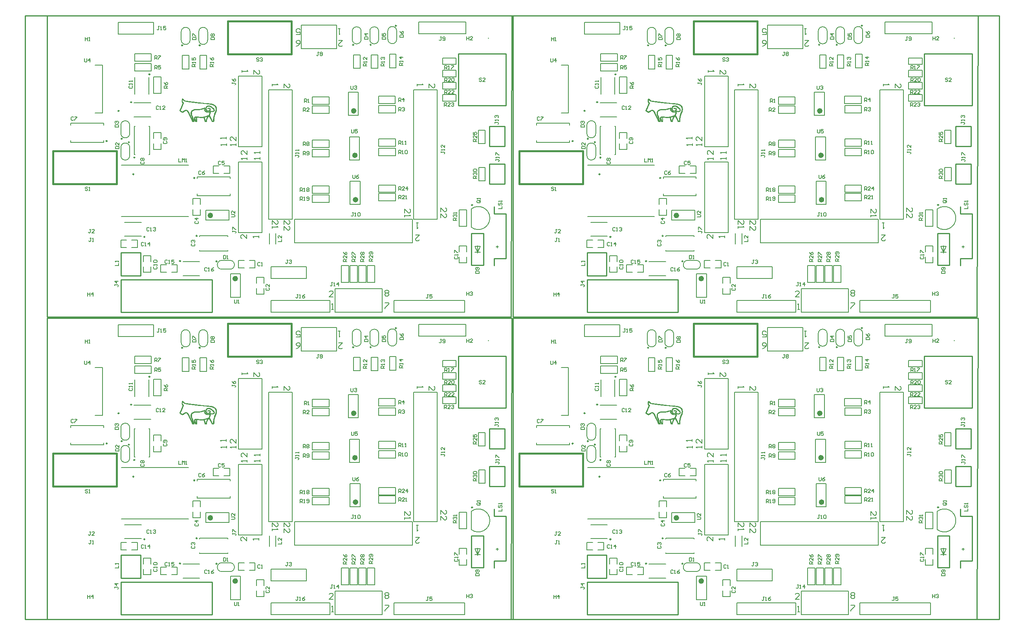
<source format=gto>
G04*
G04 #@! TF.GenerationSoftware,Altium Limited,Altium Designer,20.0.13 (296)*
G04*
G04 Layer_Color=65535*
%FSLAX24Y24*%
%MOIN*%
G70*
G01*
G75*
%ADD31C,0.0060*%
%ADD34C,0.0100*%
%ADD35C,0.0150*%
%ADD65C,0.0236*%
%ADD66C,0.0098*%
%ADD67C,0.0070*%
%ADD68C,0.0079*%
%ADD69C,0.0015*%
%ADD70C,0.0059*%
%ADD71C,0.0080*%
%ADD72C,0.0050*%
D31*
X36432Y5415D02*
Y6065D01*
X36196Y5986D02*
X36432Y5514D01*
X36668Y5986D01*
X36196Y5514D02*
X36432D01*
X36668D01*
X36432Y5986D02*
X36668D01*
X36196D02*
X36432D01*
X75981Y5415D02*
Y6065D01*
X75745Y5986D02*
X75981Y5514D01*
X76217Y5986D01*
X75745Y5514D02*
X75981D01*
X76217D01*
X75981Y5986D02*
X76217D01*
X75745D02*
X75981D01*
X36432Y31116D02*
Y31765D01*
X36196Y31687D02*
X36432Y31214D01*
X36668Y31687D01*
X36196Y31214D02*
X36432D01*
X36668D01*
X36432Y31687D02*
X36668D01*
X36196D02*
X36432D01*
X75981Y31116D02*
Y31765D01*
X75745Y31687D02*
X75981Y31214D01*
X76217Y31687D01*
X75745Y31214D02*
X75981D01*
X76217D01*
X75981Y31687D02*
X76217D01*
X75745D02*
X75981D01*
D34*
X7837Y4496D02*
Y5480D01*
X6183D02*
X7837D01*
X6183Y3512D02*
Y5480D01*
Y3512D02*
X7837D01*
Y4496D01*
X6183Y390D02*
Y3150D01*
X13903D01*
Y390D02*
Y3150D01*
X6183Y390D02*
X13903D01*
X36944Y4412D02*
Y7089D01*
X35920Y4412D02*
X35920Y7089D01*
X35920Y4412D02*
X36944D01*
X35920Y7089D02*
X36944D01*
X38350Y8750D02*
X38850D01*
Y4950D02*
Y8750D01*
X38350Y4950D02*
X38850D01*
X37850D02*
X38350D01*
X37850Y4450D02*
Y4950D01*
Y4350D02*
Y4450D01*
Y8750D02*
X38350D01*
X37850D02*
Y9350D01*
X38750Y11300D02*
Y13000D01*
X37450Y11300D02*
X38750D01*
X37450D02*
Y13000D01*
X38750D01*
Y14500D02*
Y16200D01*
X37450Y14500D02*
X38750D01*
X37450D02*
Y16200D01*
X38750D01*
X34800Y17950D02*
Y22350D01*
Y17950D02*
X38850D01*
Y22350D01*
X34800D02*
X38850D01*
X47386Y4496D02*
Y5480D01*
X45732D02*
X47386D01*
X45732Y3512D02*
Y5480D01*
Y3512D02*
X47386D01*
Y4496D01*
X45732Y390D02*
Y3150D01*
X53452D01*
Y390D02*
Y3150D01*
X45732Y390D02*
X53452D01*
X76493Y4412D02*
Y7089D01*
X75469Y4412D02*
X75469Y7089D01*
X75469Y4412D02*
X76493D01*
X75469Y7089D02*
X76493D01*
X77899Y8750D02*
X78399D01*
Y4950D02*
Y8750D01*
X77899Y4950D02*
X78399D01*
X77399D02*
X77899D01*
X77399Y4450D02*
Y4950D01*
Y4350D02*
Y4450D01*
Y8750D02*
X77899D01*
X77399D02*
Y9350D01*
X78299Y11300D02*
Y13000D01*
X76999Y11300D02*
X78299D01*
X76999D02*
Y13000D01*
X78299D01*
Y14500D02*
Y16200D01*
X76999Y14500D02*
X78299D01*
X76999D02*
Y16200D01*
X78299D01*
X74349Y17950D02*
Y22350D01*
Y17950D02*
X78399D01*
Y22350D01*
X74349D02*
X78399D01*
X7837Y30197D02*
Y31181D01*
X6183D02*
X7837D01*
X6183Y29212D02*
Y31181D01*
Y29212D02*
X7837D01*
Y30197D01*
X6183Y26090D02*
Y28850D01*
X13903D01*
Y26090D02*
Y28850D01*
X6183Y26090D02*
X13903D01*
X36944Y30112D02*
Y32789D01*
X35920Y30112D02*
X35920Y32789D01*
X35920Y30112D02*
X36944D01*
X35920Y32789D02*
X36944D01*
X38350Y34450D02*
X38850D01*
Y30650D02*
Y34450D01*
X38350Y30650D02*
X38850D01*
X37850D02*
X38350D01*
X37850Y30150D02*
Y30650D01*
Y30050D02*
Y30150D01*
Y34450D02*
X38350D01*
X37850D02*
Y35050D01*
X38750Y37000D02*
Y38700D01*
X37450Y37000D02*
X38750D01*
X37450D02*
Y38700D01*
X38750D01*
Y40200D02*
Y41900D01*
X37450Y40200D02*
X38750D01*
X37450D02*
Y41900D01*
X38750D01*
X34800Y43650D02*
Y48050D01*
Y43650D02*
X38850D01*
Y48050D01*
X34800D02*
X38850D01*
X47386Y30197D02*
Y31181D01*
X45732D02*
X47386D01*
X45732Y29212D02*
Y31181D01*
Y29212D02*
X47386D01*
Y30197D01*
X45732Y26090D02*
Y28850D01*
X53452D01*
Y26090D02*
Y28850D01*
X45732Y26090D02*
X53452D01*
X76493Y30112D02*
Y32789D01*
X75469Y30112D02*
X75469Y32789D01*
X75469Y30112D02*
X76493D01*
X75469Y32789D02*
X76493D01*
X77899Y34450D02*
X78399D01*
Y30650D02*
Y34450D01*
X77899Y30650D02*
X78399D01*
X77399D02*
X77899D01*
X77399Y30150D02*
Y30650D01*
Y30050D02*
Y30150D01*
Y34450D02*
X77899D01*
X77399D02*
Y35050D01*
X78299Y37000D02*
Y38700D01*
X76999Y37000D02*
X78299D01*
X76999D02*
Y38700D01*
X78299D01*
Y40200D02*
Y41900D01*
X76999Y40200D02*
X78299D01*
X76999D02*
Y41900D01*
X78299D01*
X74349Y43650D02*
Y48050D01*
Y43650D02*
X78399D01*
Y48050D01*
X74349D02*
X78399D01*
X0Y0D02*
X78900D01*
X0Y51300D02*
X79050D01*
X78700D02*
X79400D01*
X80700D01*
X79400Y0D02*
X80700D01*
X78700D02*
X79400D01*
X80700Y51300D02*
X80700Y0D01*
X-1969D02*
Y51300D01*
X-700D02*
X0D01*
X-1969D02*
X-700D01*
X-1969Y0D02*
X-700D01*
X0D01*
X-100Y25600D02*
X39270D01*
X37329Y23682D02*
X37329Y23682D01*
X39270Y0D02*
X39349Y25600D01*
X33900Y25600D02*
X39349D01*
X-100D02*
X-100Y10D01*
Y0D02*
X39270D01*
X39449Y25600D02*
X78819D01*
X76877Y23682D02*
X76877Y23682D01*
X78819Y0D02*
X78897Y25600D01*
X73449Y25600D02*
X78897D01*
X39449D02*
X39449Y10D01*
Y0D02*
X78819D01*
X-100Y51300D02*
X39270D01*
X37329Y49382D02*
X37329Y49382D01*
X39270Y25700D02*
X39349Y51300D01*
X33900Y51300D02*
X39349D01*
X-100D02*
X-100Y25710D01*
Y25700D02*
X39270D01*
X39449Y51300D02*
X78819D01*
X76877Y49382D02*
X76877Y49382D01*
X78819Y25700D02*
X78897Y51300D01*
X73449Y51300D02*
X78897D01*
X39449D02*
X39449Y25710D01*
Y25700D02*
X78819D01*
D35*
X5826Y11300D02*
Y14100D01*
X426Y11300D02*
X5826D01*
X426D02*
Y14100D01*
X5826D01*
X20635Y22345D02*
Y25145D01*
X15235Y22345D02*
X20635D01*
X15235D02*
Y25145D01*
X20635D01*
X45374Y11300D02*
Y14100D01*
X39974Y11300D02*
X45374D01*
X39974D02*
Y14100D01*
X45374D01*
X60184Y22345D02*
Y25145D01*
X54784Y22345D02*
X60184D01*
X54784D02*
Y25145D01*
X60184D01*
X5826Y37000D02*
Y39800D01*
X426Y37000D02*
X5826D01*
X426D02*
Y39800D01*
X5826D01*
X20635Y48045D02*
Y50845D01*
X15235Y48045D02*
X20635D01*
X15235D02*
Y50845D01*
X20635D01*
X45374Y37000D02*
Y39800D01*
X39974Y37000D02*
X45374D01*
X39974D02*
Y39800D01*
X45374D01*
X60184Y48045D02*
Y50845D01*
X54784Y48045D02*
X60184D01*
X54784D02*
Y50845D01*
X60184D01*
D65*
X26198Y9960D02*
G03*
X26198Y9960I-118J0D01*
G01*
X26148Y13735D02*
G03*
X26148Y13735I-118J0D01*
G01*
X26048Y17510D02*
G03*
X26048Y17510I-118J0D01*
G01*
X15989Y3255D02*
G03*
X15989Y3255I-118J0D01*
G01*
X13878Y8621D02*
G03*
X13878Y8621I-118J0D01*
G01*
X65747Y9960D02*
G03*
X65747Y9960I-118J0D01*
G01*
X65697Y13735D02*
G03*
X65697Y13735I-118J0D01*
G01*
X65597Y17510D02*
G03*
X65597Y17510I-118J0D01*
G01*
X55538Y3255D02*
G03*
X55538Y3255I-118J0D01*
G01*
X53426Y8621D02*
G03*
X53426Y8621I-118J0D01*
G01*
X26198Y35660D02*
G03*
X26198Y35660I-118J0D01*
G01*
X26148Y39435D02*
G03*
X26148Y39435I-118J0D01*
G01*
X26048Y43210D02*
G03*
X26048Y43210I-118J0D01*
G01*
X15989Y28956D02*
G03*
X15989Y28956I-118J0D01*
G01*
X13878Y34321D02*
G03*
X13878Y34321I-118J0D01*
G01*
X65747Y35660D02*
G03*
X65747Y35660I-118J0D01*
G01*
X65697Y39435D02*
G03*
X65697Y39435I-118J0D01*
G01*
X65597Y43210D02*
G03*
X65597Y43210I-118J0D01*
G01*
X55538Y28956D02*
G03*
X55538Y28956I-118J0D01*
G01*
X53426Y34321D02*
G03*
X53426Y34321I-118J0D01*
G01*
D66*
X8641Y20615D02*
G03*
X8641Y20615I-49J0D01*
G01*
X7085Y18250D02*
G03*
X7085Y18250I-49J0D01*
G01*
X7360Y13543D02*
G03*
X7360Y13543I-49J0D01*
G01*
X6893Y14855D02*
G03*
X6893Y14855I-49J0D01*
G01*
X6293Y15142D02*
G03*
X6293Y15142I-49J0D01*
G01*
X7280Y12125D02*
G03*
X7280Y12125I-49J0D01*
G01*
X14329Y4730D02*
G03*
X14329Y4730I-49J0D01*
G01*
X11235Y4741D02*
G03*
X11235Y4741I-49J0D01*
G01*
X8210Y6801D02*
G03*
X8210Y6801I-49J0D01*
G01*
X12443Y11809D02*
G03*
X12443Y11809I-49J0D01*
G01*
X12643Y6890D02*
G03*
X12643Y6890I-49J0D01*
G01*
X6017Y17510D02*
G03*
X6017Y17510I-49J0D01*
G01*
X5003Y14941D02*
G03*
X5003Y14941I-49J0D01*
G01*
X36018Y9514D02*
G03*
X36018Y9514I-49J0D01*
G01*
X29549Y24749D02*
G03*
X29549Y24749I-49J0D01*
G01*
X25929Y23130D02*
G03*
X25929Y23130I-49J0D01*
G01*
X27419D02*
G03*
X27419Y23130I-49J0D01*
G01*
X12905Y23082D02*
G03*
X12905Y23082I-49J0D01*
G01*
X11415D02*
G03*
X11415Y23082I-49J0D01*
G01*
X48189Y20615D02*
G03*
X48189Y20615I-49J0D01*
G01*
X46634Y18250D02*
G03*
X46634Y18250I-49J0D01*
G01*
X46908Y13543D02*
G03*
X46908Y13543I-49J0D01*
G01*
X46441Y14855D02*
G03*
X46441Y14855I-49J0D01*
G01*
X45841Y15142D02*
G03*
X45841Y15142I-49J0D01*
G01*
X46828Y12125D02*
G03*
X46828Y12125I-49J0D01*
G01*
X53877Y4730D02*
G03*
X53877Y4730I-49J0D01*
G01*
X50784Y4741D02*
G03*
X50784Y4741I-49J0D01*
G01*
X47759Y6801D02*
G03*
X47759Y6801I-49J0D01*
G01*
X51992Y11809D02*
G03*
X51992Y11809I-49J0D01*
G01*
X52191Y6890D02*
G03*
X52191Y6890I-49J0D01*
G01*
X45566Y17510D02*
G03*
X45566Y17510I-49J0D01*
G01*
X44552Y14941D02*
G03*
X44552Y14941I-49J0D01*
G01*
X75567Y9514D02*
G03*
X75567Y9514I-49J0D01*
G01*
X69098Y24749D02*
G03*
X69098Y24749I-49J0D01*
G01*
X65478Y23130D02*
G03*
X65478Y23130I-49J0D01*
G01*
X66968D02*
G03*
X66968Y23130I-49J0D01*
G01*
X52453Y23082D02*
G03*
X52453Y23082I-49J0D01*
G01*
X50963D02*
G03*
X50963Y23082I-49J0D01*
G01*
X8641Y46315D02*
G03*
X8641Y46315I-49J0D01*
G01*
X7085Y43950D02*
G03*
X7085Y43950I-49J0D01*
G01*
X7360Y39244D02*
G03*
X7360Y39244I-49J0D01*
G01*
X6893Y40555D02*
G03*
X6893Y40555I-49J0D01*
G01*
X6293Y40842D02*
G03*
X6293Y40842I-49J0D01*
G01*
X7280Y37826D02*
G03*
X7280Y37826I-49J0D01*
G01*
X14329Y30430D02*
G03*
X14329Y30430I-49J0D01*
G01*
X11235Y30442D02*
G03*
X11235Y30442I-49J0D01*
G01*
X8210Y32501D02*
G03*
X8210Y32501I-49J0D01*
G01*
X12443Y37509D02*
G03*
X12443Y37509I-49J0D01*
G01*
X12643Y32590D02*
G03*
X12643Y32590I-49J0D01*
G01*
X6017Y43211D02*
G03*
X6017Y43211I-49J0D01*
G01*
X5003Y40642D02*
G03*
X5003Y40642I-49J0D01*
G01*
X36018Y35215D02*
G03*
X36018Y35215I-49J0D01*
G01*
X29549Y50450D02*
G03*
X29549Y50450I-49J0D01*
G01*
X25929Y48831D02*
G03*
X25929Y48831I-49J0D01*
G01*
X27419D02*
G03*
X27419Y48831I-49J0D01*
G01*
X12905Y48782D02*
G03*
X12905Y48782I-49J0D01*
G01*
X11415D02*
G03*
X11415Y48782I-49J0D01*
G01*
X48189Y46315D02*
G03*
X48189Y46315I-49J0D01*
G01*
X46634Y43950D02*
G03*
X46634Y43950I-49J0D01*
G01*
X46908Y39244D02*
G03*
X46908Y39244I-49J0D01*
G01*
X46441Y40555D02*
G03*
X46441Y40555I-49J0D01*
G01*
X45841Y40842D02*
G03*
X45841Y40842I-49J0D01*
G01*
X46828Y37826D02*
G03*
X46828Y37826I-49J0D01*
G01*
X53877Y30430D02*
G03*
X53877Y30430I-49J0D01*
G01*
X50784Y30442D02*
G03*
X50784Y30442I-49J0D01*
G01*
X47759Y32501D02*
G03*
X47759Y32501I-49J0D01*
G01*
X51992Y37509D02*
G03*
X51992Y37509I-49J0D01*
G01*
X52191Y32590D02*
G03*
X52191Y32590I-49J0D01*
G01*
X45566Y43211D02*
G03*
X45566Y43211I-49J0D01*
G01*
X44552Y40642D02*
G03*
X44552Y40642I-49J0D01*
G01*
X75567Y35215D02*
G03*
X75567Y35215I-49J0D01*
G01*
X69098Y50450D02*
G03*
X69098Y50450I-49J0D01*
G01*
X65478Y48831D02*
G03*
X65478Y48831I-49J0D01*
G01*
X66968D02*
G03*
X66968Y48831I-49J0D01*
G01*
X52453Y48782D02*
G03*
X52453Y48782I-49J0D01*
G01*
X50963D02*
G03*
X50963Y48782I-49J0D01*
G01*
D67*
X6168Y13705D02*
G03*
X6918Y13705I375J0D01*
G01*
Y14405D02*
G03*
X6168Y14405I-375J0D01*
G01*
X6918Y16291D02*
G03*
X6168Y16291I-375J0D01*
G01*
Y15591D02*
G03*
X6918Y15591I375J0D01*
G01*
X15429Y4055D02*
G03*
X15429Y4805I0J375D01*
G01*
X14729D02*
G03*
X14729Y4055I0J-375D01*
G01*
X28825Y23600D02*
G03*
X29575Y23600I375J0D01*
G01*
Y24300D02*
G03*
X28825Y24300I-375J0D01*
G01*
X26555Y24280D02*
G03*
X25805Y24280I-375J0D01*
G01*
Y23580D02*
G03*
X26555Y23580I375J0D01*
G01*
X28045Y24280D02*
G03*
X27295Y24280I-375J0D01*
G01*
Y23580D02*
G03*
X28045Y23580I375J0D01*
G01*
X13530Y24231D02*
G03*
X12780Y24231I-375J0D01*
G01*
Y23531D02*
G03*
X13530Y23531I375J0D01*
G01*
X12040Y24231D02*
G03*
X11290Y24231I-375J0D01*
G01*
Y23531D02*
G03*
X12040Y23531I375J0D01*
G01*
X6168Y13705D02*
Y14391D01*
X6918Y13705D02*
Y14405D01*
Y15606D02*
Y16291D01*
X6168Y15591D02*
Y16291D01*
X14743Y4055D02*
X15429D01*
X14729Y4805D02*
X15429D01*
X28825Y23600D02*
Y24286D01*
X29575Y23600D02*
Y24300D01*
X26555Y23594D02*
Y24280D01*
X25805Y23580D02*
Y24280D01*
X28045Y23594D02*
Y24280D01*
X27295Y23580D02*
Y24280D01*
X13530Y23546D02*
Y24231D01*
X12780Y23531D02*
Y24231D01*
X12040Y23546D02*
Y24231D01*
X11290Y23531D02*
Y24231D01*
X45717Y13705D02*
G03*
X46467Y13705I375J0D01*
G01*
Y14405D02*
G03*
X45717Y14405I-375J0D01*
G01*
X46467Y16291D02*
G03*
X45717Y16291I-375J0D01*
G01*
Y15591D02*
G03*
X46467Y15591I375J0D01*
G01*
X54977Y4055D02*
G03*
X54977Y4805I0J375D01*
G01*
X54277D02*
G03*
X54277Y4055I0J-375D01*
G01*
X68374Y23600D02*
G03*
X69124Y23600I375J0D01*
G01*
Y24300D02*
G03*
X68374Y24300I-375J0D01*
G01*
X66104Y24280D02*
G03*
X65354Y24280I-375J0D01*
G01*
Y23580D02*
G03*
X66104Y23580I375J0D01*
G01*
X67594Y24280D02*
G03*
X66844Y24280I-375J0D01*
G01*
Y23580D02*
G03*
X67594Y23580I375J0D01*
G01*
X53079Y24231D02*
G03*
X52329Y24231I-375J0D01*
G01*
Y23531D02*
G03*
X53079Y23531I375J0D01*
G01*
X51589Y24231D02*
G03*
X50839Y24231I-375J0D01*
G01*
Y23531D02*
G03*
X51589Y23531I375J0D01*
G01*
X45717Y13705D02*
Y14391D01*
X46467Y13705D02*
Y14405D01*
Y15606D02*
Y16291D01*
X45717Y15591D02*
Y16291D01*
X54292Y4055D02*
X54977D01*
X54277Y4805D02*
X54977D01*
X68374Y23600D02*
Y24286D01*
X69124Y23600D02*
Y24300D01*
X66104Y23594D02*
Y24280D01*
X65354Y23580D02*
Y24280D01*
X67594Y23594D02*
Y24280D01*
X66844Y23580D02*
Y24280D01*
X53079Y23546D02*
Y24231D01*
X52329Y23531D02*
Y24231D01*
X51589Y23546D02*
Y24231D01*
X50839Y23531D02*
Y24231D01*
X6168Y39406D02*
G03*
X6918Y39406I375J0D01*
G01*
Y40106D02*
G03*
X6168Y40106I-375J0D01*
G01*
X6918Y41992D02*
G03*
X6168Y41992I-375J0D01*
G01*
Y41291D02*
G03*
X6918Y41291I375J0D01*
G01*
X15429Y29755D02*
G03*
X15429Y30505I0J375D01*
G01*
X14729D02*
G03*
X14729Y29755I0J-375D01*
G01*
X28825Y49300D02*
G03*
X29575Y49300I375J0D01*
G01*
Y50000D02*
G03*
X28825Y50000I-375J0D01*
G01*
X26555Y49980D02*
G03*
X25805Y49980I-375J0D01*
G01*
Y49280D02*
G03*
X26555Y49280I375J0D01*
G01*
X28045Y49980D02*
G03*
X27295Y49980I-375J0D01*
G01*
Y49280D02*
G03*
X28045Y49280I375J0D01*
G01*
X13530Y49932D02*
G03*
X12780Y49932I-375J0D01*
G01*
Y49232D02*
G03*
X13530Y49232I375J0D01*
G01*
X12040Y49932D02*
G03*
X11290Y49932I-375J0D01*
G01*
Y49232D02*
G03*
X12040Y49232I375J0D01*
G01*
X6168Y39406D02*
Y40091D01*
X6918Y39406D02*
Y40106D01*
Y41306D02*
Y41992D01*
X6168Y41291D02*
Y41992D01*
X14743Y29755D02*
X15429D01*
X14729Y30505D02*
X15429D01*
X28825Y49300D02*
Y49986D01*
X29575Y49300D02*
Y50000D01*
X26555Y49294D02*
Y49980D01*
X25805Y49280D02*
Y49980D01*
X28045Y49294D02*
Y49980D01*
X27295Y49280D02*
Y49980D01*
X13530Y49246D02*
Y49932D01*
X12780Y49232D02*
Y49932D01*
X12040Y49246D02*
Y49932D01*
X11290Y49232D02*
Y49932D01*
X45717Y39406D02*
G03*
X46467Y39406I375J0D01*
G01*
Y40106D02*
G03*
X45717Y40106I-375J0D01*
G01*
X46467Y41992D02*
G03*
X45717Y41992I-375J0D01*
G01*
Y41291D02*
G03*
X46467Y41291I375J0D01*
G01*
X54977Y29755D02*
G03*
X54977Y30505I0J375D01*
G01*
X54277D02*
G03*
X54277Y29755I0J-375D01*
G01*
X68374Y49300D02*
G03*
X69124Y49300I375J0D01*
G01*
Y50000D02*
G03*
X68374Y50000I-375J0D01*
G01*
X66104Y49980D02*
G03*
X65354Y49980I-375J0D01*
G01*
Y49280D02*
G03*
X66104Y49280I375J0D01*
G01*
X67594Y49980D02*
G03*
X66844Y49980I-375J0D01*
G01*
Y49280D02*
G03*
X67594Y49280I375J0D01*
G01*
X53079Y49932D02*
G03*
X52329Y49932I-375J0D01*
G01*
Y49232D02*
G03*
X53079Y49232I375J0D01*
G01*
X51589Y49932D02*
G03*
X50839Y49932I-375J0D01*
G01*
Y49232D02*
G03*
X51589Y49232I375J0D01*
G01*
X45717Y39406D02*
Y40091D01*
X46467Y39406D02*
Y40106D01*
Y41306D02*
Y41992D01*
X45717Y41291D02*
Y41992D01*
X54292Y29755D02*
X54977D01*
X54277Y30505D02*
X54977D01*
X68374Y49300D02*
Y49986D01*
X69124Y49300D02*
Y50000D01*
X66104Y49294D02*
Y49980D01*
X65354Y49280D02*
Y49980D01*
X67594Y49294D02*
Y49980D01*
X66844Y49280D02*
Y49980D01*
X53079Y49246D02*
Y49932D01*
X52329Y49232D02*
Y49932D01*
X51589Y49246D02*
Y49932D01*
X50839Y49232D02*
Y49932D01*
D68*
X35910Y7621D02*
G03*
X35910Y9180I591J780D01*
G01*
X26473Y9566D02*
Y11534D01*
X25627Y9566D02*
Y11534D01*
Y9566D02*
X26473D01*
X25627Y11534D02*
X26473D01*
X26423Y13341D02*
Y15309D01*
X25577Y13341D02*
Y15309D01*
Y13341D02*
X26423D01*
X25577Y15309D02*
X26423D01*
X26323Y17116D02*
Y19084D01*
X25477Y17116D02*
Y19084D01*
Y17116D02*
X26323D01*
X25477Y19084D02*
X26323D01*
X31018Y8300D02*
X33018D01*
X31018D02*
Y19300D01*
X33018Y8300D02*
Y19300D01*
X31018D02*
X33018D01*
X20900Y8300D02*
X30150D01*
X20900Y6300D02*
X30150D01*
X30900D01*
Y8300D01*
X30150D02*
X30900D01*
X20900Y6300D02*
Y8300D01*
X18703D02*
X20703D01*
X18703D02*
Y19300D01*
X20703Y8300D02*
Y19300D01*
X18703D02*
X20703D01*
X8532Y18941D02*
Y20359D01*
X7351Y18941D02*
Y20359D01*
X7291Y18191D02*
X8709D01*
X7291Y17010D02*
X8709D01*
X8531Y16201D02*
X8600D01*
X8531Y13799D02*
X8600D01*
X7301Y16201D02*
X7369D01*
X7301Y13799D02*
X7369D01*
X8600D02*
Y16201D01*
X7301Y13799D02*
Y16201D01*
X6213Y12885D02*
X11902D01*
X6213Y8515D02*
X11902D01*
X15477Y1680D02*
Y3649D01*
X16323Y1680D02*
Y3649D01*
X15477D02*
X16323D01*
X15477Y1680D02*
X16323D01*
X21903Y3249D02*
Y4249D01*
X18903Y3249D02*
X21903D01*
X18903D02*
Y4249D01*
X21903D01*
X28356Y403D02*
Y2403D01*
X24356Y403D02*
Y2403D01*
X28356D01*
X24356Y403D02*
X28356D01*
X11441Y4682D02*
X12859D01*
X11441Y3501D02*
X12859D01*
X6488Y6860D02*
X7905D01*
X6488Y8041D02*
X7905D01*
X12650Y11907D02*
X15445D01*
X12650Y10293D02*
X15445D01*
X12650Y11750D02*
Y11907D01*
X15445Y11750D02*
Y11907D01*
X12650Y10293D02*
Y10451D01*
X15445Y10293D02*
Y10451D01*
X15251Y5601D02*
Y5669D01*
X12849Y5601D02*
Y5669D01*
X15251Y6831D02*
Y6900D01*
X12849Y6831D02*
Y6900D01*
Y5601D02*
X15251D01*
X12849Y6900D02*
X15251D01*
X13366Y8227D02*
X15334D01*
X13366Y9073D02*
X15334D01*
X13366Y8227D02*
Y9073D01*
X15334Y8227D02*
Y9073D01*
X16150Y7150D02*
X18150D01*
X16150D02*
Y13150D01*
X18150D01*
Y7150D02*
Y13150D01*
X16150Y20450D02*
X18150D01*
Y14450D02*
Y20450D01*
X16150Y14450D02*
X18150D01*
X16150D02*
Y20450D01*
X3990Y21388D02*
X4600D01*
Y17333D02*
Y21388D01*
X3990Y17333D02*
X4600D01*
X1903Y14843D02*
X4698D01*
X1903Y16457D02*
X4698D01*
Y14843D02*
Y15001D01*
X1903Y14843D02*
Y15001D01*
X4698Y16300D02*
Y16457D01*
X1903Y16300D02*
Y16457D01*
X23908Y384D02*
Y1384D01*
X18908Y384D02*
X23908D01*
X18908Y1384D02*
X23908D01*
X18908Y384D02*
Y1384D01*
X29332Y1409D02*
X35332D01*
X29332Y409D02*
X35332D01*
Y1409D01*
X29332Y409D02*
Y1409D01*
X35910Y7621D02*
Y9180D01*
X35450Y24050D02*
Y25050D01*
X31450Y24050D02*
X35450D01*
X31450Y25050D02*
X35450D01*
X31450Y24050D02*
Y25050D01*
X21485Y24795D02*
X23402D01*
X21485D02*
X24485D01*
X21485Y22795D02*
X24485D01*
Y24795D01*
X21485Y22795D02*
Y24795D01*
X5950Y24036D02*
Y25036D01*
X8950D01*
Y24036D02*
Y25036D01*
X5950Y24036D02*
X8950D01*
X75458Y7621D02*
G03*
X75458Y9180I591J780D01*
G01*
X66022Y9566D02*
Y11534D01*
X65176Y9566D02*
Y11534D01*
Y9566D02*
X66022D01*
X65176Y11534D02*
X66022D01*
X65972Y13341D02*
Y15309D01*
X65126Y13341D02*
Y15309D01*
Y13341D02*
X65972D01*
X65126Y15309D02*
X65972D01*
X65872Y17116D02*
Y19084D01*
X65026Y17116D02*
Y19084D01*
Y17116D02*
X65872D01*
X65026Y19084D02*
X65872D01*
X70567Y8300D02*
X72567D01*
X70567D02*
Y19300D01*
X72567Y8300D02*
Y19300D01*
X70567D02*
X72567D01*
X60449Y8300D02*
X69699D01*
X60449Y6300D02*
X69699D01*
X70449D01*
Y8300D01*
X69699D02*
X70449D01*
X60449Y6300D02*
Y8300D01*
X58252D02*
X60252D01*
X58252D02*
Y19300D01*
X60252Y8300D02*
Y19300D01*
X58252D02*
X60252D01*
X48081Y18941D02*
Y20359D01*
X46900Y18941D02*
Y20359D01*
X46840Y18191D02*
X48258D01*
X46840Y17010D02*
X48258D01*
X48080Y16201D02*
X48149D01*
X48080Y13799D02*
X48149D01*
X46849Y16201D02*
X46918D01*
X46849Y13799D02*
X46918D01*
X48149D02*
Y16201D01*
X46849Y13799D02*
Y16201D01*
X45762Y12885D02*
X51451D01*
X45762Y8515D02*
X51451D01*
X55026Y1680D02*
Y3649D01*
X55872Y1680D02*
Y3649D01*
X55026D02*
X55872D01*
X55026Y1680D02*
X55872D01*
X61452Y3249D02*
Y4249D01*
X58452Y3249D02*
X61452D01*
X58452D02*
Y4249D01*
X61452D01*
X67905Y403D02*
Y2403D01*
X63905Y403D02*
Y2403D01*
X67905D01*
X63905Y403D02*
X67905D01*
X50990Y4682D02*
X52408D01*
X50990Y3501D02*
X52408D01*
X46036Y6860D02*
X47454D01*
X46036Y8041D02*
X47454D01*
X52199Y11907D02*
X54994D01*
X52199Y10293D02*
X54994D01*
X52199Y11750D02*
Y11907D01*
X54994Y11750D02*
Y11907D01*
X52199Y10293D02*
Y10451D01*
X54994Y10293D02*
Y10451D01*
X54800Y5601D02*
Y5669D01*
X52398Y5601D02*
Y5669D01*
X54800Y6831D02*
Y6900D01*
X52398Y6831D02*
Y6900D01*
Y5601D02*
X54800D01*
X52398Y6900D02*
X54800D01*
X52915Y8227D02*
X54883D01*
X52915Y9073D02*
X54883D01*
X52915Y8227D02*
Y9073D01*
X54883Y8227D02*
Y9073D01*
X55699Y7150D02*
X57699D01*
X55699D02*
Y13150D01*
X57699D01*
Y7150D02*
Y13150D01*
X55699Y20450D02*
X57699D01*
Y14450D02*
Y20450D01*
X55699Y14450D02*
X57699D01*
X55699D02*
Y20450D01*
X43539Y21388D02*
X44149D01*
Y17333D02*
Y21388D01*
X43539Y17333D02*
X44149D01*
X41451Y14843D02*
X44247D01*
X41451Y16457D02*
X44247D01*
Y14843D02*
Y15001D01*
X41451Y14843D02*
Y15001D01*
X44247Y16300D02*
Y16457D01*
X41451Y16300D02*
Y16457D01*
X63456Y384D02*
Y1384D01*
X58456Y384D02*
X63456D01*
X58456Y1384D02*
X63456D01*
X58456Y384D02*
Y1384D01*
X68881Y1409D02*
X74881D01*
X68881Y409D02*
X74881D01*
Y1409D01*
X68881Y409D02*
Y1409D01*
X75458Y7621D02*
Y9180D01*
X74999Y24050D02*
Y25050D01*
X70999Y24050D02*
X74999D01*
X70999Y25050D02*
X74999D01*
X70999Y24050D02*
Y25050D01*
X61034Y24795D02*
X62950D01*
X61034D02*
X64034D01*
X61034Y22795D02*
X64034D01*
Y24795D01*
X61034Y22795D02*
Y24795D01*
X45499Y24036D02*
Y25036D01*
X48499D01*
Y24036D02*
Y25036D01*
X45499Y24036D02*
X48499D01*
X35910Y33321D02*
G03*
X35910Y34880I591J780D01*
G01*
X26473Y35266D02*
Y37235D01*
X25627Y35266D02*
Y37235D01*
Y35266D02*
X26473D01*
X25627Y37235D02*
X26473D01*
X26423Y39041D02*
Y41010D01*
X25577Y39041D02*
Y41010D01*
Y39041D02*
X26423D01*
X25577Y41010D02*
X26423D01*
X26323Y42816D02*
Y44785D01*
X25477Y42816D02*
Y44785D01*
Y42816D02*
X26323D01*
X25477Y44785D02*
X26323D01*
X31018Y34000D02*
X33018D01*
X31018D02*
Y45000D01*
X33018Y34000D02*
Y45000D01*
X31018D02*
X33018D01*
X20900Y34000D02*
X30150D01*
X20900Y32000D02*
X30150D01*
X30900D01*
Y34000D01*
X30150D02*
X30900D01*
X20900Y32000D02*
Y34000D01*
X18703D02*
X20703D01*
X18703D02*
Y45000D01*
X20703Y34000D02*
Y45000D01*
X18703D02*
X20703D01*
X8532Y44642D02*
Y46059D01*
X7351Y44642D02*
Y46059D01*
X7291Y43891D02*
X8709D01*
X7291Y42710D02*
X8709D01*
X8531Y41901D02*
X8600D01*
X8531Y39500D02*
X8600D01*
X7301Y41901D02*
X7369D01*
X7301Y39500D02*
X7369D01*
X8600D02*
Y41901D01*
X7301Y39500D02*
Y41901D01*
X6213Y38585D02*
X11902D01*
X6213Y34215D02*
X11902D01*
X15477Y27381D02*
Y29349D01*
X16323Y27381D02*
Y29349D01*
X15477D02*
X16323D01*
X15477Y27381D02*
X16323D01*
X21903Y28949D02*
Y29949D01*
X18903Y28949D02*
X21903D01*
X18903D02*
Y29949D01*
X21903D01*
X28356Y26103D02*
Y28103D01*
X24356Y26103D02*
Y28103D01*
X28356D01*
X24356Y26103D02*
X28356D01*
X11441Y30383D02*
X12859D01*
X11441Y29202D02*
X12859D01*
X6488Y32560D02*
X7905D01*
X6488Y33741D02*
X7905D01*
X12650Y37608D02*
X15445D01*
X12650Y35993D02*
X15445D01*
X12650Y37450D02*
Y37608D01*
X15445Y37450D02*
Y37608D01*
X12650Y35993D02*
Y36151D01*
X15445Y35993D02*
Y36151D01*
X15251Y31301D02*
Y31370D01*
X12849Y31301D02*
Y31370D01*
X15251Y32531D02*
Y32600D01*
X12849Y32531D02*
Y32600D01*
Y31301D02*
X15251D01*
X12849Y32600D02*
X15251D01*
X13366Y33927D02*
X15334D01*
X13366Y34774D02*
X15334D01*
X13366Y33927D02*
Y34774D01*
X15334Y33927D02*
Y34774D01*
X16150Y32850D02*
X18150D01*
X16150D02*
Y38850D01*
X18150D01*
Y32850D02*
Y38850D01*
X16150Y46150D02*
X18150D01*
Y40150D02*
Y46150D01*
X16150Y40150D02*
X18150D01*
X16150D02*
Y46150D01*
X3990Y47089D02*
X4600D01*
Y43034D02*
Y47089D01*
X3990Y43034D02*
X4600D01*
X1903Y40543D02*
X4698D01*
X1903Y42158D02*
X4698D01*
Y40543D02*
Y40701D01*
X1903Y40543D02*
Y40701D01*
X4698Y42000D02*
Y42158D01*
X1903Y42000D02*
Y42158D01*
X23908Y26084D02*
Y27084D01*
X18908Y26084D02*
X23908D01*
X18908Y27084D02*
X23908D01*
X18908Y26084D02*
Y27084D01*
X29332Y27109D02*
X35332D01*
X29332Y26109D02*
X35332D01*
Y27109D01*
X29332Y26109D02*
Y27109D01*
X35910Y33321D02*
Y34880D01*
X35450Y49750D02*
Y50750D01*
X31450Y49750D02*
X35450D01*
X31450Y50750D02*
X35450D01*
X31450Y49750D02*
Y50750D01*
X21485Y50495D02*
X23402D01*
X21485D02*
X24485D01*
X21485Y48495D02*
X24485D01*
Y50495D01*
X21485Y48495D02*
Y50495D01*
X5950Y49736D02*
Y50736D01*
X8950D01*
Y49736D02*
Y50736D01*
X5950Y49736D02*
X8950D01*
X75458Y33321D02*
G03*
X75458Y34880I591J780D01*
G01*
X66022Y35266D02*
Y37235D01*
X65176Y35266D02*
Y37235D01*
Y35266D02*
X66022D01*
X65176Y37235D02*
X66022D01*
X65972Y39041D02*
Y41010D01*
X65126Y39041D02*
Y41010D01*
Y39041D02*
X65972D01*
X65126Y41010D02*
X65972D01*
X65872Y42816D02*
Y44785D01*
X65026Y42816D02*
Y44785D01*
Y42816D02*
X65872D01*
X65026Y44785D02*
X65872D01*
X70567Y34000D02*
X72567D01*
X70567D02*
Y45000D01*
X72567Y34000D02*
Y45000D01*
X70567D02*
X72567D01*
X60449Y34000D02*
X69699D01*
X60449Y32000D02*
X69699D01*
X70449D01*
Y34000D01*
X69699D02*
X70449D01*
X60449Y32000D02*
Y34000D01*
X58252D02*
X60252D01*
X58252D02*
Y45000D01*
X60252Y34000D02*
Y45000D01*
X58252D02*
X60252D01*
X48081Y44642D02*
Y46059D01*
X46900Y44642D02*
Y46059D01*
X46840Y43891D02*
X48258D01*
X46840Y42710D02*
X48258D01*
X48080Y41901D02*
X48149D01*
X48080Y39500D02*
X48149D01*
X46849Y41901D02*
X46918D01*
X46849Y39500D02*
X46918D01*
X48149D02*
Y41901D01*
X46849Y39500D02*
Y41901D01*
X45762Y38585D02*
X51451D01*
X45762Y34215D02*
X51451D01*
X55026Y27381D02*
Y29349D01*
X55872Y27381D02*
Y29349D01*
X55026D02*
X55872D01*
X55026Y27381D02*
X55872D01*
X61452Y28949D02*
Y29949D01*
X58452Y28949D02*
X61452D01*
X58452D02*
Y29949D01*
X61452D01*
X67905Y26103D02*
Y28103D01*
X63905Y26103D02*
Y28103D01*
X67905D01*
X63905Y26103D02*
X67905D01*
X50990Y30383D02*
X52408D01*
X50990Y29202D02*
X52408D01*
X46036Y32560D02*
X47454D01*
X46036Y33741D02*
X47454D01*
X52199Y37608D02*
X54994D01*
X52199Y35993D02*
X54994D01*
X52199Y37450D02*
Y37608D01*
X54994Y37450D02*
Y37608D01*
X52199Y35993D02*
Y36151D01*
X54994Y35993D02*
Y36151D01*
X54800Y31301D02*
Y31370D01*
X52398Y31301D02*
Y31370D01*
X54800Y32531D02*
Y32600D01*
X52398Y32531D02*
Y32600D01*
Y31301D02*
X54800D01*
X52398Y32600D02*
X54800D01*
X52915Y33927D02*
X54883D01*
X52915Y34774D02*
X54883D01*
X52915Y33927D02*
Y34774D01*
X54883Y33927D02*
Y34774D01*
X55699Y32850D02*
X57699D01*
X55699D02*
Y38850D01*
X57699D01*
Y32850D02*
Y38850D01*
X55699Y46150D02*
X57699D01*
Y40150D02*
Y46150D01*
X55699Y40150D02*
X57699D01*
X55699D02*
Y46150D01*
X43539Y47089D02*
X44149D01*
Y43034D02*
Y47089D01*
X43539Y43034D02*
X44149D01*
X41451Y40543D02*
X44247D01*
X41451Y42158D02*
X44247D01*
Y40543D02*
Y40701D01*
X41451Y40543D02*
Y40701D01*
X44247Y42000D02*
Y42158D01*
X41451Y42000D02*
Y42158D01*
X63456Y26084D02*
Y27084D01*
X58456Y26084D02*
X63456D01*
X58456Y27084D02*
X63456D01*
X58456Y26084D02*
Y27084D01*
X68881Y27109D02*
X74881D01*
X68881Y26109D02*
X74881D01*
Y27109D01*
X68881Y26109D02*
Y27109D01*
X75458Y33321D02*
Y34880D01*
X74999Y49750D02*
Y50750D01*
X70999Y49750D02*
X74999D01*
X70999Y50750D02*
X74999D01*
X70999Y49750D02*
Y50750D01*
X61034Y50495D02*
X62950D01*
X61034D02*
X64034D01*
X61034Y48495D02*
X64034D01*
Y50495D01*
X61034Y48495D02*
Y50495D01*
X45499Y49736D02*
Y50736D01*
X48499D01*
Y49736D02*
Y50736D01*
X45499Y49736D02*
X48499D01*
D69*
X11390Y18551D02*
X11406D01*
X11375Y18536D02*
X11437D01*
X11359Y18520D02*
X11452D01*
X11359Y18505D02*
X11468D01*
X11344Y18489D02*
X11483D01*
X11344Y18474D02*
X11499D01*
X11329Y18458D02*
X11514D01*
X11329Y18443D02*
X11406D01*
X11437D02*
X11529D01*
X11329Y18427D02*
X11390D01*
X11452D02*
X11560D01*
X11329Y18412D02*
X11390D01*
X11468D02*
X11576D01*
X11329Y18397D02*
X11390D01*
X11468D02*
X11607D01*
X11313Y18381D02*
X11390D01*
X11499D02*
X11653D01*
X11313Y18366D02*
X11390D01*
X11514D02*
X11730D01*
X11313Y18350D02*
X11390D01*
X11545D02*
X11838D01*
X11329Y18335D02*
X11390D01*
X11576D02*
X11962D01*
X11329Y18319D02*
X11390D01*
X11622D02*
X12085D01*
X11329Y18304D02*
X11406D01*
X11699D02*
X12209D01*
X11329Y18288D02*
X11406D01*
X11807D02*
X12364D01*
X11344Y18273D02*
X11421D01*
X11916D02*
X12487D01*
X11344Y18257D02*
X11437D01*
X12039D02*
X12626D01*
X11359Y18242D02*
X11452D01*
X12178D02*
X12765D01*
X11375Y18227D02*
X11468D01*
X12302D02*
X12904D01*
X11375Y18211D02*
X11483D01*
X12441D02*
X13028D01*
X11390Y18196D02*
X11483D01*
X12580D02*
X13182D01*
X11406Y18180D02*
X11483D01*
X12719D02*
X13321D01*
X11406Y18165D02*
X11483D01*
X12858D02*
X13476D01*
X11406Y18149D02*
X11483D01*
X12981D02*
X13615D01*
X11390Y18134D02*
X11468D01*
X13136D02*
X13769D01*
X11390Y18118D02*
X11468D01*
X13275D02*
X13862D01*
X11375Y18103D02*
X11452D01*
X13429D02*
X13924D01*
X11375Y18088D02*
X11452D01*
X13568D02*
X13970D01*
X11375Y18072D02*
X11437D01*
X13723D02*
X14001D01*
X11359Y18057D02*
X11437D01*
X13831D02*
X14047D01*
X11359Y18041D02*
X11421D01*
X13893D02*
X14078D01*
X11344Y18026D02*
X11421D01*
X13939D02*
X14094D01*
X11344Y18010D02*
X11421D01*
X13986D02*
X14125D01*
X11329Y17995D02*
X11406D01*
X14016D02*
X14140D01*
X11329Y17979D02*
X11406D01*
X14047D02*
X14155D01*
X11329Y17964D02*
X11390D01*
X13538D02*
X13661D01*
X14078D02*
X14171D01*
X11313Y17949D02*
X11390D01*
X13507D02*
X13723D01*
X14094D02*
X14186D01*
X11313Y17933D02*
X11375D01*
X13460D02*
X13754D01*
X14109D02*
X14202D01*
X11298Y17918D02*
X11375D01*
X13445D02*
X13785D01*
X14125D02*
X14217D01*
X11298Y17902D02*
X11375D01*
X13429D02*
X13816D01*
X14140D02*
X14233D01*
X11282Y17887D02*
X11359D01*
X13399D02*
X13538D01*
X13661D02*
X13846D01*
X14140D02*
X14233D01*
X11282Y17871D02*
X11359D01*
X13399D02*
X13522D01*
X13723D02*
X13862D01*
X14155D02*
X14248D01*
X11267Y17856D02*
X11344D01*
X13383D02*
X13491D01*
X13738D02*
X13893D01*
X14171D02*
X14248D01*
X11267Y17840D02*
X11344D01*
X13368D02*
X13460D01*
X13769D02*
X13908D01*
X14171D02*
X14264D01*
X11267Y17825D02*
X11329D01*
X13368D02*
X13445D01*
X13800D02*
X13924D01*
X14186D02*
X14264D01*
X11251Y17810D02*
X11329D01*
X13352D02*
X13429D01*
X13831D02*
X13939D01*
X14186D02*
X14264D01*
X11251Y17794D02*
X11313D01*
X13259D02*
X13275D01*
X13352D02*
X13429D01*
X13846D02*
X13955D01*
X14202D02*
X14279D01*
X11236Y17779D02*
X11313D01*
X13229D02*
X13290D01*
X13352D02*
X13414D01*
X13568D02*
X13677D01*
X13862D02*
X13970D01*
X14202D02*
X14279D01*
X11236Y17763D02*
X11313D01*
X13182D02*
X13290D01*
X13352D02*
X13414D01*
X13538D02*
X13707D01*
X13893D02*
X14001D01*
X14202D02*
X14279D01*
X11220Y17748D02*
X11298D01*
X13136D02*
X13306D01*
X13337D02*
X13414D01*
X13538D02*
X13723D01*
X13908D02*
X14016D01*
X14202D02*
X14279D01*
X11220Y17732D02*
X11298D01*
X13105D02*
X13290D01*
X13337D02*
X13414D01*
X13522D02*
X13738D01*
X13924D02*
X14032D01*
X14202D02*
X14279D01*
X11205Y17717D02*
X11282D01*
X13043D02*
X13290D01*
X13337D02*
X13414D01*
X13522D02*
X13599D01*
X13646D02*
X13754D01*
X13939D02*
X14047D01*
X14217D02*
X14279D01*
X11205Y17701D02*
X11282D01*
X12997D02*
X13290D01*
X13337D02*
X13399D01*
X13522D02*
X13584D01*
X13677D02*
X13754D01*
X13955D02*
X14063D01*
X14217D02*
X14294D01*
X11205Y17686D02*
X11267D01*
X12935D02*
X13182D01*
X13229D02*
X13290D01*
X13337D02*
X13414D01*
X13692D02*
X13754D01*
X13970D02*
X14063D01*
X14217D02*
X14294D01*
X11190Y17671D02*
X11267D01*
X12518D02*
X12611D01*
X12812D02*
X13136D01*
X13229D02*
X13290D01*
X13337D02*
X13414D01*
X13692D02*
X13769D01*
X13986D02*
X14078D01*
X14217D02*
X14294D01*
X11190Y17655D02*
X11251D01*
X12394D02*
X13074D01*
X13229D02*
X13306D01*
X13337D02*
X13414D01*
X13692D02*
X13769D01*
X14001D02*
X14078D01*
X14217D02*
X14294D01*
X11174Y17640D02*
X11251D01*
X12333D02*
X13028D01*
X13229D02*
X13306D01*
X13352D02*
X13414D01*
X13692D02*
X13754D01*
X14016D02*
X14094D01*
X14217D02*
X14294D01*
X11174Y17624D02*
X11236D01*
X12302D02*
X12966D01*
X13244D02*
X13306D01*
X13352D02*
X13429D01*
X13692D02*
X13754D01*
X14016D02*
X14094D01*
X14202D02*
X14294D01*
X11159Y17609D02*
X11236D01*
X12255D02*
X12858D01*
X13244D02*
X13306D01*
X13368D02*
X13445D01*
X13677D02*
X13754D01*
X14032D02*
X14109D01*
X14202D02*
X14279D01*
X11159Y17593D02*
X11236D01*
X11622D02*
X11761D01*
X12240D02*
X12425D01*
X13244D02*
X13321D01*
X13368D02*
X13445D01*
X13677D02*
X13754D01*
X14032D02*
X14109D01*
X14202D02*
X14279D01*
X11143Y17578D02*
X11220D01*
X11591D02*
X11792D01*
X12209D02*
X12364D01*
X13244D02*
X13321D01*
X13383D02*
X13476D01*
X13646D02*
X13738D01*
X14047D02*
X14109D01*
X14202D02*
X14279D01*
X11143Y17562D02*
X11205D01*
X11560D02*
X11807D01*
X12194D02*
X12333D01*
X13259D02*
X13321D01*
X13383D02*
X13507D01*
X13615D02*
X13738D01*
X14047D02*
X14109D01*
X14202D02*
X14279D01*
X11143Y17547D02*
X11220D01*
X11545D02*
X11823D01*
X12178D02*
X12302D01*
X13259D02*
X13337D01*
X13399D02*
X13723D01*
X14032D02*
X14109D01*
X14202D02*
X14279D01*
X11159Y17531D02*
X11236D01*
X11514D02*
X11838D01*
X12163D02*
X12271D01*
X13275D02*
X13352D01*
X13414D02*
X13707D01*
X14016D02*
X14109D01*
X14186D02*
X14279D01*
X11159Y17516D02*
X11251D01*
X11483D02*
X11653D01*
X11746D02*
X11854D01*
X12147D02*
X12255D01*
X13275D02*
X13368D01*
X13445D02*
X13677D01*
X13738D02*
X13785D01*
X13986D02*
X14094D01*
X14186D02*
X14264D01*
X11174Y17501D02*
X11282D01*
X11468D02*
X11607D01*
X11777D02*
X11869D01*
X12132D02*
X12240D01*
X13290D02*
X13383D01*
X13476D02*
X13646D01*
X13723D02*
X14078D01*
X14186D02*
X14264D01*
X11190Y17485D02*
X11313D01*
X11437D02*
X11576D01*
X11777D02*
X11869D01*
X12132D02*
X12209D01*
X13306D02*
X13414D01*
X13538D02*
X13568D01*
X13707D02*
X14078D01*
X14186D02*
X14264D01*
X11205Y17470D02*
X11344D01*
X11421D02*
X11560D01*
X11792D02*
X11885D01*
X12116D02*
X12209D01*
X13321D02*
X13445D01*
X13677D02*
X14047D01*
X14171D02*
X14248D01*
X11236Y17454D02*
X11375D01*
X11390D02*
X11529D01*
X11807D02*
X11885D01*
X12116D02*
X12194D01*
X13337D02*
X13507D01*
X13615D02*
X14016D01*
X14171D02*
X14248D01*
X11251Y17439D02*
X11514D01*
X11823D02*
X11900D01*
X12101D02*
X12178D01*
X13352D02*
X13769D01*
X13862D02*
X13924D01*
X14155D02*
X14248D01*
X11267Y17423D02*
X11483D01*
X11823D02*
X11916D01*
X12101D02*
X12178D01*
X13383D02*
X13769D01*
X14155D02*
X14233D01*
X11298Y17408D02*
X11468D01*
X11838D02*
X11916D01*
X12101D02*
X12178D01*
X13414D02*
X13769D01*
X14155D02*
X14233D01*
X11329Y17392D02*
X11437D01*
X11838D02*
X11931D01*
X12085D02*
X12163D01*
X13476D02*
X13646D01*
X13707D02*
X13769D01*
X14140D02*
X14233D01*
X11375Y17377D02*
X11390D01*
X11854D02*
X11931D01*
X12085D02*
X12163D01*
X13692D02*
X13769D01*
X14140D02*
X14217D01*
X11854Y17362D02*
X11946D01*
X12085D02*
X12163D01*
X13692D02*
X13769D01*
X14125D02*
X14217D01*
X11869Y17346D02*
X11946D01*
X12085D02*
X12163D01*
X13692D02*
X13754D01*
X14125D02*
X14202D01*
X11869Y17331D02*
X11962D01*
X12085D02*
X12163D01*
X13692D02*
X13754D01*
X14125D02*
X14202D01*
X11885Y17315D02*
X11962D01*
X12085D02*
X12163D01*
X13677D02*
X13754D01*
X14109D02*
X14202D01*
X11900Y17300D02*
X11977D01*
X12085D02*
X12163D01*
X13677D02*
X13754D01*
X14109D02*
X14186D01*
X11900Y17284D02*
X11977D01*
X12085D02*
X12163D01*
X13677D02*
X13738D01*
X14094D02*
X14186D01*
X11900Y17269D02*
X11993D01*
X12085D02*
X12163D01*
X13661D02*
X13738D01*
X14094D02*
X14171D01*
X11916Y17253D02*
X11993D01*
X12085D02*
X12163D01*
X13661D02*
X13738D01*
X14094D02*
X14171D01*
X11916Y17238D02*
X12008D01*
X12085D02*
X12163D01*
X13661D02*
X13723D01*
X14078D02*
X14171D01*
X11931Y17223D02*
X12008D01*
X12085D02*
X12178D01*
X13646D02*
X13723D01*
X14078D02*
X14155D01*
X11931Y17207D02*
X12024D01*
X12101D02*
X12178D01*
X13646D02*
X13707D01*
X14063D02*
X14155D01*
X11946Y17192D02*
X12024D01*
X12101D02*
X12178D01*
X13630D02*
X13707D01*
X14063D02*
X14140D01*
X11946Y17176D02*
X12039D01*
X12101D02*
X12178D01*
X13630D02*
X13707D01*
X14063D02*
X14140D01*
X11962Y17161D02*
X12039D01*
X12116D02*
X12194D01*
X13599D02*
X13692D01*
X14063D02*
X14140D01*
X11962Y17145D02*
X12039D01*
X12116D02*
X12194D01*
X13584D02*
X13692D01*
X14047D02*
X14125D01*
X11977Y17130D02*
X12055D01*
X12116D02*
X12209D01*
X13553D02*
X13692D01*
X14047D02*
X14125D01*
X11977Y17114D02*
X12070D01*
X12132D02*
X12209D01*
X13522D02*
X13707D01*
X14047D02*
X14125D01*
X11993Y17099D02*
X12070D01*
X12132D02*
X12209D01*
X13476D02*
X13707D01*
X14032D02*
X14125D01*
X11993Y17084D02*
X12070D01*
X12132D02*
X12225D01*
X13429D02*
X13630D01*
X13646D02*
X13723D01*
X14032D02*
X14109D01*
X12008Y17068D02*
X12085D01*
X12147D02*
X12240D01*
X13383D02*
X13630D01*
X13646D02*
X13723D01*
X14032D02*
X14109D01*
X12008Y17053D02*
X12085D01*
X12147D02*
X12240D01*
X13337D02*
X13615D01*
X13661D02*
X13738D01*
X14032D02*
X14109D01*
X12024Y17037D02*
X12101D01*
X12163D02*
X12255D01*
X13259D02*
X13507D01*
X13522D02*
X13599D01*
X13661D02*
X13738D01*
X14032D02*
X14109D01*
X12024Y17022D02*
X12101D01*
X12163D02*
X12255D01*
X12456D02*
X12734D01*
X13167D02*
X13460D01*
X13507D02*
X13599D01*
X13677D02*
X13754D01*
X14016D02*
X14094D01*
X12039Y17006D02*
X12116D01*
X12178D02*
X12255D01*
X12425D02*
X13414D01*
X13491D02*
X13584D01*
X13677D02*
X13754D01*
X14016D02*
X14094D01*
X12039Y16991D02*
X12116D01*
X12178D02*
X12271D01*
X12410D02*
X13352D01*
X13491D02*
X13568D01*
X13677D02*
X13769D01*
X14016D02*
X14094D01*
X12055Y16975D02*
X12132D01*
X12194D02*
X12271D01*
X12410D02*
X13290D01*
X13476D02*
X13553D01*
X13692D02*
X13769D01*
X14016D02*
X14094D01*
X12055Y16960D02*
X12132D01*
X12194D02*
X12271D01*
X12394D02*
X12487D01*
X12549D02*
X12626D01*
X12657D02*
X13244D01*
X13476D02*
X13538D01*
X13707D02*
X13785D01*
X14016D02*
X14094D01*
X12070Y16944D02*
X12147D01*
X12209D02*
X12286D01*
X12394D02*
X12472D01*
X12549D02*
X12611D01*
X12842D02*
X13105D01*
X13167D02*
X13244D01*
X13460D02*
X13538D01*
X13707D02*
X13785D01*
X14016D02*
X14094D01*
X12070Y16929D02*
X12147D01*
X12209D02*
X12286D01*
X12379D02*
X12456D01*
X12549D02*
X12611D01*
X13182D02*
X13259D01*
X13460D02*
X13522D01*
X13723D02*
X13800D01*
X14001D02*
X14078D01*
X12085Y16914D02*
X12163D01*
X12209D02*
X12286D01*
X12379D02*
X12456D01*
X12549D02*
X12611D01*
X13182D02*
X13259D01*
X13445D02*
X13522D01*
X13723D02*
X13800D01*
X14001D02*
X14078D01*
X12085Y16898D02*
X12163D01*
X12209D02*
X12286D01*
X12379D02*
X12456D01*
X12549D02*
X12611D01*
X13198D02*
X13275D01*
X13445D02*
X13507D01*
X13738D02*
X13800D01*
X14001D02*
X14078D01*
X12085Y16883D02*
X12178D01*
X12225D02*
X12302D01*
X12379D02*
X12456D01*
X12549D02*
X12611D01*
X13198D02*
X13275D01*
X13429D02*
X13507D01*
X13738D02*
X13816D01*
X14001D02*
X14078D01*
X12101Y16867D02*
X12178D01*
X12225D02*
X12302D01*
X12364D02*
X12456D01*
X12549D02*
X12611D01*
X13213D02*
X13275D01*
X13429D02*
X13491D01*
X13754D02*
X13831D01*
X14001D02*
X14078D01*
X12101Y16852D02*
X12178D01*
X12225D02*
X12302D01*
X12364D02*
X12472D01*
X12549D02*
X12611D01*
X13213D02*
X13290D01*
X13414D02*
X13491D01*
X13754D02*
X13831D01*
X14001D02*
X14078D01*
X12116Y16836D02*
X12194D01*
X12225D02*
X12302D01*
X12364D02*
X12472D01*
X12549D02*
X12611D01*
X13213D02*
X13290D01*
X13414D02*
X13491D01*
X13769D02*
X13846D01*
X14001D02*
X14078D01*
X12116Y16821D02*
X12209D01*
X12225D02*
X12302D01*
X12364D02*
X12472D01*
X12549D02*
X12611D01*
X13229D02*
X13306D01*
X13414D02*
X13476D01*
X13769D02*
X13846D01*
X13986D02*
X14078D01*
X12132Y16805D02*
X12209D01*
X12225D02*
X12302D01*
X12348D02*
X12487D01*
X12549D02*
X12611D01*
X13229D02*
X13306D01*
X13399D02*
X13476D01*
X13785D02*
X13846D01*
X13986D02*
X14063D01*
X12132Y16790D02*
X12209D01*
X12225D02*
X12302D01*
X12348D02*
X12487D01*
X12549D02*
X12611D01*
X13229D02*
X13306D01*
X13399D02*
X13460D01*
X13785D02*
X13862D01*
X13986D02*
X14063D01*
X12147Y16775D02*
X12302D01*
X12348D02*
X12503D01*
X12549D02*
X12611D01*
X13244D02*
X13306D01*
X13399D02*
X13460D01*
X13800D02*
X13862D01*
X13986D02*
X14063D01*
X12147Y16759D02*
X12302D01*
X12348D02*
X12410D01*
X12425D02*
X12503D01*
X12549D02*
X12611D01*
X13244D02*
X13321D01*
X13383D02*
X13460D01*
X13800D02*
X13877D01*
X13986D02*
X14063D01*
X12163Y16744D02*
X12302D01*
X12348D02*
X12410D01*
X12425D02*
X12503D01*
X12549D02*
X12611D01*
X13244D02*
X13321D01*
X13383D02*
X13460D01*
X13816D02*
X13877D01*
X13986D02*
X14063D01*
X12163Y16728D02*
X12302D01*
X12348D02*
X12410D01*
X12441D02*
X12503D01*
X12549D02*
X12611D01*
X13259D02*
X13321D01*
X13383D02*
X13445D01*
X13816D02*
X13893D01*
X13986D02*
X14063D01*
X12178Y16713D02*
X12302D01*
X12333D02*
X12410D01*
X12441D02*
X12518D01*
X12549D02*
X12611D01*
X13259D02*
X13337D01*
X13383D02*
X13445D01*
X13831D02*
X13893D01*
X13986D02*
X14063D01*
X12178Y16697D02*
X12302D01*
X12333D02*
X12410D01*
X12441D02*
X12518D01*
X12549D02*
X12611D01*
X13259D02*
X13337D01*
X13368D02*
X13445D01*
X13831D02*
X13908D01*
X13986D02*
X14063D01*
X12194Y16682D02*
X12302D01*
X12333D02*
X12410D01*
X12441D02*
X12533D01*
X12549D02*
X12611D01*
X13259D02*
X13337D01*
X13368D02*
X13445D01*
X13846D02*
X13924D01*
X13986D02*
X14063D01*
X12194Y16666D02*
X12302D01*
X12333D02*
X12394D01*
X12456D02*
X12533D01*
X12549D02*
X12611D01*
X13275D02*
X13352D01*
X13368D02*
X13445D01*
X13846D02*
X13924D01*
X13970D02*
X14063D01*
X12194Y16651D02*
X12394D01*
X12456D02*
X12611D01*
X13275D02*
X13445D01*
X13862D02*
X14047D01*
X12209Y16636D02*
X12394D01*
X12456D02*
X12611D01*
X13275D02*
X13429D01*
X13862D02*
X14047D01*
X12209Y16620D02*
X12394D01*
X12472D02*
X12611D01*
X13290D02*
X13429D01*
X13862D02*
X14047D01*
X12225Y16605D02*
X12394D01*
X12472D02*
X12611D01*
X13290D02*
X13429D01*
X13877D02*
X14047D01*
X12240Y16589D02*
X12364D01*
X12503D02*
X12595D01*
X13321D02*
X13399D01*
X13908D02*
X14016D01*
X50939Y18551D02*
X50955D01*
X50924Y18536D02*
X50985D01*
X50908Y18520D02*
X51001D01*
X50908Y18505D02*
X51016D01*
X50893Y18489D02*
X51032D01*
X50893Y18474D02*
X51047D01*
X50877Y18458D02*
X51063D01*
X50877Y18443D02*
X50955D01*
X50985D02*
X51078D01*
X50877Y18427D02*
X50939D01*
X51001D02*
X51109D01*
X50877Y18412D02*
X50939D01*
X51016D02*
X51125D01*
X50877Y18397D02*
X50939D01*
X51016D02*
X51155D01*
X50862Y18381D02*
X50939D01*
X51047D02*
X51202D01*
X50862Y18366D02*
X50939D01*
X51063D02*
X51279D01*
X50862Y18350D02*
X50939D01*
X51094D02*
X51387D01*
X50877Y18335D02*
X50939D01*
X51125D02*
X51511D01*
X50877Y18319D02*
X50939D01*
X51171D02*
X51634D01*
X50877Y18304D02*
X50955D01*
X51248D02*
X51758D01*
X50877Y18288D02*
X50955D01*
X51356D02*
X51912D01*
X50893Y18273D02*
X50970D01*
X51464D02*
X52036D01*
X50893Y18257D02*
X50985D01*
X51588D02*
X52175D01*
X50908Y18242D02*
X51001D01*
X51727D02*
X52314D01*
X50924Y18227D02*
X51016D01*
X51851D02*
X52453D01*
X50924Y18211D02*
X51032D01*
X51990D02*
X52577D01*
X50939Y18196D02*
X51032D01*
X52129D02*
X52731D01*
X50955Y18180D02*
X51032D01*
X52268D02*
X52870D01*
X50955Y18165D02*
X51032D01*
X52407D02*
X53025D01*
X50955Y18149D02*
X51032D01*
X52530D02*
X53164D01*
X50939Y18134D02*
X51016D01*
X52685D02*
X53318D01*
X50939Y18118D02*
X51016D01*
X52824D02*
X53411D01*
X50924Y18103D02*
X51001D01*
X52978D02*
X53472D01*
X50924Y18088D02*
X51001D01*
X53117D02*
X53519D01*
X50924Y18072D02*
X50985D01*
X53272D02*
X53550D01*
X50908Y18057D02*
X50985D01*
X53380D02*
X53596D01*
X50908Y18041D02*
X50970D01*
X53442D02*
X53627D01*
X50893Y18026D02*
X50970D01*
X53488D02*
X53642D01*
X50893Y18010D02*
X50970D01*
X53534D02*
X53673D01*
X50877Y17995D02*
X50955D01*
X53565D02*
X53689D01*
X50877Y17979D02*
X50955D01*
X53596D02*
X53704D01*
X50877Y17964D02*
X50939D01*
X53086D02*
X53210D01*
X53627D02*
X53720D01*
X50862Y17949D02*
X50939D01*
X53055D02*
X53272D01*
X53642D02*
X53735D01*
X50862Y17933D02*
X50924D01*
X53009D02*
X53303D01*
X53658D02*
X53751D01*
X50846Y17918D02*
X50924D01*
X52994D02*
X53333D01*
X53673D02*
X53766D01*
X50846Y17902D02*
X50924D01*
X52978D02*
X53364D01*
X53689D02*
X53781D01*
X50831Y17887D02*
X50908D01*
X52947D02*
X53086D01*
X53210D02*
X53395D01*
X53689D02*
X53781D01*
X50831Y17871D02*
X50908D01*
X52947D02*
X53071D01*
X53272D02*
X53411D01*
X53704D02*
X53797D01*
X50816Y17856D02*
X50893D01*
X52932D02*
X53040D01*
X53287D02*
X53442D01*
X53720D02*
X53797D01*
X50816Y17840D02*
X50893D01*
X52916D02*
X53009D01*
X53318D02*
X53457D01*
X53720D02*
X53812D01*
X50816Y17825D02*
X50877D01*
X52916D02*
X52994D01*
X53349D02*
X53472D01*
X53735D02*
X53812D01*
X50800Y17810D02*
X50877D01*
X52901D02*
X52978D01*
X53380D02*
X53488D01*
X53735D02*
X53812D01*
X50800Y17794D02*
X50862D01*
X52808D02*
X52824D01*
X52901D02*
X52978D01*
X53395D02*
X53503D01*
X53751D02*
X53828D01*
X50785Y17779D02*
X50862D01*
X52777D02*
X52839D01*
X52901D02*
X52963D01*
X53117D02*
X53225D01*
X53411D02*
X53519D01*
X53751D02*
X53828D01*
X50785Y17763D02*
X50862D01*
X52731D02*
X52839D01*
X52901D02*
X52963D01*
X53086D02*
X53256D01*
X53442D02*
X53550D01*
X53751D02*
X53828D01*
X50769Y17748D02*
X50846D01*
X52685D02*
X52855D01*
X52885D02*
X52963D01*
X53086D02*
X53272D01*
X53457D02*
X53565D01*
X53751D02*
X53828D01*
X50769Y17732D02*
X50846D01*
X52654D02*
X52839D01*
X52885D02*
X52963D01*
X53071D02*
X53287D01*
X53472D02*
X53581D01*
X53751D02*
X53828D01*
X50754Y17717D02*
X50831D01*
X52592D02*
X52839D01*
X52885D02*
X52963D01*
X53071D02*
X53148D01*
X53194D02*
X53303D01*
X53488D02*
X53596D01*
X53766D02*
X53828D01*
X50754Y17701D02*
X50831D01*
X52546D02*
X52839D01*
X52885D02*
X52947D01*
X53071D02*
X53133D01*
X53225D02*
X53303D01*
X53503D02*
X53612D01*
X53766D02*
X53843D01*
X50754Y17686D02*
X50816D01*
X52484D02*
X52731D01*
X52777D02*
X52839D01*
X52885D02*
X52963D01*
X53241D02*
X53303D01*
X53519D02*
X53612D01*
X53766D02*
X53843D01*
X50738Y17671D02*
X50816D01*
X52067D02*
X52159D01*
X52360D02*
X52685D01*
X52777D02*
X52839D01*
X52885D02*
X52963D01*
X53241D02*
X53318D01*
X53534D02*
X53627D01*
X53766D02*
X53843D01*
X50738Y17655D02*
X50800D01*
X51943D02*
X52623D01*
X52777D02*
X52855D01*
X52885D02*
X52963D01*
X53241D02*
X53318D01*
X53550D02*
X53627D01*
X53766D02*
X53843D01*
X50723Y17640D02*
X50800D01*
X51881D02*
X52577D01*
X52777D02*
X52855D01*
X52901D02*
X52963D01*
X53241D02*
X53303D01*
X53565D02*
X53642D01*
X53766D02*
X53843D01*
X50723Y17624D02*
X50785D01*
X51851D02*
X52515D01*
X52793D02*
X52855D01*
X52901D02*
X52978D01*
X53241D02*
X53303D01*
X53565D02*
X53642D01*
X53751D02*
X53843D01*
X50707Y17609D02*
X50785D01*
X51804D02*
X52407D01*
X52793D02*
X52855D01*
X52916D02*
X52994D01*
X53225D02*
X53303D01*
X53581D02*
X53658D01*
X53751D02*
X53828D01*
X50707Y17593D02*
X50785D01*
X51171D02*
X51310D01*
X51789D02*
X51974D01*
X52793D02*
X52870D01*
X52916D02*
X52994D01*
X53225D02*
X53303D01*
X53581D02*
X53658D01*
X53751D02*
X53828D01*
X50692Y17578D02*
X50769D01*
X51140D02*
X51341D01*
X51758D02*
X51912D01*
X52793D02*
X52870D01*
X52932D02*
X53025D01*
X53194D02*
X53287D01*
X53596D02*
X53658D01*
X53751D02*
X53828D01*
X50692Y17562D02*
X50754D01*
X51109D02*
X51356D01*
X51742D02*
X51881D01*
X52808D02*
X52870D01*
X52932D02*
X53055D01*
X53164D02*
X53287D01*
X53596D02*
X53658D01*
X53751D02*
X53828D01*
X50692Y17547D02*
X50769D01*
X51094D02*
X51372D01*
X51727D02*
X51851D01*
X52808D02*
X52885D01*
X52947D02*
X53272D01*
X53581D02*
X53658D01*
X53751D02*
X53828D01*
X50707Y17531D02*
X50785D01*
X51063D02*
X51387D01*
X51712D02*
X51820D01*
X52824D02*
X52901D01*
X52963D02*
X53256D01*
X53565D02*
X53658D01*
X53735D02*
X53828D01*
X50707Y17516D02*
X50800D01*
X51032D02*
X51202D01*
X51294D02*
X51403D01*
X51696D02*
X51804D01*
X52824D02*
X52916D01*
X52994D02*
X53225D01*
X53287D02*
X53333D01*
X53534D02*
X53642D01*
X53735D02*
X53812D01*
X50723Y17501D02*
X50831D01*
X51016D02*
X51155D01*
X51325D02*
X51418D01*
X51681D02*
X51789D01*
X52839D02*
X52932D01*
X53025D02*
X53194D01*
X53272D02*
X53627D01*
X53735D02*
X53812D01*
X50738Y17485D02*
X50862D01*
X50985D02*
X51125D01*
X51325D02*
X51418D01*
X51681D02*
X51758D01*
X52855D02*
X52963D01*
X53086D02*
X53117D01*
X53256D02*
X53627D01*
X53735D02*
X53812D01*
X50754Y17470D02*
X50893D01*
X50970D02*
X51109D01*
X51341D02*
X51433D01*
X51665D02*
X51758D01*
X52870D02*
X52994D01*
X53225D02*
X53596D01*
X53720D02*
X53797D01*
X50785Y17454D02*
X50924D01*
X50939D02*
X51078D01*
X51356D02*
X51433D01*
X51665D02*
X51742D01*
X52885D02*
X53055D01*
X53164D02*
X53565D01*
X53720D02*
X53797D01*
X50800Y17439D02*
X51063D01*
X51372D02*
X51449D01*
X51650D02*
X51727D01*
X52901D02*
X53318D01*
X53411D02*
X53472D01*
X53704D02*
X53797D01*
X50816Y17423D02*
X51032D01*
X51372D02*
X51464D01*
X51650D02*
X51727D01*
X52932D02*
X53318D01*
X53704D02*
X53781D01*
X50846Y17408D02*
X51016D01*
X51387D02*
X51464D01*
X51650D02*
X51727D01*
X52963D02*
X53318D01*
X53704D02*
X53781D01*
X50877Y17392D02*
X50985D01*
X51387D02*
X51480D01*
X51634D02*
X51712D01*
X53025D02*
X53194D01*
X53256D02*
X53318D01*
X53689D02*
X53781D01*
X50924Y17377D02*
X50939D01*
X51403D02*
X51480D01*
X51634D02*
X51712D01*
X53241D02*
X53318D01*
X53689D02*
X53766D01*
X51403Y17362D02*
X51495D01*
X51634D02*
X51712D01*
X53241D02*
X53318D01*
X53673D02*
X53766D01*
X51418Y17346D02*
X51495D01*
X51634D02*
X51712D01*
X53241D02*
X53303D01*
X53673D02*
X53751D01*
X51418Y17331D02*
X51511D01*
X51634D02*
X51712D01*
X53241D02*
X53303D01*
X53673D02*
X53751D01*
X51433Y17315D02*
X51511D01*
X51634D02*
X51712D01*
X53225D02*
X53303D01*
X53658D02*
X53751D01*
X51449Y17300D02*
X51526D01*
X51634D02*
X51712D01*
X53225D02*
X53303D01*
X53658D02*
X53735D01*
X51449Y17284D02*
X51526D01*
X51634D02*
X51712D01*
X53225D02*
X53287D01*
X53642D02*
X53735D01*
X51449Y17269D02*
X51542D01*
X51634D02*
X51712D01*
X53210D02*
X53287D01*
X53642D02*
X53720D01*
X51464Y17253D02*
X51542D01*
X51634D02*
X51712D01*
X53210D02*
X53287D01*
X53642D02*
X53720D01*
X51464Y17238D02*
X51557D01*
X51634D02*
X51712D01*
X53210D02*
X53272D01*
X53627D02*
X53720D01*
X51480Y17223D02*
X51557D01*
X51634D02*
X51727D01*
X53194D02*
X53272D01*
X53627D02*
X53704D01*
X51480Y17207D02*
X51572D01*
X51650D02*
X51727D01*
X53194D02*
X53256D01*
X53612D02*
X53704D01*
X51495Y17192D02*
X51572D01*
X51650D02*
X51727D01*
X53179D02*
X53256D01*
X53612D02*
X53689D01*
X51495Y17176D02*
X51588D01*
X51650D02*
X51727D01*
X53179D02*
X53256D01*
X53612D02*
X53689D01*
X51511Y17161D02*
X51588D01*
X51665D02*
X51742D01*
X53148D02*
X53241D01*
X53612D02*
X53689D01*
X51511Y17145D02*
X51588D01*
X51665D02*
X51742D01*
X53133D02*
X53241D01*
X53596D02*
X53673D01*
X51526Y17130D02*
X51603D01*
X51665D02*
X51758D01*
X53102D02*
X53241D01*
X53596D02*
X53673D01*
X51526Y17114D02*
X51619D01*
X51681D02*
X51758D01*
X53071D02*
X53256D01*
X53596D02*
X53673D01*
X51542Y17099D02*
X51619D01*
X51681D02*
X51758D01*
X53025D02*
X53256D01*
X53581D02*
X53673D01*
X51542Y17084D02*
X51619D01*
X51681D02*
X51773D01*
X52978D02*
X53179D01*
X53194D02*
X53272D01*
X53581D02*
X53658D01*
X51557Y17068D02*
X51634D01*
X51696D02*
X51789D01*
X52932D02*
X53179D01*
X53194D02*
X53272D01*
X53581D02*
X53658D01*
X51557Y17053D02*
X51634D01*
X51696D02*
X51789D01*
X52885D02*
X53164D01*
X53210D02*
X53287D01*
X53581D02*
X53658D01*
X51572Y17037D02*
X51650D01*
X51712D02*
X51804D01*
X52808D02*
X53055D01*
X53071D02*
X53148D01*
X53210D02*
X53287D01*
X53581D02*
X53658D01*
X51572Y17022D02*
X51650D01*
X51712D02*
X51804D01*
X52005D02*
X52283D01*
X52716D02*
X53009D01*
X53055D02*
X53148D01*
X53225D02*
X53303D01*
X53565D02*
X53642D01*
X51588Y17006D02*
X51665D01*
X51727D02*
X51804D01*
X51974D02*
X52963D01*
X53040D02*
X53133D01*
X53225D02*
X53303D01*
X53565D02*
X53642D01*
X51588Y16991D02*
X51665D01*
X51727D02*
X51820D01*
X51959D02*
X52901D01*
X53040D02*
X53117D01*
X53225D02*
X53318D01*
X53565D02*
X53642D01*
X51603Y16975D02*
X51681D01*
X51742D02*
X51820D01*
X51959D02*
X52839D01*
X53025D02*
X53102D01*
X53241D02*
X53318D01*
X53565D02*
X53642D01*
X51603Y16960D02*
X51681D01*
X51742D02*
X51820D01*
X51943D02*
X52036D01*
X52098D02*
X52175D01*
X52206D02*
X52793D01*
X53025D02*
X53086D01*
X53256D02*
X53333D01*
X53565D02*
X53642D01*
X51619Y16944D02*
X51696D01*
X51758D02*
X51835D01*
X51943D02*
X52020D01*
X52098D02*
X52159D01*
X52391D02*
X52654D01*
X52716D02*
X52793D01*
X53009D02*
X53086D01*
X53256D02*
X53333D01*
X53565D02*
X53642D01*
X51619Y16929D02*
X51696D01*
X51758D02*
X51835D01*
X51928D02*
X52005D01*
X52098D02*
X52159D01*
X52731D02*
X52808D01*
X53009D02*
X53071D01*
X53272D02*
X53349D01*
X53550D02*
X53627D01*
X51634Y16914D02*
X51712D01*
X51758D02*
X51835D01*
X51928D02*
X52005D01*
X52098D02*
X52159D01*
X52731D02*
X52808D01*
X52994D02*
X53071D01*
X53272D02*
X53349D01*
X53550D02*
X53627D01*
X51634Y16898D02*
X51712D01*
X51758D02*
X51835D01*
X51928D02*
X52005D01*
X52098D02*
X52159D01*
X52746D02*
X52824D01*
X52994D02*
X53055D01*
X53287D02*
X53349D01*
X53550D02*
X53627D01*
X51634Y16883D02*
X51727D01*
X51773D02*
X51851D01*
X51928D02*
X52005D01*
X52098D02*
X52159D01*
X52746D02*
X52824D01*
X52978D02*
X53055D01*
X53287D02*
X53364D01*
X53550D02*
X53627D01*
X51650Y16867D02*
X51727D01*
X51773D02*
X51851D01*
X51912D02*
X52005D01*
X52098D02*
X52159D01*
X52762D02*
X52824D01*
X52978D02*
X53040D01*
X53303D02*
X53380D01*
X53550D02*
X53627D01*
X51650Y16852D02*
X51727D01*
X51773D02*
X51851D01*
X51912D02*
X52020D01*
X52098D02*
X52159D01*
X52762D02*
X52839D01*
X52963D02*
X53040D01*
X53303D02*
X53380D01*
X53550D02*
X53627D01*
X51665Y16836D02*
X51742D01*
X51773D02*
X51851D01*
X51912D02*
X52020D01*
X52098D02*
X52159D01*
X52762D02*
X52839D01*
X52963D02*
X53040D01*
X53318D02*
X53395D01*
X53550D02*
X53627D01*
X51665Y16821D02*
X51758D01*
X51773D02*
X51851D01*
X51912D02*
X52020D01*
X52098D02*
X52159D01*
X52777D02*
X52855D01*
X52963D02*
X53025D01*
X53318D02*
X53395D01*
X53534D02*
X53627D01*
X51681Y16805D02*
X51758D01*
X51773D02*
X51851D01*
X51897D02*
X52036D01*
X52098D02*
X52159D01*
X52777D02*
X52855D01*
X52947D02*
X53025D01*
X53333D02*
X53395D01*
X53534D02*
X53612D01*
X51681Y16790D02*
X51758D01*
X51773D02*
X51851D01*
X51897D02*
X52036D01*
X52098D02*
X52159D01*
X52777D02*
X52855D01*
X52947D02*
X53009D01*
X53333D02*
X53411D01*
X53534D02*
X53612D01*
X51696Y16775D02*
X51851D01*
X51897D02*
X52051D01*
X52098D02*
X52159D01*
X52793D02*
X52855D01*
X52947D02*
X53009D01*
X53349D02*
X53411D01*
X53534D02*
X53612D01*
X51696Y16759D02*
X51851D01*
X51897D02*
X51959D01*
X51974D02*
X52051D01*
X52098D02*
X52159D01*
X52793D02*
X52870D01*
X52932D02*
X53009D01*
X53349D02*
X53426D01*
X53534D02*
X53612D01*
X51712Y16744D02*
X51851D01*
X51897D02*
X51959D01*
X51974D02*
X52051D01*
X52098D02*
X52159D01*
X52793D02*
X52870D01*
X52932D02*
X53009D01*
X53364D02*
X53426D01*
X53534D02*
X53612D01*
X51712Y16728D02*
X51851D01*
X51897D02*
X51959D01*
X51990D02*
X52051D01*
X52098D02*
X52159D01*
X52808D02*
X52870D01*
X52932D02*
X52994D01*
X53364D02*
X53442D01*
X53534D02*
X53612D01*
X51727Y16713D02*
X51851D01*
X51881D02*
X51959D01*
X51990D02*
X52067D01*
X52098D02*
X52159D01*
X52808D02*
X52885D01*
X52932D02*
X52994D01*
X53380D02*
X53442D01*
X53534D02*
X53612D01*
X51727Y16697D02*
X51851D01*
X51881D02*
X51959D01*
X51990D02*
X52067D01*
X52098D02*
X52159D01*
X52808D02*
X52885D01*
X52916D02*
X52994D01*
X53380D02*
X53457D01*
X53534D02*
X53612D01*
X51742Y16682D02*
X51851D01*
X51881D02*
X51959D01*
X51990D02*
X52082D01*
X52098D02*
X52159D01*
X52808D02*
X52885D01*
X52916D02*
X52994D01*
X53395D02*
X53472D01*
X53534D02*
X53612D01*
X51742Y16666D02*
X51851D01*
X51881D02*
X51943D01*
X52005D02*
X52082D01*
X52098D02*
X52159D01*
X52824D02*
X52901D01*
X52916D02*
X52994D01*
X53395D02*
X53472D01*
X53519D02*
X53612D01*
X51742Y16651D02*
X51943D01*
X52005D02*
X52159D01*
X52824D02*
X52994D01*
X53411D02*
X53596D01*
X51758Y16636D02*
X51943D01*
X52005D02*
X52159D01*
X52824D02*
X52978D01*
X53411D02*
X53596D01*
X51758Y16620D02*
X51943D01*
X52020D02*
X52159D01*
X52839D02*
X52978D01*
X53411D02*
X53596D01*
X51773Y16605D02*
X51943D01*
X52020D02*
X52159D01*
X52839D02*
X52978D01*
X53426D02*
X53596D01*
X51789Y16589D02*
X51912D01*
X52051D02*
X52144D01*
X52870D02*
X52947D01*
X53457D02*
X53565D01*
X11390Y44251D02*
X11406D01*
X11375Y44236D02*
X11437D01*
X11359Y44220D02*
X11452D01*
X11359Y44205D02*
X11468D01*
X11344Y44190D02*
X11483D01*
X11344Y44174D02*
X11499D01*
X11329Y44159D02*
X11514D01*
X11329Y44143D02*
X11406D01*
X11437D02*
X11529D01*
X11329Y44128D02*
X11390D01*
X11452D02*
X11560D01*
X11329Y44112D02*
X11390D01*
X11468D02*
X11576D01*
X11329Y44097D02*
X11390D01*
X11468D02*
X11607D01*
X11313Y44081D02*
X11390D01*
X11499D02*
X11653D01*
X11313Y44066D02*
X11390D01*
X11514D02*
X11730D01*
X11313Y44050D02*
X11390D01*
X11545D02*
X11838D01*
X11329Y44035D02*
X11390D01*
X11576D02*
X11962D01*
X11329Y44020D02*
X11390D01*
X11622D02*
X12085D01*
X11329Y44004D02*
X11406D01*
X11699D02*
X12209D01*
X11329Y43989D02*
X11406D01*
X11807D02*
X12364D01*
X11344Y43973D02*
X11421D01*
X11916D02*
X12487D01*
X11344Y43958D02*
X11437D01*
X12039D02*
X12626D01*
X11359Y43942D02*
X11452D01*
X12178D02*
X12765D01*
X11375Y43927D02*
X11468D01*
X12302D02*
X12904D01*
X11375Y43911D02*
X11483D01*
X12441D02*
X13028D01*
X11390Y43896D02*
X11483D01*
X12580D02*
X13182D01*
X11406Y43881D02*
X11483D01*
X12719D02*
X13321D01*
X11406Y43865D02*
X11483D01*
X12858D02*
X13476D01*
X11406Y43850D02*
X11483D01*
X12981D02*
X13615D01*
X11390Y43834D02*
X11468D01*
X13136D02*
X13769D01*
X11390Y43819D02*
X11468D01*
X13275D02*
X13862D01*
X11375Y43803D02*
X11452D01*
X13429D02*
X13924D01*
X11375Y43788D02*
X11452D01*
X13568D02*
X13970D01*
X11375Y43772D02*
X11437D01*
X13723D02*
X14001D01*
X11359Y43757D02*
X11437D01*
X13831D02*
X14047D01*
X11359Y43742D02*
X11421D01*
X13893D02*
X14078D01*
X11344Y43726D02*
X11421D01*
X13939D02*
X14094D01*
X11344Y43711D02*
X11421D01*
X13986D02*
X14125D01*
X11329Y43695D02*
X11406D01*
X14016D02*
X14140D01*
X11329Y43680D02*
X11406D01*
X14047D02*
X14155D01*
X11329Y43664D02*
X11390D01*
X13538D02*
X13661D01*
X14078D02*
X14171D01*
X11313Y43649D02*
X11390D01*
X13507D02*
X13723D01*
X14094D02*
X14186D01*
X11313Y43633D02*
X11375D01*
X13460D02*
X13754D01*
X14109D02*
X14202D01*
X11298Y43618D02*
X11375D01*
X13445D02*
X13785D01*
X14125D02*
X14217D01*
X11298Y43603D02*
X11375D01*
X13429D02*
X13816D01*
X14140D02*
X14233D01*
X11282Y43587D02*
X11359D01*
X13399D02*
X13538D01*
X13661D02*
X13846D01*
X14140D02*
X14233D01*
X11282Y43572D02*
X11359D01*
X13399D02*
X13522D01*
X13723D02*
X13862D01*
X14155D02*
X14248D01*
X11267Y43556D02*
X11344D01*
X13383D02*
X13491D01*
X13738D02*
X13893D01*
X14171D02*
X14248D01*
X11267Y43541D02*
X11344D01*
X13368D02*
X13460D01*
X13769D02*
X13908D01*
X14171D02*
X14264D01*
X11267Y43525D02*
X11329D01*
X13368D02*
X13445D01*
X13800D02*
X13924D01*
X14186D02*
X14264D01*
X11251Y43510D02*
X11329D01*
X13352D02*
X13429D01*
X13831D02*
X13939D01*
X14186D02*
X14264D01*
X11251Y43494D02*
X11313D01*
X13259D02*
X13275D01*
X13352D02*
X13429D01*
X13846D02*
X13955D01*
X14202D02*
X14279D01*
X11236Y43479D02*
X11313D01*
X13229D02*
X13290D01*
X13352D02*
X13414D01*
X13568D02*
X13677D01*
X13862D02*
X13970D01*
X14202D02*
X14279D01*
X11236Y43463D02*
X11313D01*
X13182D02*
X13290D01*
X13352D02*
X13414D01*
X13538D02*
X13707D01*
X13893D02*
X14001D01*
X14202D02*
X14279D01*
X11220Y43448D02*
X11298D01*
X13136D02*
X13306D01*
X13337D02*
X13414D01*
X13538D02*
X13723D01*
X13908D02*
X14016D01*
X14202D02*
X14279D01*
X11220Y43433D02*
X11298D01*
X13105D02*
X13290D01*
X13337D02*
X13414D01*
X13522D02*
X13738D01*
X13924D02*
X14032D01*
X14202D02*
X14279D01*
X11205Y43417D02*
X11282D01*
X13043D02*
X13290D01*
X13337D02*
X13414D01*
X13522D02*
X13599D01*
X13646D02*
X13754D01*
X13939D02*
X14047D01*
X14217D02*
X14279D01*
X11205Y43402D02*
X11282D01*
X12997D02*
X13290D01*
X13337D02*
X13399D01*
X13522D02*
X13584D01*
X13677D02*
X13754D01*
X13955D02*
X14063D01*
X14217D02*
X14294D01*
X11205Y43386D02*
X11267D01*
X12935D02*
X13182D01*
X13229D02*
X13290D01*
X13337D02*
X13414D01*
X13692D02*
X13754D01*
X13970D02*
X14063D01*
X14217D02*
X14294D01*
X11190Y43371D02*
X11267D01*
X12518D02*
X12611D01*
X12812D02*
X13136D01*
X13229D02*
X13290D01*
X13337D02*
X13414D01*
X13692D02*
X13769D01*
X13986D02*
X14078D01*
X14217D02*
X14294D01*
X11190Y43355D02*
X11251D01*
X12394D02*
X13074D01*
X13229D02*
X13306D01*
X13337D02*
X13414D01*
X13692D02*
X13769D01*
X14001D02*
X14078D01*
X14217D02*
X14294D01*
X11174Y43340D02*
X11251D01*
X12333D02*
X13028D01*
X13229D02*
X13306D01*
X13352D02*
X13414D01*
X13692D02*
X13754D01*
X14016D02*
X14094D01*
X14217D02*
X14294D01*
X11174Y43324D02*
X11236D01*
X12302D02*
X12966D01*
X13244D02*
X13306D01*
X13352D02*
X13429D01*
X13692D02*
X13754D01*
X14016D02*
X14094D01*
X14202D02*
X14294D01*
X11159Y43309D02*
X11236D01*
X12255D02*
X12858D01*
X13244D02*
X13306D01*
X13368D02*
X13445D01*
X13677D02*
X13754D01*
X14032D02*
X14109D01*
X14202D02*
X14279D01*
X11159Y43294D02*
X11236D01*
X11622D02*
X11761D01*
X12240D02*
X12425D01*
X13244D02*
X13321D01*
X13368D02*
X13445D01*
X13677D02*
X13754D01*
X14032D02*
X14109D01*
X14202D02*
X14279D01*
X11143Y43278D02*
X11220D01*
X11591D02*
X11792D01*
X12209D02*
X12364D01*
X13244D02*
X13321D01*
X13383D02*
X13476D01*
X13646D02*
X13738D01*
X14047D02*
X14109D01*
X14202D02*
X14279D01*
X11143Y43263D02*
X11205D01*
X11560D02*
X11807D01*
X12194D02*
X12333D01*
X13259D02*
X13321D01*
X13383D02*
X13507D01*
X13615D02*
X13738D01*
X14047D02*
X14109D01*
X14202D02*
X14279D01*
X11143Y43247D02*
X11220D01*
X11545D02*
X11823D01*
X12178D02*
X12302D01*
X13259D02*
X13337D01*
X13399D02*
X13723D01*
X14032D02*
X14109D01*
X14202D02*
X14279D01*
X11159Y43232D02*
X11236D01*
X11514D02*
X11838D01*
X12163D02*
X12271D01*
X13275D02*
X13352D01*
X13414D02*
X13707D01*
X14016D02*
X14109D01*
X14186D02*
X14279D01*
X11159Y43216D02*
X11251D01*
X11483D02*
X11653D01*
X11746D02*
X11854D01*
X12147D02*
X12255D01*
X13275D02*
X13368D01*
X13445D02*
X13677D01*
X13738D02*
X13785D01*
X13986D02*
X14094D01*
X14186D02*
X14264D01*
X11174Y43201D02*
X11282D01*
X11468D02*
X11607D01*
X11777D02*
X11869D01*
X12132D02*
X12240D01*
X13290D02*
X13383D01*
X13476D02*
X13646D01*
X13723D02*
X14078D01*
X14186D02*
X14264D01*
X11190Y43185D02*
X11313D01*
X11437D02*
X11576D01*
X11777D02*
X11869D01*
X12132D02*
X12209D01*
X13306D02*
X13414D01*
X13538D02*
X13568D01*
X13707D02*
X14078D01*
X14186D02*
X14264D01*
X11205Y43170D02*
X11344D01*
X11421D02*
X11560D01*
X11792D02*
X11885D01*
X12116D02*
X12209D01*
X13321D02*
X13445D01*
X13677D02*
X14047D01*
X14171D02*
X14248D01*
X11236Y43155D02*
X11375D01*
X11390D02*
X11529D01*
X11807D02*
X11885D01*
X12116D02*
X12194D01*
X13337D02*
X13507D01*
X13615D02*
X14016D01*
X14171D02*
X14248D01*
X11251Y43139D02*
X11514D01*
X11823D02*
X11900D01*
X12101D02*
X12178D01*
X13352D02*
X13769D01*
X13862D02*
X13924D01*
X14155D02*
X14248D01*
X11267Y43124D02*
X11483D01*
X11823D02*
X11916D01*
X12101D02*
X12178D01*
X13383D02*
X13769D01*
X14155D02*
X14233D01*
X11298Y43108D02*
X11468D01*
X11838D02*
X11916D01*
X12101D02*
X12178D01*
X13414D02*
X13769D01*
X14155D02*
X14233D01*
X11329Y43093D02*
X11437D01*
X11838D02*
X11931D01*
X12085D02*
X12163D01*
X13476D02*
X13646D01*
X13707D02*
X13769D01*
X14140D02*
X14233D01*
X11375Y43077D02*
X11390D01*
X11854D02*
X11931D01*
X12085D02*
X12163D01*
X13692D02*
X13769D01*
X14140D02*
X14217D01*
X11854Y43062D02*
X11946D01*
X12085D02*
X12163D01*
X13692D02*
X13769D01*
X14125D02*
X14217D01*
X11869Y43046D02*
X11946D01*
X12085D02*
X12163D01*
X13692D02*
X13754D01*
X14125D02*
X14202D01*
X11869Y43031D02*
X11962D01*
X12085D02*
X12163D01*
X13692D02*
X13754D01*
X14125D02*
X14202D01*
X11885Y43016D02*
X11962D01*
X12085D02*
X12163D01*
X13677D02*
X13754D01*
X14109D02*
X14202D01*
X11900Y43000D02*
X11977D01*
X12085D02*
X12163D01*
X13677D02*
X13754D01*
X14109D02*
X14186D01*
X11900Y42985D02*
X11977D01*
X12085D02*
X12163D01*
X13677D02*
X13738D01*
X14094D02*
X14186D01*
X11900Y42969D02*
X11993D01*
X12085D02*
X12163D01*
X13661D02*
X13738D01*
X14094D02*
X14171D01*
X11916Y42954D02*
X11993D01*
X12085D02*
X12163D01*
X13661D02*
X13738D01*
X14094D02*
X14171D01*
X11916Y42938D02*
X12008D01*
X12085D02*
X12163D01*
X13661D02*
X13723D01*
X14078D02*
X14171D01*
X11931Y42923D02*
X12008D01*
X12085D02*
X12178D01*
X13646D02*
X13723D01*
X14078D02*
X14155D01*
X11931Y42907D02*
X12024D01*
X12101D02*
X12178D01*
X13646D02*
X13707D01*
X14063D02*
X14155D01*
X11946Y42892D02*
X12024D01*
X12101D02*
X12178D01*
X13630D02*
X13707D01*
X14063D02*
X14140D01*
X11946Y42876D02*
X12039D01*
X12101D02*
X12178D01*
X13630D02*
X13707D01*
X14063D02*
X14140D01*
X11962Y42861D02*
X12039D01*
X12116D02*
X12194D01*
X13599D02*
X13692D01*
X14063D02*
X14140D01*
X11962Y42846D02*
X12039D01*
X12116D02*
X12194D01*
X13584D02*
X13692D01*
X14047D02*
X14125D01*
X11977Y42830D02*
X12055D01*
X12116D02*
X12209D01*
X13553D02*
X13692D01*
X14047D02*
X14125D01*
X11977Y42815D02*
X12070D01*
X12132D02*
X12209D01*
X13522D02*
X13707D01*
X14047D02*
X14125D01*
X11993Y42799D02*
X12070D01*
X12132D02*
X12209D01*
X13476D02*
X13707D01*
X14032D02*
X14125D01*
X11993Y42784D02*
X12070D01*
X12132D02*
X12225D01*
X13429D02*
X13630D01*
X13646D02*
X13723D01*
X14032D02*
X14109D01*
X12008Y42768D02*
X12085D01*
X12147D02*
X12240D01*
X13383D02*
X13630D01*
X13646D02*
X13723D01*
X14032D02*
X14109D01*
X12008Y42753D02*
X12085D01*
X12147D02*
X12240D01*
X13337D02*
X13615D01*
X13661D02*
X13738D01*
X14032D02*
X14109D01*
X12024Y42737D02*
X12101D01*
X12163D02*
X12255D01*
X13259D02*
X13507D01*
X13522D02*
X13599D01*
X13661D02*
X13738D01*
X14032D02*
X14109D01*
X12024Y42722D02*
X12101D01*
X12163D02*
X12255D01*
X12456D02*
X12734D01*
X13167D02*
X13460D01*
X13507D02*
X13599D01*
X13677D02*
X13754D01*
X14016D02*
X14094D01*
X12039Y42707D02*
X12116D01*
X12178D02*
X12255D01*
X12425D02*
X13414D01*
X13491D02*
X13584D01*
X13677D02*
X13754D01*
X14016D02*
X14094D01*
X12039Y42691D02*
X12116D01*
X12178D02*
X12271D01*
X12410D02*
X13352D01*
X13491D02*
X13568D01*
X13677D02*
X13769D01*
X14016D02*
X14094D01*
X12055Y42676D02*
X12132D01*
X12194D02*
X12271D01*
X12410D02*
X13290D01*
X13476D02*
X13553D01*
X13692D02*
X13769D01*
X14016D02*
X14094D01*
X12055Y42660D02*
X12132D01*
X12194D02*
X12271D01*
X12394D02*
X12487D01*
X12549D02*
X12626D01*
X12657D02*
X13244D01*
X13476D02*
X13538D01*
X13707D02*
X13785D01*
X14016D02*
X14094D01*
X12070Y42645D02*
X12147D01*
X12209D02*
X12286D01*
X12394D02*
X12472D01*
X12549D02*
X12611D01*
X12842D02*
X13105D01*
X13167D02*
X13244D01*
X13460D02*
X13538D01*
X13707D02*
X13785D01*
X14016D02*
X14094D01*
X12070Y42629D02*
X12147D01*
X12209D02*
X12286D01*
X12379D02*
X12456D01*
X12549D02*
X12611D01*
X13182D02*
X13259D01*
X13460D02*
X13522D01*
X13723D02*
X13800D01*
X14001D02*
X14078D01*
X12085Y42614D02*
X12163D01*
X12209D02*
X12286D01*
X12379D02*
X12456D01*
X12549D02*
X12611D01*
X13182D02*
X13259D01*
X13445D02*
X13522D01*
X13723D02*
X13800D01*
X14001D02*
X14078D01*
X12085Y42598D02*
X12163D01*
X12209D02*
X12286D01*
X12379D02*
X12456D01*
X12549D02*
X12611D01*
X13198D02*
X13275D01*
X13445D02*
X13507D01*
X13738D02*
X13800D01*
X14001D02*
X14078D01*
X12085Y42583D02*
X12178D01*
X12225D02*
X12302D01*
X12379D02*
X12456D01*
X12549D02*
X12611D01*
X13198D02*
X13275D01*
X13429D02*
X13507D01*
X13738D02*
X13816D01*
X14001D02*
X14078D01*
X12101Y42568D02*
X12178D01*
X12225D02*
X12302D01*
X12364D02*
X12456D01*
X12549D02*
X12611D01*
X13213D02*
X13275D01*
X13429D02*
X13491D01*
X13754D02*
X13831D01*
X14001D02*
X14078D01*
X12101Y42552D02*
X12178D01*
X12225D02*
X12302D01*
X12364D02*
X12472D01*
X12549D02*
X12611D01*
X13213D02*
X13290D01*
X13414D02*
X13491D01*
X13754D02*
X13831D01*
X14001D02*
X14078D01*
X12116Y42537D02*
X12194D01*
X12225D02*
X12302D01*
X12364D02*
X12472D01*
X12549D02*
X12611D01*
X13213D02*
X13290D01*
X13414D02*
X13491D01*
X13769D02*
X13846D01*
X14001D02*
X14078D01*
X12116Y42521D02*
X12209D01*
X12225D02*
X12302D01*
X12364D02*
X12472D01*
X12549D02*
X12611D01*
X13229D02*
X13306D01*
X13414D02*
X13476D01*
X13769D02*
X13846D01*
X13986D02*
X14078D01*
X12132Y42506D02*
X12209D01*
X12225D02*
X12302D01*
X12348D02*
X12487D01*
X12549D02*
X12611D01*
X13229D02*
X13306D01*
X13399D02*
X13476D01*
X13785D02*
X13846D01*
X13986D02*
X14063D01*
X12132Y42490D02*
X12209D01*
X12225D02*
X12302D01*
X12348D02*
X12487D01*
X12549D02*
X12611D01*
X13229D02*
X13306D01*
X13399D02*
X13460D01*
X13785D02*
X13862D01*
X13986D02*
X14063D01*
X12147Y42475D02*
X12302D01*
X12348D02*
X12503D01*
X12549D02*
X12611D01*
X13244D02*
X13306D01*
X13399D02*
X13460D01*
X13800D02*
X13862D01*
X13986D02*
X14063D01*
X12147Y42459D02*
X12302D01*
X12348D02*
X12410D01*
X12425D02*
X12503D01*
X12549D02*
X12611D01*
X13244D02*
X13321D01*
X13383D02*
X13460D01*
X13800D02*
X13877D01*
X13986D02*
X14063D01*
X12163Y42444D02*
X12302D01*
X12348D02*
X12410D01*
X12425D02*
X12503D01*
X12549D02*
X12611D01*
X13244D02*
X13321D01*
X13383D02*
X13460D01*
X13816D02*
X13877D01*
X13986D02*
X14063D01*
X12163Y42429D02*
X12302D01*
X12348D02*
X12410D01*
X12441D02*
X12503D01*
X12549D02*
X12611D01*
X13259D02*
X13321D01*
X13383D02*
X13445D01*
X13816D02*
X13893D01*
X13986D02*
X14063D01*
X12178Y42413D02*
X12302D01*
X12333D02*
X12410D01*
X12441D02*
X12518D01*
X12549D02*
X12611D01*
X13259D02*
X13337D01*
X13383D02*
X13445D01*
X13831D02*
X13893D01*
X13986D02*
X14063D01*
X12178Y42398D02*
X12302D01*
X12333D02*
X12410D01*
X12441D02*
X12518D01*
X12549D02*
X12611D01*
X13259D02*
X13337D01*
X13368D02*
X13445D01*
X13831D02*
X13908D01*
X13986D02*
X14063D01*
X12194Y42382D02*
X12302D01*
X12333D02*
X12410D01*
X12441D02*
X12533D01*
X12549D02*
X12611D01*
X13259D02*
X13337D01*
X13368D02*
X13445D01*
X13846D02*
X13924D01*
X13986D02*
X14063D01*
X12194Y42367D02*
X12302D01*
X12333D02*
X12394D01*
X12456D02*
X12533D01*
X12549D02*
X12611D01*
X13275D02*
X13352D01*
X13368D02*
X13445D01*
X13846D02*
X13924D01*
X13970D02*
X14063D01*
X12194Y42351D02*
X12394D01*
X12456D02*
X12611D01*
X13275D02*
X13445D01*
X13862D02*
X14047D01*
X12209Y42336D02*
X12394D01*
X12456D02*
X12611D01*
X13275D02*
X13429D01*
X13862D02*
X14047D01*
X12209Y42320D02*
X12394D01*
X12472D02*
X12611D01*
X13290D02*
X13429D01*
X13862D02*
X14047D01*
X12225Y42305D02*
X12394D01*
X12472D02*
X12611D01*
X13290D02*
X13429D01*
X13877D02*
X14047D01*
X12240Y42289D02*
X12364D01*
X12503D02*
X12595D01*
X13321D02*
X13399D01*
X13908D02*
X14016D01*
X50939Y44251D02*
X50955D01*
X50924Y44236D02*
X50985D01*
X50908Y44220D02*
X51001D01*
X50908Y44205D02*
X51016D01*
X50893Y44190D02*
X51032D01*
X50893Y44174D02*
X51047D01*
X50877Y44159D02*
X51063D01*
X50877Y44143D02*
X50955D01*
X50985D02*
X51078D01*
X50877Y44128D02*
X50939D01*
X51001D02*
X51109D01*
X50877Y44112D02*
X50939D01*
X51016D02*
X51125D01*
X50877Y44097D02*
X50939D01*
X51016D02*
X51155D01*
X50862Y44081D02*
X50939D01*
X51047D02*
X51202D01*
X50862Y44066D02*
X50939D01*
X51063D02*
X51279D01*
X50862Y44050D02*
X50939D01*
X51094D02*
X51387D01*
X50877Y44035D02*
X50939D01*
X51125D02*
X51511D01*
X50877Y44020D02*
X50939D01*
X51171D02*
X51634D01*
X50877Y44004D02*
X50955D01*
X51248D02*
X51758D01*
X50877Y43989D02*
X50955D01*
X51356D02*
X51912D01*
X50893Y43973D02*
X50970D01*
X51464D02*
X52036D01*
X50893Y43958D02*
X50985D01*
X51588D02*
X52175D01*
X50908Y43942D02*
X51001D01*
X51727D02*
X52314D01*
X50924Y43927D02*
X51016D01*
X51851D02*
X52453D01*
X50924Y43911D02*
X51032D01*
X51990D02*
X52577D01*
X50939Y43896D02*
X51032D01*
X52129D02*
X52731D01*
X50955Y43881D02*
X51032D01*
X52268D02*
X52870D01*
X50955Y43865D02*
X51032D01*
X52407D02*
X53025D01*
X50955Y43850D02*
X51032D01*
X52530D02*
X53164D01*
X50939Y43834D02*
X51016D01*
X52685D02*
X53318D01*
X50939Y43819D02*
X51016D01*
X52824D02*
X53411D01*
X50924Y43803D02*
X51001D01*
X52978D02*
X53472D01*
X50924Y43788D02*
X51001D01*
X53117D02*
X53519D01*
X50924Y43772D02*
X50985D01*
X53272D02*
X53550D01*
X50908Y43757D02*
X50985D01*
X53380D02*
X53596D01*
X50908Y43742D02*
X50970D01*
X53442D02*
X53627D01*
X50893Y43726D02*
X50970D01*
X53488D02*
X53642D01*
X50893Y43711D02*
X50970D01*
X53534D02*
X53673D01*
X50877Y43695D02*
X50955D01*
X53565D02*
X53689D01*
X50877Y43680D02*
X50955D01*
X53596D02*
X53704D01*
X50877Y43664D02*
X50939D01*
X53086D02*
X53210D01*
X53627D02*
X53720D01*
X50862Y43649D02*
X50939D01*
X53055D02*
X53272D01*
X53642D02*
X53735D01*
X50862Y43633D02*
X50924D01*
X53009D02*
X53303D01*
X53658D02*
X53751D01*
X50846Y43618D02*
X50924D01*
X52994D02*
X53333D01*
X53673D02*
X53766D01*
X50846Y43603D02*
X50924D01*
X52978D02*
X53364D01*
X53689D02*
X53781D01*
X50831Y43587D02*
X50908D01*
X52947D02*
X53086D01*
X53210D02*
X53395D01*
X53689D02*
X53781D01*
X50831Y43572D02*
X50908D01*
X52947D02*
X53071D01*
X53272D02*
X53411D01*
X53704D02*
X53797D01*
X50816Y43556D02*
X50893D01*
X52932D02*
X53040D01*
X53287D02*
X53442D01*
X53720D02*
X53797D01*
X50816Y43541D02*
X50893D01*
X52916D02*
X53009D01*
X53318D02*
X53457D01*
X53720D02*
X53812D01*
X50816Y43525D02*
X50877D01*
X52916D02*
X52994D01*
X53349D02*
X53472D01*
X53735D02*
X53812D01*
X50800Y43510D02*
X50877D01*
X52901D02*
X52978D01*
X53380D02*
X53488D01*
X53735D02*
X53812D01*
X50800Y43494D02*
X50862D01*
X52808D02*
X52824D01*
X52901D02*
X52978D01*
X53395D02*
X53503D01*
X53751D02*
X53828D01*
X50785Y43479D02*
X50862D01*
X52777D02*
X52839D01*
X52901D02*
X52963D01*
X53117D02*
X53225D01*
X53411D02*
X53519D01*
X53751D02*
X53828D01*
X50785Y43463D02*
X50862D01*
X52731D02*
X52839D01*
X52901D02*
X52963D01*
X53086D02*
X53256D01*
X53442D02*
X53550D01*
X53751D02*
X53828D01*
X50769Y43448D02*
X50846D01*
X52685D02*
X52855D01*
X52885D02*
X52963D01*
X53086D02*
X53272D01*
X53457D02*
X53565D01*
X53751D02*
X53828D01*
X50769Y43433D02*
X50846D01*
X52654D02*
X52839D01*
X52885D02*
X52963D01*
X53071D02*
X53287D01*
X53472D02*
X53581D01*
X53751D02*
X53828D01*
X50754Y43417D02*
X50831D01*
X52592D02*
X52839D01*
X52885D02*
X52963D01*
X53071D02*
X53148D01*
X53194D02*
X53303D01*
X53488D02*
X53596D01*
X53766D02*
X53828D01*
X50754Y43402D02*
X50831D01*
X52546D02*
X52839D01*
X52885D02*
X52947D01*
X53071D02*
X53133D01*
X53225D02*
X53303D01*
X53503D02*
X53612D01*
X53766D02*
X53843D01*
X50754Y43386D02*
X50816D01*
X52484D02*
X52731D01*
X52777D02*
X52839D01*
X52885D02*
X52963D01*
X53241D02*
X53303D01*
X53519D02*
X53612D01*
X53766D02*
X53843D01*
X50738Y43371D02*
X50816D01*
X52067D02*
X52159D01*
X52360D02*
X52685D01*
X52777D02*
X52839D01*
X52885D02*
X52963D01*
X53241D02*
X53318D01*
X53534D02*
X53627D01*
X53766D02*
X53843D01*
X50738Y43355D02*
X50800D01*
X51943D02*
X52623D01*
X52777D02*
X52855D01*
X52885D02*
X52963D01*
X53241D02*
X53318D01*
X53550D02*
X53627D01*
X53766D02*
X53843D01*
X50723Y43340D02*
X50800D01*
X51881D02*
X52577D01*
X52777D02*
X52855D01*
X52901D02*
X52963D01*
X53241D02*
X53303D01*
X53565D02*
X53642D01*
X53766D02*
X53843D01*
X50723Y43324D02*
X50785D01*
X51851D02*
X52515D01*
X52793D02*
X52855D01*
X52901D02*
X52978D01*
X53241D02*
X53303D01*
X53565D02*
X53642D01*
X53751D02*
X53843D01*
X50707Y43309D02*
X50785D01*
X51804D02*
X52407D01*
X52793D02*
X52855D01*
X52916D02*
X52994D01*
X53225D02*
X53303D01*
X53581D02*
X53658D01*
X53751D02*
X53828D01*
X50707Y43294D02*
X50785D01*
X51171D02*
X51310D01*
X51789D02*
X51974D01*
X52793D02*
X52870D01*
X52916D02*
X52994D01*
X53225D02*
X53303D01*
X53581D02*
X53658D01*
X53751D02*
X53828D01*
X50692Y43278D02*
X50769D01*
X51140D02*
X51341D01*
X51758D02*
X51912D01*
X52793D02*
X52870D01*
X52932D02*
X53025D01*
X53194D02*
X53287D01*
X53596D02*
X53658D01*
X53751D02*
X53828D01*
X50692Y43263D02*
X50754D01*
X51109D02*
X51356D01*
X51742D02*
X51881D01*
X52808D02*
X52870D01*
X52932D02*
X53055D01*
X53164D02*
X53287D01*
X53596D02*
X53658D01*
X53751D02*
X53828D01*
X50692Y43247D02*
X50769D01*
X51094D02*
X51372D01*
X51727D02*
X51851D01*
X52808D02*
X52885D01*
X52947D02*
X53272D01*
X53581D02*
X53658D01*
X53751D02*
X53828D01*
X50707Y43232D02*
X50785D01*
X51063D02*
X51387D01*
X51712D02*
X51820D01*
X52824D02*
X52901D01*
X52963D02*
X53256D01*
X53565D02*
X53658D01*
X53735D02*
X53828D01*
X50707Y43216D02*
X50800D01*
X51032D02*
X51202D01*
X51294D02*
X51403D01*
X51696D02*
X51804D01*
X52824D02*
X52916D01*
X52994D02*
X53225D01*
X53287D02*
X53333D01*
X53534D02*
X53642D01*
X53735D02*
X53812D01*
X50723Y43201D02*
X50831D01*
X51016D02*
X51155D01*
X51325D02*
X51418D01*
X51681D02*
X51789D01*
X52839D02*
X52932D01*
X53025D02*
X53194D01*
X53272D02*
X53627D01*
X53735D02*
X53812D01*
X50738Y43185D02*
X50862D01*
X50985D02*
X51125D01*
X51325D02*
X51418D01*
X51681D02*
X51758D01*
X52855D02*
X52963D01*
X53086D02*
X53117D01*
X53256D02*
X53627D01*
X53735D02*
X53812D01*
X50754Y43170D02*
X50893D01*
X50970D02*
X51109D01*
X51341D02*
X51433D01*
X51665D02*
X51758D01*
X52870D02*
X52994D01*
X53225D02*
X53596D01*
X53720D02*
X53797D01*
X50785Y43155D02*
X50924D01*
X50939D02*
X51078D01*
X51356D02*
X51433D01*
X51665D02*
X51742D01*
X52885D02*
X53055D01*
X53164D02*
X53565D01*
X53720D02*
X53797D01*
X50800Y43139D02*
X51063D01*
X51372D02*
X51449D01*
X51650D02*
X51727D01*
X52901D02*
X53318D01*
X53411D02*
X53472D01*
X53704D02*
X53797D01*
X50816Y43124D02*
X51032D01*
X51372D02*
X51464D01*
X51650D02*
X51727D01*
X52932D02*
X53318D01*
X53704D02*
X53781D01*
X50846Y43108D02*
X51016D01*
X51387D02*
X51464D01*
X51650D02*
X51727D01*
X52963D02*
X53318D01*
X53704D02*
X53781D01*
X50877Y43093D02*
X50985D01*
X51387D02*
X51480D01*
X51634D02*
X51712D01*
X53025D02*
X53194D01*
X53256D02*
X53318D01*
X53689D02*
X53781D01*
X50924Y43077D02*
X50939D01*
X51403D02*
X51480D01*
X51634D02*
X51712D01*
X53241D02*
X53318D01*
X53689D02*
X53766D01*
X51403Y43062D02*
X51495D01*
X51634D02*
X51712D01*
X53241D02*
X53318D01*
X53673D02*
X53766D01*
X51418Y43046D02*
X51495D01*
X51634D02*
X51712D01*
X53241D02*
X53303D01*
X53673D02*
X53751D01*
X51418Y43031D02*
X51511D01*
X51634D02*
X51712D01*
X53241D02*
X53303D01*
X53673D02*
X53751D01*
X51433Y43016D02*
X51511D01*
X51634D02*
X51712D01*
X53225D02*
X53303D01*
X53658D02*
X53751D01*
X51449Y43000D02*
X51526D01*
X51634D02*
X51712D01*
X53225D02*
X53303D01*
X53658D02*
X53735D01*
X51449Y42985D02*
X51526D01*
X51634D02*
X51712D01*
X53225D02*
X53287D01*
X53642D02*
X53735D01*
X51449Y42969D02*
X51542D01*
X51634D02*
X51712D01*
X53210D02*
X53287D01*
X53642D02*
X53720D01*
X51464Y42954D02*
X51542D01*
X51634D02*
X51712D01*
X53210D02*
X53287D01*
X53642D02*
X53720D01*
X51464Y42938D02*
X51557D01*
X51634D02*
X51712D01*
X53210D02*
X53272D01*
X53627D02*
X53720D01*
X51480Y42923D02*
X51557D01*
X51634D02*
X51727D01*
X53194D02*
X53272D01*
X53627D02*
X53704D01*
X51480Y42907D02*
X51572D01*
X51650D02*
X51727D01*
X53194D02*
X53256D01*
X53612D02*
X53704D01*
X51495Y42892D02*
X51572D01*
X51650D02*
X51727D01*
X53179D02*
X53256D01*
X53612D02*
X53689D01*
X51495Y42876D02*
X51588D01*
X51650D02*
X51727D01*
X53179D02*
X53256D01*
X53612D02*
X53689D01*
X51511Y42861D02*
X51588D01*
X51665D02*
X51742D01*
X53148D02*
X53241D01*
X53612D02*
X53689D01*
X51511Y42846D02*
X51588D01*
X51665D02*
X51742D01*
X53133D02*
X53241D01*
X53596D02*
X53673D01*
X51526Y42830D02*
X51603D01*
X51665D02*
X51758D01*
X53102D02*
X53241D01*
X53596D02*
X53673D01*
X51526Y42815D02*
X51619D01*
X51681D02*
X51758D01*
X53071D02*
X53256D01*
X53596D02*
X53673D01*
X51542Y42799D02*
X51619D01*
X51681D02*
X51758D01*
X53025D02*
X53256D01*
X53581D02*
X53673D01*
X51542Y42784D02*
X51619D01*
X51681D02*
X51773D01*
X52978D02*
X53179D01*
X53194D02*
X53272D01*
X53581D02*
X53658D01*
X51557Y42768D02*
X51634D01*
X51696D02*
X51789D01*
X52932D02*
X53179D01*
X53194D02*
X53272D01*
X53581D02*
X53658D01*
X51557Y42753D02*
X51634D01*
X51696D02*
X51789D01*
X52885D02*
X53164D01*
X53210D02*
X53287D01*
X53581D02*
X53658D01*
X51572Y42737D02*
X51650D01*
X51712D02*
X51804D01*
X52808D02*
X53055D01*
X53071D02*
X53148D01*
X53210D02*
X53287D01*
X53581D02*
X53658D01*
X51572Y42722D02*
X51650D01*
X51712D02*
X51804D01*
X52005D02*
X52283D01*
X52716D02*
X53009D01*
X53055D02*
X53148D01*
X53225D02*
X53303D01*
X53565D02*
X53642D01*
X51588Y42707D02*
X51665D01*
X51727D02*
X51804D01*
X51974D02*
X52963D01*
X53040D02*
X53133D01*
X53225D02*
X53303D01*
X53565D02*
X53642D01*
X51588Y42691D02*
X51665D01*
X51727D02*
X51820D01*
X51959D02*
X52901D01*
X53040D02*
X53117D01*
X53225D02*
X53318D01*
X53565D02*
X53642D01*
X51603Y42676D02*
X51681D01*
X51742D02*
X51820D01*
X51959D02*
X52839D01*
X53025D02*
X53102D01*
X53241D02*
X53318D01*
X53565D02*
X53642D01*
X51603Y42660D02*
X51681D01*
X51742D02*
X51820D01*
X51943D02*
X52036D01*
X52098D02*
X52175D01*
X52206D02*
X52793D01*
X53025D02*
X53086D01*
X53256D02*
X53333D01*
X53565D02*
X53642D01*
X51619Y42645D02*
X51696D01*
X51758D02*
X51835D01*
X51943D02*
X52020D01*
X52098D02*
X52159D01*
X52391D02*
X52654D01*
X52716D02*
X52793D01*
X53009D02*
X53086D01*
X53256D02*
X53333D01*
X53565D02*
X53642D01*
X51619Y42629D02*
X51696D01*
X51758D02*
X51835D01*
X51928D02*
X52005D01*
X52098D02*
X52159D01*
X52731D02*
X52808D01*
X53009D02*
X53071D01*
X53272D02*
X53349D01*
X53550D02*
X53627D01*
X51634Y42614D02*
X51712D01*
X51758D02*
X51835D01*
X51928D02*
X52005D01*
X52098D02*
X52159D01*
X52731D02*
X52808D01*
X52994D02*
X53071D01*
X53272D02*
X53349D01*
X53550D02*
X53627D01*
X51634Y42598D02*
X51712D01*
X51758D02*
X51835D01*
X51928D02*
X52005D01*
X52098D02*
X52159D01*
X52746D02*
X52824D01*
X52994D02*
X53055D01*
X53287D02*
X53349D01*
X53550D02*
X53627D01*
X51634Y42583D02*
X51727D01*
X51773D02*
X51851D01*
X51928D02*
X52005D01*
X52098D02*
X52159D01*
X52746D02*
X52824D01*
X52978D02*
X53055D01*
X53287D02*
X53364D01*
X53550D02*
X53627D01*
X51650Y42568D02*
X51727D01*
X51773D02*
X51851D01*
X51912D02*
X52005D01*
X52098D02*
X52159D01*
X52762D02*
X52824D01*
X52978D02*
X53040D01*
X53303D02*
X53380D01*
X53550D02*
X53627D01*
X51650Y42552D02*
X51727D01*
X51773D02*
X51851D01*
X51912D02*
X52020D01*
X52098D02*
X52159D01*
X52762D02*
X52839D01*
X52963D02*
X53040D01*
X53303D02*
X53380D01*
X53550D02*
X53627D01*
X51665Y42537D02*
X51742D01*
X51773D02*
X51851D01*
X51912D02*
X52020D01*
X52098D02*
X52159D01*
X52762D02*
X52839D01*
X52963D02*
X53040D01*
X53318D02*
X53395D01*
X53550D02*
X53627D01*
X51665Y42521D02*
X51758D01*
X51773D02*
X51851D01*
X51912D02*
X52020D01*
X52098D02*
X52159D01*
X52777D02*
X52855D01*
X52963D02*
X53025D01*
X53318D02*
X53395D01*
X53534D02*
X53627D01*
X51681Y42506D02*
X51758D01*
X51773D02*
X51851D01*
X51897D02*
X52036D01*
X52098D02*
X52159D01*
X52777D02*
X52855D01*
X52947D02*
X53025D01*
X53333D02*
X53395D01*
X53534D02*
X53612D01*
X51681Y42490D02*
X51758D01*
X51773D02*
X51851D01*
X51897D02*
X52036D01*
X52098D02*
X52159D01*
X52777D02*
X52855D01*
X52947D02*
X53009D01*
X53333D02*
X53411D01*
X53534D02*
X53612D01*
X51696Y42475D02*
X51851D01*
X51897D02*
X52051D01*
X52098D02*
X52159D01*
X52793D02*
X52855D01*
X52947D02*
X53009D01*
X53349D02*
X53411D01*
X53534D02*
X53612D01*
X51696Y42459D02*
X51851D01*
X51897D02*
X51959D01*
X51974D02*
X52051D01*
X52098D02*
X52159D01*
X52793D02*
X52870D01*
X52932D02*
X53009D01*
X53349D02*
X53426D01*
X53534D02*
X53612D01*
X51712Y42444D02*
X51851D01*
X51897D02*
X51959D01*
X51974D02*
X52051D01*
X52098D02*
X52159D01*
X52793D02*
X52870D01*
X52932D02*
X53009D01*
X53364D02*
X53426D01*
X53534D02*
X53612D01*
X51712Y42429D02*
X51851D01*
X51897D02*
X51959D01*
X51990D02*
X52051D01*
X52098D02*
X52159D01*
X52808D02*
X52870D01*
X52932D02*
X52994D01*
X53364D02*
X53442D01*
X53534D02*
X53612D01*
X51727Y42413D02*
X51851D01*
X51881D02*
X51959D01*
X51990D02*
X52067D01*
X52098D02*
X52159D01*
X52808D02*
X52885D01*
X52932D02*
X52994D01*
X53380D02*
X53442D01*
X53534D02*
X53612D01*
X51727Y42398D02*
X51851D01*
X51881D02*
X51959D01*
X51990D02*
X52067D01*
X52098D02*
X52159D01*
X52808D02*
X52885D01*
X52916D02*
X52994D01*
X53380D02*
X53457D01*
X53534D02*
X53612D01*
X51742Y42382D02*
X51851D01*
X51881D02*
X51959D01*
X51990D02*
X52082D01*
X52098D02*
X52159D01*
X52808D02*
X52885D01*
X52916D02*
X52994D01*
X53395D02*
X53472D01*
X53534D02*
X53612D01*
X51742Y42367D02*
X51851D01*
X51881D02*
X51943D01*
X52005D02*
X52082D01*
X52098D02*
X52159D01*
X52824D02*
X52901D01*
X52916D02*
X52994D01*
X53395D02*
X53472D01*
X53519D02*
X53612D01*
X51742Y42351D02*
X51943D01*
X52005D02*
X52159D01*
X52824D02*
X52994D01*
X53411D02*
X53596D01*
X51758Y42336D02*
X51943D01*
X52005D02*
X52159D01*
X52824D02*
X52978D01*
X53411D02*
X53596D01*
X51758Y42320D02*
X51943D01*
X52020D02*
X52159D01*
X52839D02*
X52978D01*
X53411D02*
X53596D01*
X51773Y42305D02*
X51943D01*
X52020D02*
X52159D01*
X52839D02*
X52978D01*
X53426D02*
X53596D01*
X51789Y42289D02*
X51912D01*
X52051D02*
X52144D01*
X52870D02*
X52947D01*
X53457D02*
X53565D01*
D70*
X22416Y18696D02*
X23834D01*
X22416Y18066D02*
Y18696D01*
X23834Y18066D02*
Y18696D01*
X22416Y18066D02*
X23834D01*
X22416Y17915D02*
X23834D01*
X22416Y17285D02*
Y17915D01*
X23834Y17285D02*
Y17915D01*
X22416Y17285D02*
X23834D01*
X22416Y15025D02*
X23834D01*
X22416Y14395D02*
Y15025D01*
X23834Y14395D02*
Y15025D01*
X22416Y14395D02*
X23834D01*
X22416Y14225D02*
X23834D01*
X22416Y13595D02*
Y14225D01*
X23834Y13595D02*
Y14225D01*
X22416Y13595D02*
X23834D01*
X22416Y11115D02*
X23834D01*
X22416Y10485D02*
Y11115D01*
X23834Y10485D02*
Y11115D01*
X22416Y10485D02*
X23834D01*
X22416Y10365D02*
X23834D01*
X22416Y9735D02*
Y10365D01*
X23834Y9735D02*
Y10365D01*
X22416Y9735D02*
X23834D01*
X28048Y17335D02*
X29465D01*
Y17965D01*
X28048Y17335D02*
Y17965D01*
X29465D01*
X28041Y18135D02*
X29459D01*
Y18765D01*
X28041Y18135D02*
Y18765D01*
X29459D01*
X28048Y13685D02*
X29465D01*
Y14315D01*
X28048Y13685D02*
Y14315D01*
X29465D01*
X28048Y14485D02*
X29465D01*
Y15115D01*
X28048Y14485D02*
Y15115D01*
X29465D01*
X28048Y9859D02*
X29465D01*
Y10489D01*
X28048Y9859D02*
Y10489D01*
X29465D01*
X28048Y10581D02*
X29465D01*
Y11211D01*
X28048Y10581D02*
Y11211D01*
X29465D01*
X9565Y18991D02*
Y20409D01*
X8935D02*
X9565D01*
X8935Y18991D02*
X9565D01*
X8935D02*
Y20409D01*
X9565Y15173D02*
Y15665D01*
X8935D02*
X9565D01*
X8935Y15173D02*
Y15665D01*
X9565Y14248D02*
Y14740D01*
X8935Y14248D02*
X9565D01*
X8935D02*
Y14740D01*
X19320Y6190D02*
Y7096D01*
X18769Y6190D02*
Y7096D01*
X27085Y2941D02*
Y4359D01*
Y2941D02*
X27715D01*
X27085Y4359D02*
X27715D01*
Y2941D02*
Y4359D01*
X24885Y2941D02*
Y4359D01*
Y2941D02*
X25515D01*
X24885Y4359D02*
X25515D01*
Y2941D02*
Y4359D01*
X25619Y2941D02*
Y4359D01*
Y2941D02*
X26248D01*
X25619Y4359D02*
X26248D01*
Y2941D02*
Y4359D01*
X26352Y2941D02*
Y4359D01*
Y2941D02*
X26982D01*
X26352Y4359D02*
X26982D01*
Y2941D02*
Y4359D01*
X17685Y1948D02*
Y2440D01*
Y1948D02*
X18315D01*
Y2440D01*
X17685Y2873D02*
Y3365D01*
X18315D01*
Y2873D02*
Y3365D01*
X10467Y3785D02*
X10959D01*
Y4415D01*
X10467D02*
X10959D01*
X9541Y3785D02*
X10034D01*
X9541D02*
Y4415D01*
X10034D01*
X8715Y4710D02*
Y5203D01*
X8085D02*
X8715D01*
X8085Y4710D02*
Y5203D01*
X8715Y3785D02*
Y4277D01*
X8085Y3785D02*
X8715D01*
X8085D02*
Y4277D01*
X7088Y5885D02*
X7580D01*
Y6515D01*
X7088D02*
X7580D01*
X6163Y5885D02*
X6655D01*
X6163D02*
Y6515D01*
X6655D01*
X12915Y9560D02*
Y10053D01*
X12285D02*
X12915D01*
X12285Y9560D02*
Y10053D01*
X12915Y8635D02*
Y9127D01*
X12285Y8635D02*
X12915D01*
X12285D02*
Y9127D01*
X14923Y12185D02*
X15415D01*
Y12815D01*
X14923D02*
X15415D01*
X13998Y12185D02*
X14490D01*
X13998D02*
Y12815D01*
X14490D01*
X16140Y4810D02*
X16632D01*
X16140Y4180D02*
Y4810D01*
Y4180D02*
X16632D01*
X17066Y4810D02*
X17558D01*
Y4180D02*
Y4810D01*
X17066Y4180D02*
X17558D01*
X34885Y4598D02*
Y5090D01*
Y4598D02*
X35515D01*
Y5090D01*
X34885Y5523D02*
Y6015D01*
X35515D01*
Y5523D02*
Y6015D01*
X34885Y7691D02*
Y9109D01*
Y7691D02*
X35515D01*
X34885Y9109D02*
X35515D01*
Y7691D02*
Y9109D01*
X36539Y12701D02*
X37090D01*
X36539Y11551D02*
Y12701D01*
X37090Y11551D02*
Y12701D01*
X36539Y11551D02*
X37090D01*
X36525Y15874D02*
X37076D01*
X36525Y14725D02*
Y15874D01*
X37076Y14725D02*
Y15874D01*
X36525Y14725D02*
X37076D01*
X33473Y18343D02*
Y18894D01*
Y18343D02*
X34622D01*
X33473Y18894D02*
X34622D01*
Y18343D02*
Y18894D01*
X34625Y19375D02*
Y19926D01*
X33475D02*
X34625D01*
X33475Y19375D02*
X34625D01*
X33475D02*
Y19926D01*
X33468Y21455D02*
Y22006D01*
Y21455D02*
X34618D01*
X33468Y22006D02*
X34618D01*
Y21455D02*
Y22006D01*
X33470Y20400D02*
Y20952D01*
Y20400D02*
X34620D01*
X33470Y20952D02*
X34620D01*
Y20400D02*
Y20952D01*
X25925Y22275D02*
X26476D01*
X25925Y21125D02*
Y22275D01*
X26476Y21125D02*
Y22275D01*
X25925Y21125D02*
X26476D01*
X27425Y22275D02*
X27976D01*
X27425Y21125D02*
Y22275D01*
X27976Y21125D02*
Y22275D01*
X27425Y21125D02*
X27976D01*
X28975Y22325D02*
X29526D01*
X28975Y21175D02*
Y22325D01*
X29526Y21175D02*
Y22325D01*
X28975Y21175D02*
X29526D01*
X12890Y22227D02*
X13441D01*
X12890Y21077D02*
Y22227D01*
X13441Y21077D02*
Y22227D01*
X12890Y21077D02*
X13441D01*
X11390Y22227D02*
X11941D01*
X11390Y21077D02*
Y22227D01*
X11941Y21077D02*
Y22227D01*
X11390Y21077D02*
X11941D01*
X7341Y20885D02*
X8759D01*
Y21515D01*
X7341Y20885D02*
Y21515D01*
X8759D01*
X7341Y22365D02*
X8759D01*
X7341Y21735D02*
Y22365D01*
X8759Y21735D02*
Y22365D01*
X7341Y21735D02*
X8759D01*
X61965Y18696D02*
X63382D01*
X61965Y18066D02*
Y18696D01*
X63382Y18066D02*
Y18696D01*
X61965Y18066D02*
X63382D01*
X61965Y17915D02*
X63382D01*
X61965Y17285D02*
Y17915D01*
X63382Y17285D02*
Y17915D01*
X61965Y17285D02*
X63382D01*
X61965Y15025D02*
X63382D01*
X61965Y14395D02*
Y15025D01*
X63382Y14395D02*
Y15025D01*
X61965Y14395D02*
X63382D01*
X61965Y14225D02*
X63382D01*
X61965Y13595D02*
Y14225D01*
X63382Y13595D02*
Y14225D01*
X61965Y13595D02*
X63382D01*
X61965Y11115D02*
X63382D01*
X61965Y10485D02*
Y11115D01*
X63382Y10485D02*
Y11115D01*
X61965Y10485D02*
X63382D01*
X61965Y10365D02*
X63382D01*
X61965Y9735D02*
Y10365D01*
X63382Y9735D02*
Y10365D01*
X61965Y9735D02*
X63382D01*
X67597Y17335D02*
X69014D01*
Y17965D01*
X67597Y17335D02*
Y17965D01*
X69014D01*
X67590Y18135D02*
X69008D01*
Y18765D01*
X67590Y18135D02*
Y18765D01*
X69008D01*
X67597Y13685D02*
X69014D01*
Y14315D01*
X67597Y13685D02*
Y14315D01*
X69014D01*
X67597Y14485D02*
X69014D01*
Y15115D01*
X67597Y14485D02*
Y15115D01*
X69014D01*
X67597Y9859D02*
X69014D01*
Y10489D01*
X67597Y9859D02*
Y10489D01*
X69014D01*
X67597Y10581D02*
X69014D01*
Y11211D01*
X67597Y10581D02*
Y11211D01*
X69014D01*
X49114Y18991D02*
Y20409D01*
X48484D02*
X49114D01*
X48484Y18991D02*
X49114D01*
X48484D02*
Y20409D01*
X49114Y15173D02*
Y15665D01*
X48484D02*
X49114D01*
X48484Y15173D02*
Y15665D01*
X49114Y14248D02*
Y14740D01*
X48484Y14248D02*
X49114D01*
X48484D02*
Y14740D01*
X58869Y6190D02*
Y7096D01*
X58318Y6190D02*
Y7096D01*
X66634Y2941D02*
Y4359D01*
Y2941D02*
X67264D01*
X66634Y4359D02*
X67264D01*
Y2941D02*
Y4359D01*
X64434Y2941D02*
Y4359D01*
Y2941D02*
X65064D01*
X64434Y4359D02*
X65064D01*
Y2941D02*
Y4359D01*
X65167Y2941D02*
Y4359D01*
Y2941D02*
X65797D01*
X65167Y4359D02*
X65797D01*
Y2941D02*
Y4359D01*
X65901Y2941D02*
Y4359D01*
Y2941D02*
X66531D01*
X65901Y4359D02*
X66531D01*
Y2941D02*
Y4359D01*
X57234Y1948D02*
Y2440D01*
Y1948D02*
X57864D01*
Y2440D01*
X57234Y2873D02*
Y3365D01*
X57864D01*
Y2873D02*
Y3365D01*
X50015Y3785D02*
X50508D01*
Y4415D01*
X50015D02*
X50508D01*
X49090Y3785D02*
X49582D01*
X49090D02*
Y4415D01*
X49582D01*
X48264Y4710D02*
Y5203D01*
X47634D02*
X48264D01*
X47634Y4710D02*
Y5203D01*
X48264Y3785D02*
Y4277D01*
X47634Y3785D02*
X48264D01*
X47634D02*
Y4277D01*
X46637Y5885D02*
X47129D01*
Y6515D01*
X46637D02*
X47129D01*
X45712Y5885D02*
X46204D01*
X45712D02*
Y6515D01*
X46204D01*
X52464Y9560D02*
Y10053D01*
X51834D02*
X52464D01*
X51834Y9560D02*
Y10053D01*
X52464Y8635D02*
Y9127D01*
X51834Y8635D02*
X52464D01*
X51834D02*
Y9127D01*
X54472Y12185D02*
X54964D01*
Y12815D01*
X54472D02*
X54964D01*
X53547Y12185D02*
X54039D01*
X53547D02*
Y12815D01*
X54039D01*
X55689Y4810D02*
X56181D01*
X55689Y4180D02*
Y4810D01*
Y4180D02*
X56181D01*
X56614Y4810D02*
X57106D01*
Y4180D02*
Y4810D01*
X56614Y4180D02*
X57106D01*
X74434Y4598D02*
Y5090D01*
Y4598D02*
X75064D01*
Y5090D01*
X74434Y5523D02*
Y6015D01*
X75064D01*
Y5523D02*
Y6015D01*
X74434Y7691D02*
Y9109D01*
Y7691D02*
X75064D01*
X74434Y9109D02*
X75064D01*
Y7691D02*
Y9109D01*
X76088Y12701D02*
X76639D01*
X76088Y11551D02*
Y12701D01*
X76639Y11551D02*
Y12701D01*
X76088Y11551D02*
X76639D01*
X76073Y15874D02*
X76625D01*
X76073Y14725D02*
Y15874D01*
X76625Y14725D02*
Y15874D01*
X76073Y14725D02*
X76625D01*
X73021Y18343D02*
Y18894D01*
Y18343D02*
X74171D01*
X73021Y18894D02*
X74171D01*
Y18343D02*
Y18894D01*
X74174Y19375D02*
Y19926D01*
X73024D02*
X74174D01*
X73024Y19375D02*
X74174D01*
X73024D02*
Y19926D01*
X73017Y21455D02*
Y22006D01*
Y21455D02*
X74166D01*
X73017Y22006D02*
X74166D01*
Y21455D02*
Y22006D01*
X73019Y20400D02*
Y20952D01*
Y20400D02*
X74169D01*
X73019Y20952D02*
X74169D01*
Y20400D02*
Y20952D01*
X65473Y22275D02*
X66025D01*
X65473Y21125D02*
Y22275D01*
X66025Y21125D02*
Y22275D01*
X65473Y21125D02*
X66025D01*
X66973Y22275D02*
X67525D01*
X66973Y21125D02*
Y22275D01*
X67525Y21125D02*
Y22275D01*
X66973Y21125D02*
X67525D01*
X68523Y22325D02*
X69075D01*
X68523Y21175D02*
Y22325D01*
X69075Y21175D02*
Y22325D01*
X68523Y21175D02*
X69075D01*
X52439Y22227D02*
X52990D01*
X52439Y21077D02*
Y22227D01*
X52990Y21077D02*
Y22227D01*
X52439Y21077D02*
X52990D01*
X50939Y22227D02*
X51490D01*
X50939Y21077D02*
Y22227D01*
X51490Y21077D02*
Y22227D01*
X50939Y21077D02*
X51490D01*
X46890Y20885D02*
X48308D01*
Y21515D01*
X46890Y20885D02*
Y21515D01*
X48308D01*
X46890Y22365D02*
X48308D01*
X46890Y21735D02*
Y22365D01*
X48308Y21735D02*
Y22365D01*
X46890Y21735D02*
X48308D01*
X22416Y44396D02*
X23834D01*
X22416Y43766D02*
Y44396D01*
X23834Y43766D02*
Y44396D01*
X22416Y43766D02*
X23834D01*
X22416Y43615D02*
X23834D01*
X22416Y42985D02*
Y43615D01*
X23834Y42985D02*
Y43615D01*
X22416Y42985D02*
X23834D01*
X22416Y40726D02*
X23834D01*
X22416Y40096D02*
Y40726D01*
X23834Y40096D02*
Y40726D01*
X22416Y40096D02*
X23834D01*
X22416Y39926D02*
X23834D01*
X22416Y39296D02*
Y39926D01*
X23834Y39296D02*
Y39926D01*
X22416Y39296D02*
X23834D01*
X22416Y36815D02*
X23834D01*
X22416Y36185D02*
Y36815D01*
X23834Y36185D02*
Y36815D01*
X22416Y36185D02*
X23834D01*
X22416Y36065D02*
X23834D01*
X22416Y35435D02*
Y36065D01*
X23834Y35435D02*
Y36065D01*
X22416Y35435D02*
X23834D01*
X28048Y43035D02*
X29465D01*
Y43665D01*
X28048Y43035D02*
Y43665D01*
X29465D01*
X28041Y43835D02*
X29459D01*
Y44465D01*
X28041Y43835D02*
Y44465D01*
X29459D01*
X28048Y39385D02*
X29465D01*
Y40015D01*
X28048Y39385D02*
Y40015D01*
X29465D01*
X28048Y40185D02*
X29465D01*
Y40815D01*
X28048Y40185D02*
Y40815D01*
X29465D01*
X28048Y35559D02*
X29465D01*
Y36189D01*
X28048Y35559D02*
Y36189D01*
X29465D01*
X28048Y36282D02*
X29465D01*
Y36912D01*
X28048Y36282D02*
Y36912D01*
X29465D01*
X9565Y44692D02*
Y46109D01*
X8935D02*
X9565D01*
X8935Y44692D02*
X9565D01*
X8935D02*
Y46109D01*
X9565Y40873D02*
Y41365D01*
X8935D02*
X9565D01*
X8935Y40873D02*
Y41365D01*
X9565Y39948D02*
Y40440D01*
X8935Y39948D02*
X9565D01*
X8935D02*
Y40440D01*
X19320Y31890D02*
Y32796D01*
X18769Y31890D02*
Y32796D01*
X27085Y28642D02*
Y30059D01*
Y28642D02*
X27715D01*
X27085Y30059D02*
X27715D01*
Y28642D02*
Y30059D01*
X24885Y28642D02*
Y30059D01*
Y28642D02*
X25515D01*
X24885Y30059D02*
X25515D01*
Y28642D02*
Y30059D01*
X25619Y28642D02*
Y30059D01*
Y28642D02*
X26248D01*
X25619Y30059D02*
X26248D01*
Y28642D02*
Y30059D01*
X26352Y28642D02*
Y30059D01*
Y28642D02*
X26982D01*
X26352Y30059D02*
X26982D01*
Y28642D02*
Y30059D01*
X17685Y27648D02*
Y28140D01*
Y27648D02*
X18315D01*
Y28140D01*
X17685Y28573D02*
Y29065D01*
X18315D01*
Y28573D02*
Y29065D01*
X10467Y29485D02*
X10959D01*
Y30115D01*
X10467D02*
X10959D01*
X9541Y29485D02*
X10034D01*
X9541D02*
Y30115D01*
X10034D01*
X8715Y30411D02*
Y30903D01*
X8085D02*
X8715D01*
X8085Y30411D02*
Y30903D01*
X8715Y29485D02*
Y29978D01*
X8085Y29485D02*
X8715D01*
X8085D02*
Y29978D01*
X7088Y31585D02*
X7580D01*
Y32215D01*
X7088D02*
X7580D01*
X6163Y31585D02*
X6655D01*
X6163D02*
Y32215D01*
X6655D01*
X12915Y35261D02*
Y35753D01*
X12285D02*
X12915D01*
X12285Y35261D02*
Y35753D01*
X12915Y34335D02*
Y34828D01*
X12285Y34335D02*
X12915D01*
X12285D02*
Y34828D01*
X14923Y37885D02*
X15415D01*
Y38515D01*
X14923D02*
X15415D01*
X13998Y37885D02*
X14490D01*
X13998D02*
Y38515D01*
X14490D01*
X16140Y30511D02*
X16632D01*
X16140Y29881D02*
Y30511D01*
Y29881D02*
X16632D01*
X17066Y30511D02*
X17558D01*
Y29881D02*
Y30511D01*
X17066Y29881D02*
X17558D01*
X34885Y30298D02*
Y30790D01*
Y30298D02*
X35515D01*
Y30790D01*
X34885Y31223D02*
Y31715D01*
X35515D01*
Y31223D02*
Y31715D01*
X34885Y33392D02*
Y34809D01*
Y33392D02*
X35515D01*
X34885Y34809D02*
X35515D01*
Y33392D02*
Y34809D01*
X36539Y38401D02*
X37090D01*
X36539Y37252D02*
Y38401D01*
X37090Y37252D02*
Y38401D01*
X36539Y37252D02*
X37090D01*
X36525Y41574D02*
X37076D01*
X36525Y40425D02*
Y41574D01*
X37076Y40425D02*
Y41574D01*
X36525Y40425D02*
X37076D01*
X33473Y44043D02*
Y44594D01*
Y44043D02*
X34622D01*
X33473Y44594D02*
X34622D01*
Y44043D02*
Y44594D01*
X34625Y45075D02*
Y45626D01*
X33475D02*
X34625D01*
X33475Y45075D02*
X34625D01*
X33475D02*
Y45626D01*
X33468Y47155D02*
Y47706D01*
Y47155D02*
X34618D01*
X33468Y47706D02*
X34618D01*
Y47155D02*
Y47706D01*
X33470Y46101D02*
Y46652D01*
Y46101D02*
X34620D01*
X33470Y46652D02*
X34620D01*
Y46101D02*
Y46652D01*
X25925Y47975D02*
X26476D01*
X25925Y46826D02*
Y47975D01*
X26476Y46826D02*
Y47975D01*
X25925Y46826D02*
X26476D01*
X27425Y47975D02*
X27976D01*
X27425Y46826D02*
Y47975D01*
X27976Y46826D02*
Y47975D01*
X27425Y46826D02*
X27976D01*
X28975Y48025D02*
X29526D01*
X28975Y46876D02*
Y48025D01*
X29526Y46876D02*
Y48025D01*
X28975Y46876D02*
X29526D01*
X12890Y47927D02*
X13441D01*
X12890Y46777D02*
Y47927D01*
X13441Y46777D02*
Y47927D01*
X12890Y46777D02*
X13441D01*
X11390Y47927D02*
X11941D01*
X11390Y46777D02*
Y47927D01*
X11941Y46777D02*
Y47927D01*
X11390Y46777D02*
X11941D01*
X7341Y46585D02*
X8759D01*
Y47215D01*
X7341Y46585D02*
Y47215D01*
X8759D01*
X7341Y48065D02*
X8759D01*
X7341Y47435D02*
Y48065D01*
X8759Y47435D02*
Y48065D01*
X7341Y47435D02*
X8759D01*
X61965Y44396D02*
X63382D01*
X61965Y43766D02*
Y44396D01*
X63382Y43766D02*
Y44396D01*
X61965Y43766D02*
X63382D01*
X61965Y43615D02*
X63382D01*
X61965Y42985D02*
Y43615D01*
X63382Y42985D02*
Y43615D01*
X61965Y42985D02*
X63382D01*
X61965Y40726D02*
X63382D01*
X61965Y40096D02*
Y40726D01*
X63382Y40096D02*
Y40726D01*
X61965Y40096D02*
X63382D01*
X61965Y39926D02*
X63382D01*
X61965Y39296D02*
Y39926D01*
X63382Y39296D02*
Y39926D01*
X61965Y39296D02*
X63382D01*
X61965Y36815D02*
X63382D01*
X61965Y36185D02*
Y36815D01*
X63382Y36185D02*
Y36815D01*
X61965Y36185D02*
X63382D01*
X61965Y36065D02*
X63382D01*
X61965Y35435D02*
Y36065D01*
X63382Y35435D02*
Y36065D01*
X61965Y35435D02*
X63382D01*
X67597Y43035D02*
X69014D01*
Y43665D01*
X67597Y43035D02*
Y43665D01*
X69014D01*
X67590Y43835D02*
X69008D01*
Y44465D01*
X67590Y43835D02*
Y44465D01*
X69008D01*
X67597Y39385D02*
X69014D01*
Y40015D01*
X67597Y39385D02*
Y40015D01*
X69014D01*
X67597Y40185D02*
X69014D01*
Y40815D01*
X67597Y40185D02*
Y40815D01*
X69014D01*
X67597Y35559D02*
X69014D01*
Y36189D01*
X67597Y35559D02*
Y36189D01*
X69014D01*
X67597Y36282D02*
X69014D01*
Y36912D01*
X67597Y36282D02*
Y36912D01*
X69014D01*
X49114Y44692D02*
Y46109D01*
X48484D02*
X49114D01*
X48484Y44692D02*
X49114D01*
X48484D02*
Y46109D01*
X49114Y40873D02*
Y41365D01*
X48484D02*
X49114D01*
X48484Y40873D02*
Y41365D01*
X49114Y39948D02*
Y40440D01*
X48484Y39948D02*
X49114D01*
X48484D02*
Y40440D01*
X58869Y31890D02*
Y32796D01*
X58318Y31890D02*
Y32796D01*
X66634Y28642D02*
Y30059D01*
Y28642D02*
X67264D01*
X66634Y30059D02*
X67264D01*
Y28642D02*
Y30059D01*
X64434Y28642D02*
Y30059D01*
Y28642D02*
X65064D01*
X64434Y30059D02*
X65064D01*
Y28642D02*
Y30059D01*
X65167Y28642D02*
Y30059D01*
Y28642D02*
X65797D01*
X65167Y30059D02*
X65797D01*
Y28642D02*
Y30059D01*
X65901Y28642D02*
Y30059D01*
Y28642D02*
X66531D01*
X65901Y30059D02*
X66531D01*
Y28642D02*
Y30059D01*
X57234Y27648D02*
Y28140D01*
Y27648D02*
X57864D01*
Y28140D01*
X57234Y28573D02*
Y29065D01*
X57864D01*
Y28573D02*
Y29065D01*
X50015Y29485D02*
X50508D01*
Y30115D01*
X50015D02*
X50508D01*
X49090Y29485D02*
X49582D01*
X49090D02*
Y30115D01*
X49582D01*
X48264Y30411D02*
Y30903D01*
X47634D02*
X48264D01*
X47634Y30411D02*
Y30903D01*
X48264Y29485D02*
Y29978D01*
X47634Y29485D02*
X48264D01*
X47634D02*
Y29978D01*
X46637Y31585D02*
X47129D01*
Y32215D01*
X46637D02*
X47129D01*
X45712Y31585D02*
X46204D01*
X45712D02*
Y32215D01*
X46204D01*
X52464Y35261D02*
Y35753D01*
X51834D02*
X52464D01*
X51834Y35261D02*
Y35753D01*
X52464Y34335D02*
Y34828D01*
X51834Y34335D02*
X52464D01*
X51834D02*
Y34828D01*
X54472Y37885D02*
X54964D01*
Y38515D01*
X54472D02*
X54964D01*
X53547Y37885D02*
X54039D01*
X53547D02*
Y38515D01*
X54039D01*
X55689Y30511D02*
X56181D01*
X55689Y29881D02*
Y30511D01*
Y29881D02*
X56181D01*
X56614Y30511D02*
X57106D01*
Y29881D02*
Y30511D01*
X56614Y29881D02*
X57106D01*
X74434Y30298D02*
Y30790D01*
Y30298D02*
X75064D01*
Y30790D01*
X74434Y31223D02*
Y31715D01*
X75064D01*
Y31223D02*
Y31715D01*
X74434Y33392D02*
Y34809D01*
Y33392D02*
X75064D01*
X74434Y34809D02*
X75064D01*
Y33392D02*
Y34809D01*
X76088Y38401D02*
X76639D01*
X76088Y37252D02*
Y38401D01*
X76639Y37252D02*
Y38401D01*
X76088Y37252D02*
X76639D01*
X76073Y41574D02*
X76625D01*
X76073Y40425D02*
Y41574D01*
X76625Y40425D02*
Y41574D01*
X76073Y40425D02*
X76625D01*
X73021Y44043D02*
Y44594D01*
Y44043D02*
X74171D01*
X73021Y44594D02*
X74171D01*
Y44043D02*
Y44594D01*
X74174Y45075D02*
Y45626D01*
X73024D02*
X74174D01*
X73024Y45075D02*
X74174D01*
X73024D02*
Y45626D01*
X73017Y47155D02*
Y47706D01*
Y47155D02*
X74166D01*
X73017Y47706D02*
X74166D01*
Y47155D02*
Y47706D01*
X73019Y46101D02*
Y46652D01*
Y46101D02*
X74169D01*
X73019Y46652D02*
X74169D01*
Y46101D02*
Y46652D01*
X65473Y47975D02*
X66025D01*
X65473Y46826D02*
Y47975D01*
X66025Y46826D02*
Y47975D01*
X65473Y46826D02*
X66025D01*
X66973Y47975D02*
X67525D01*
X66973Y46826D02*
Y47975D01*
X67525Y46826D02*
Y47975D01*
X66973Y46826D02*
X67525D01*
X68523Y48025D02*
X69075D01*
X68523Y46876D02*
Y48025D01*
X69075Y46876D02*
Y48025D01*
X68523Y46876D02*
X69075D01*
X52439Y47927D02*
X52990D01*
X52439Y46777D02*
Y47927D01*
X52990Y46777D02*
Y47927D01*
X52439Y46777D02*
X52990D01*
X50939Y47927D02*
X51490D01*
X50939Y46777D02*
Y47927D01*
X51490Y46777D02*
Y47927D01*
X50939Y46777D02*
X51490D01*
X46890Y46585D02*
X48308D01*
Y47215D01*
X46890Y46585D02*
Y47215D01*
X48308D01*
X46890Y48065D02*
X48308D01*
X46890Y47435D02*
Y48065D01*
X48308Y47435D02*
Y48065D01*
X46890Y47435D02*
X48308D01*
D71*
X33306Y8939D02*
Y9273D01*
X33640Y8939D01*
X33723D01*
X33806Y9023D01*
Y9189D01*
X33723Y9273D01*
X33306Y8439D02*
Y8773D01*
X33640Y8439D01*
X33723D01*
X33806Y8523D01*
Y8689D01*
X33723Y8773D01*
X30246Y8843D02*
Y9176D01*
X30579Y8843D01*
X30662D01*
X30746Y8926D01*
Y9093D01*
X30662Y9176D01*
X30246Y8676D02*
Y8510D01*
Y8593D01*
X30746D01*
X30662Y8676D01*
X32318Y19467D02*
Y19800D01*
X32651Y19467D01*
X32735D01*
X32818Y19550D01*
Y19717D01*
X32735Y19800D01*
X31318D02*
Y19634D01*
Y19717D01*
X31818D01*
X31735Y19800D01*
X31176Y6976D02*
X31510D01*
X31176Y6643D01*
Y6559D01*
X31260Y6476D01*
X31426D01*
X31510Y6559D01*
X31400Y8000D02*
X31234D01*
X31317D01*
Y7500D01*
X31400Y7584D01*
X20003Y7867D02*
Y8200D01*
X20337Y7867D01*
X20420D01*
X20503Y7950D01*
Y8117D01*
X20420Y8200D01*
X20003Y7367D02*
Y7700D01*
X20337Y7367D01*
X20420D01*
X20503Y7450D01*
Y7617D01*
X20420Y7700D01*
X19003Y7867D02*
Y8200D01*
X19337Y7867D01*
X19420D01*
X19503Y7950D01*
Y8117D01*
X19420Y8200D01*
X19003Y7700D02*
Y7534D01*
Y7617D01*
X19503D01*
X19420Y7700D01*
X20003Y19467D02*
Y19800D01*
X20337Y19467D01*
X20420D01*
X20503Y19550D01*
Y19717D01*
X20420Y19800D01*
X19003D02*
Y19634D01*
Y19717D01*
X19503D01*
X19420Y19800D01*
X28566Y2194D02*
X28649Y2277D01*
X28816D01*
X28899Y2194D01*
Y2111D01*
X28816Y2027D01*
X28899Y1944D01*
Y1861D01*
X28816Y1777D01*
X28649D01*
X28566Y1861D01*
Y1944D01*
X28649Y2027D01*
X28566Y2111D01*
Y2194D01*
X28649Y2027D02*
X28816D01*
X28570Y1197D02*
X28903D01*
Y1114D01*
X28570Y781D01*
Y698D01*
X24049Y638D02*
X24215D01*
X24132D01*
Y1137D01*
X24049Y1054D01*
X24189Y1703D02*
X23856D01*
X24189Y2036D01*
Y2119D01*
X24106Y2203D01*
X23940D01*
X23856Y2119D01*
X16850Y6983D02*
Y6650D01*
X16517Y6983D01*
X16434D01*
X16350Y6900D01*
Y6733D01*
X16434Y6650D01*
X17870Y6738D02*
Y6905D01*
Y6821D01*
X17370D01*
X17453Y6738D01*
X17986Y13388D02*
Y13555D01*
Y13471D01*
X17486D01*
X17570Y13388D01*
X17986Y13892D02*
Y14059D01*
Y13976D01*
X17486D01*
X17570Y13892D01*
X16893Y13376D02*
Y13543D01*
Y13459D01*
X16393D01*
X16476Y13376D01*
X16893Y14126D02*
Y13793D01*
X16559Y14126D01*
X16476D01*
X16393Y14043D01*
Y13876D01*
X16476Y13793D01*
X17450Y20617D02*
Y20950D01*
X17783Y20617D01*
X17867D01*
X17950Y20700D01*
Y20867D01*
X17867Y20950D01*
X16450D02*
Y20784D01*
Y20867D01*
X16950D01*
X16867Y20950D01*
X15107Y15124D02*
Y15291D01*
Y15207D01*
X14607D01*
X14691Y15124D01*
X15132Y14563D02*
Y14729D01*
Y14646D01*
X14632D01*
X14715Y14563D01*
X15945Y14555D02*
Y14721D01*
Y14638D01*
X15445D01*
X15529Y14555D01*
X15945Y15304D02*
Y14971D01*
X15612Y15304D01*
X15529D01*
X15445Y15221D01*
Y15055D01*
X15529Y14971D01*
X24785Y24495D02*
X24618D01*
X24702D01*
Y23995D01*
X24785Y24078D01*
X24652Y23495D02*
X24985D01*
X24652Y23162D01*
Y23078D01*
X24735Y22995D01*
X24902D01*
X24985Y23078D01*
X21052Y23995D02*
X21385D01*
Y24245D01*
X21218Y24162D01*
X21135D01*
X21052Y24245D01*
Y24412D01*
X21135Y24495D01*
X21302D01*
X21385Y24412D01*
X21052Y22995D02*
X21218Y23078D01*
X21385Y23245D01*
Y23412D01*
X21302Y23495D01*
X21135D01*
X21052Y23412D01*
Y23328D01*
X21135Y23245D01*
X21385D01*
X72855Y8939D02*
Y9273D01*
X73188Y8939D01*
X73272D01*
X73355Y9023D01*
Y9189D01*
X73272Y9273D01*
X72855Y8439D02*
Y8773D01*
X73188Y8439D01*
X73272D01*
X73355Y8523D01*
Y8689D01*
X73272Y8773D01*
X69795Y8843D02*
Y9176D01*
X70128Y8843D01*
X70211D01*
X70294Y8926D01*
Y9093D01*
X70211Y9176D01*
X69795Y8676D02*
Y8510D01*
Y8593D01*
X70294D01*
X70211Y8676D01*
X71867Y19467D02*
Y19800D01*
X72200Y19467D01*
X72284D01*
X72367Y19550D01*
Y19717D01*
X72284Y19800D01*
X70867D02*
Y19634D01*
Y19717D01*
X71367D01*
X71284Y19800D01*
X70725Y6976D02*
X71058D01*
X70725Y6643D01*
Y6559D01*
X70808Y6476D01*
X70975D01*
X71058Y6559D01*
X70949Y8000D02*
X70782D01*
X70866D01*
Y7500D01*
X70949Y7584D01*
X59552Y7867D02*
Y8200D01*
X59885Y7867D01*
X59969D01*
X60052Y7950D01*
Y8117D01*
X59969Y8200D01*
X59552Y7367D02*
Y7700D01*
X59885Y7367D01*
X59969D01*
X60052Y7450D01*
Y7617D01*
X59969Y7700D01*
X58552Y7867D02*
Y8200D01*
X58885Y7867D01*
X58969D01*
X59052Y7950D01*
Y8117D01*
X58969Y8200D01*
X58552Y7700D02*
Y7534D01*
Y7617D01*
X59052D01*
X58969Y7700D01*
X59552Y19467D02*
Y19800D01*
X59885Y19467D01*
X59969D01*
X60052Y19550D01*
Y19717D01*
X59969Y19800D01*
X58552D02*
Y19634D01*
Y19717D01*
X59052D01*
X58969Y19800D01*
X68115Y2194D02*
X68198Y2277D01*
X68365D01*
X68448Y2194D01*
Y2111D01*
X68365Y2027D01*
X68448Y1944D01*
Y1861D01*
X68365Y1777D01*
X68198D01*
X68115Y1861D01*
Y1944D01*
X68198Y2027D01*
X68115Y2111D01*
Y2194D01*
X68198Y2027D02*
X68365D01*
X68119Y1197D02*
X68452D01*
Y1114D01*
X68119Y781D01*
Y698D01*
X63598Y638D02*
X63764D01*
X63681D01*
Y1137D01*
X63598Y1054D01*
X63738Y1703D02*
X63405D01*
X63738Y2036D01*
Y2119D01*
X63655Y2203D01*
X63488D01*
X63405Y2119D01*
X56399Y6983D02*
Y6650D01*
X56066Y6983D01*
X55982D01*
X55899Y6900D01*
Y6733D01*
X55982Y6650D01*
X57419Y6738D02*
Y6905D01*
Y6821D01*
X56919D01*
X57002Y6738D01*
X57535Y13388D02*
Y13555D01*
Y13471D01*
X57035D01*
X57118Y13388D01*
X57535Y13892D02*
Y14059D01*
Y13976D01*
X57035D01*
X57118Y13892D01*
X56441Y13376D02*
Y13543D01*
Y13459D01*
X55942D01*
X56025Y13376D01*
X56441Y14126D02*
Y13793D01*
X56108Y14126D01*
X56025D01*
X55942Y14043D01*
Y13876D01*
X56025Y13793D01*
X56999Y20617D02*
Y20950D01*
X57332Y20617D01*
X57415D01*
X57499Y20700D01*
Y20867D01*
X57415Y20950D01*
X55999D02*
Y20784D01*
Y20867D01*
X56499D01*
X56415Y20950D01*
X54656Y15124D02*
Y15291D01*
Y15207D01*
X54156D01*
X54239Y15124D01*
X54680Y14563D02*
Y14729D01*
Y14646D01*
X54181D01*
X54264Y14563D01*
X55494Y14555D02*
Y14721D01*
Y14638D01*
X54994D01*
X55077Y14555D01*
X55494Y15304D02*
Y14971D01*
X55161Y15304D01*
X55077D01*
X54994Y15221D01*
Y15055D01*
X55077Y14971D01*
X64334Y24495D02*
X64167D01*
X64250D01*
Y23995D01*
X64334Y24078D01*
X64200Y23495D02*
X64534D01*
X64200Y23162D01*
Y23078D01*
X64284Y22995D01*
X64450D01*
X64534Y23078D01*
X60600Y23995D02*
X60934D01*
Y24245D01*
X60767Y24162D01*
X60684D01*
X60600Y24245D01*
Y24412D01*
X60684Y24495D01*
X60850D01*
X60934Y24412D01*
X60600Y22995D02*
X60767Y23078D01*
X60934Y23245D01*
Y23412D01*
X60850Y23495D01*
X60684D01*
X60600Y23412D01*
Y23328D01*
X60684Y23245D01*
X60934D01*
X33306Y34640D02*
Y34973D01*
X33640Y34640D01*
X33723D01*
X33806Y34723D01*
Y34890D01*
X33723Y34973D01*
X33306Y34140D02*
Y34473D01*
X33640Y34140D01*
X33723D01*
X33806Y34223D01*
Y34390D01*
X33723Y34473D01*
X30246Y34543D02*
Y34876D01*
X30579Y34543D01*
X30662D01*
X30746Y34627D01*
Y34793D01*
X30662Y34876D01*
X30246Y34377D02*
Y34210D01*
Y34293D01*
X30746D01*
X30662Y34377D01*
X32318Y45167D02*
Y45500D01*
X32651Y45167D01*
X32735D01*
X32818Y45251D01*
Y45417D01*
X32735Y45500D01*
X31318D02*
Y45334D01*
Y45417D01*
X31818D01*
X31735Y45500D01*
X31176Y32676D02*
X31510D01*
X31176Y32343D01*
Y32260D01*
X31260Y32176D01*
X31426D01*
X31510Y32260D01*
X31400Y33700D02*
X31234D01*
X31317D01*
Y33201D01*
X31400Y33284D01*
X20003Y33567D02*
Y33900D01*
X20337Y33567D01*
X20420D01*
X20503Y33651D01*
Y33817D01*
X20420Y33900D01*
X20003Y33067D02*
Y33401D01*
X20337Y33067D01*
X20420D01*
X20503Y33151D01*
Y33317D01*
X20420Y33401D01*
X19003Y33567D02*
Y33900D01*
X19337Y33567D01*
X19420D01*
X19503Y33651D01*
Y33817D01*
X19420Y33900D01*
X19003Y33401D02*
Y33234D01*
Y33317D01*
X19503D01*
X19420Y33401D01*
X20003Y45167D02*
Y45500D01*
X20337Y45167D01*
X20420D01*
X20503Y45251D01*
Y45417D01*
X20420Y45500D01*
X19003D02*
Y45334D01*
Y45417D01*
X19503D01*
X19420Y45500D01*
X28566Y27894D02*
X28649Y27977D01*
X28816D01*
X28899Y27894D01*
Y27811D01*
X28816Y27727D01*
X28899Y27644D01*
Y27561D01*
X28816Y27478D01*
X28649D01*
X28566Y27561D01*
Y27644D01*
X28649Y27727D01*
X28566Y27811D01*
Y27894D01*
X28649Y27727D02*
X28816D01*
X28570Y26898D02*
X28903D01*
Y26814D01*
X28570Y26481D01*
Y26398D01*
X24049Y26338D02*
X24215D01*
X24132D01*
Y26838D01*
X24049Y26754D01*
X24189Y27403D02*
X23856D01*
X24189Y27736D01*
Y27820D01*
X24106Y27903D01*
X23940D01*
X23856Y27820D01*
X16850Y32684D02*
Y32350D01*
X16517Y32684D01*
X16434D01*
X16350Y32600D01*
Y32434D01*
X16434Y32350D01*
X17870Y32438D02*
Y32605D01*
Y32522D01*
X17370D01*
X17453Y32438D01*
X17986Y39088D02*
Y39255D01*
Y39172D01*
X17486D01*
X17570Y39088D01*
X17986Y39593D02*
Y39759D01*
Y39676D01*
X17486D01*
X17570Y39593D01*
X16893Y39076D02*
Y39243D01*
Y39160D01*
X16393D01*
X16476Y39076D01*
X16893Y39826D02*
Y39493D01*
X16559Y39826D01*
X16476D01*
X16393Y39743D01*
Y39576D01*
X16476Y39493D01*
X17450Y46317D02*
Y46650D01*
X17783Y46317D01*
X17867D01*
X17950Y46401D01*
Y46567D01*
X17867Y46650D01*
X16450D02*
Y46484D01*
Y46567D01*
X16950D01*
X16867Y46650D01*
X15107Y40824D02*
Y40991D01*
Y40908D01*
X14607D01*
X14691Y40824D01*
X15132Y40263D02*
Y40430D01*
Y40346D01*
X14632D01*
X14715Y40263D01*
X15945Y40255D02*
Y40422D01*
Y40338D01*
X15445D01*
X15529Y40255D01*
X15945Y41005D02*
Y40672D01*
X15612Y41005D01*
X15529D01*
X15445Y40921D01*
Y40755D01*
X15529Y40672D01*
X24785Y50195D02*
X24618D01*
X24702D01*
Y49695D01*
X24785Y49779D01*
X24652Y49195D02*
X24985D01*
X24652Y48862D01*
Y48779D01*
X24735Y48695D01*
X24902D01*
X24985Y48779D01*
X21052Y49695D02*
X21385D01*
Y49945D01*
X21218Y49862D01*
X21135D01*
X21052Y49945D01*
Y50112D01*
X21135Y50195D01*
X21302D01*
X21385Y50112D01*
X21052Y48695D02*
X21218Y48779D01*
X21385Y48945D01*
Y49112D01*
X21302Y49195D01*
X21135D01*
X21052Y49112D01*
Y49029D01*
X21135Y48945D01*
X21385D01*
X72855Y34640D02*
Y34973D01*
X73188Y34640D01*
X73272D01*
X73355Y34723D01*
Y34890D01*
X73272Y34973D01*
X72855Y34140D02*
Y34473D01*
X73188Y34140D01*
X73272D01*
X73355Y34223D01*
Y34390D01*
X73272Y34473D01*
X69795Y34543D02*
Y34876D01*
X70128Y34543D01*
X70211D01*
X70294Y34627D01*
Y34793D01*
X70211Y34876D01*
X69795Y34377D02*
Y34210D01*
Y34293D01*
X70294D01*
X70211Y34377D01*
X71867Y45167D02*
Y45500D01*
X72200Y45167D01*
X72284D01*
X72367Y45251D01*
Y45417D01*
X72284Y45500D01*
X70867D02*
Y45334D01*
Y45417D01*
X71367D01*
X71284Y45500D01*
X70725Y32676D02*
X71058D01*
X70725Y32343D01*
Y32260D01*
X70808Y32176D01*
X70975D01*
X71058Y32260D01*
X70949Y33700D02*
X70782D01*
X70866D01*
Y33201D01*
X70949Y33284D01*
X59552Y33567D02*
Y33900D01*
X59885Y33567D01*
X59969D01*
X60052Y33651D01*
Y33817D01*
X59969Y33900D01*
X59552Y33067D02*
Y33401D01*
X59885Y33067D01*
X59969D01*
X60052Y33151D01*
Y33317D01*
X59969Y33401D01*
X58552Y33567D02*
Y33900D01*
X58885Y33567D01*
X58969D01*
X59052Y33651D01*
Y33817D01*
X58969Y33900D01*
X58552Y33401D02*
Y33234D01*
Y33317D01*
X59052D01*
X58969Y33401D01*
X59552Y45167D02*
Y45500D01*
X59885Y45167D01*
X59969D01*
X60052Y45251D01*
Y45417D01*
X59969Y45500D01*
X58552D02*
Y45334D01*
Y45417D01*
X59052D01*
X58969Y45500D01*
X68115Y27894D02*
X68198Y27977D01*
X68365D01*
X68448Y27894D01*
Y27811D01*
X68365Y27727D01*
X68448Y27644D01*
Y27561D01*
X68365Y27478D01*
X68198D01*
X68115Y27561D01*
Y27644D01*
X68198Y27727D01*
X68115Y27811D01*
Y27894D01*
X68198Y27727D02*
X68365D01*
X68119Y26898D02*
X68452D01*
Y26814D01*
X68119Y26481D01*
Y26398D01*
X63598Y26338D02*
X63764D01*
X63681D01*
Y26838D01*
X63598Y26754D01*
X63738Y27403D02*
X63405D01*
X63738Y27736D01*
Y27820D01*
X63655Y27903D01*
X63488D01*
X63405Y27820D01*
X56399Y32684D02*
Y32350D01*
X56066Y32684D01*
X55982D01*
X55899Y32600D01*
Y32434D01*
X55982Y32350D01*
X57419Y32438D02*
Y32605D01*
Y32522D01*
X56919D01*
X57002Y32438D01*
X57535Y39088D02*
Y39255D01*
Y39172D01*
X57035D01*
X57118Y39088D01*
X57535Y39593D02*
Y39759D01*
Y39676D01*
X57035D01*
X57118Y39593D01*
X56441Y39076D02*
Y39243D01*
Y39160D01*
X55942D01*
X56025Y39076D01*
X56441Y39826D02*
Y39493D01*
X56108Y39826D01*
X56025D01*
X55942Y39743D01*
Y39576D01*
X56025Y39493D01*
X56999Y46317D02*
Y46650D01*
X57332Y46317D01*
X57415D01*
X57499Y46401D01*
Y46567D01*
X57415Y46650D01*
X55999D02*
Y46484D01*
Y46567D01*
X56499D01*
X56415Y46650D01*
X54656Y40824D02*
Y40991D01*
Y40908D01*
X54156D01*
X54239Y40824D01*
X54680Y40263D02*
Y40430D01*
Y40346D01*
X54181D01*
X54264Y40263D01*
X55494Y40255D02*
Y40422D01*
Y40338D01*
X54994D01*
X55077Y40255D01*
X55494Y41005D02*
Y40672D01*
X55161Y41005D01*
X55077D01*
X54994Y40921D01*
Y40755D01*
X55077Y40672D01*
X64334Y50195D02*
X64167D01*
X64250D01*
Y49695D01*
X64334Y49779D01*
X64200Y49195D02*
X64534D01*
X64200Y48862D01*
Y48779D01*
X64284Y48695D01*
X64450D01*
X64534Y48779D01*
X60600Y49695D02*
X60934D01*
Y49945D01*
X60767Y49862D01*
X60684D01*
X60600Y49945D01*
Y50112D01*
X60684Y50195D01*
X60850D01*
X60934Y50112D01*
X60600Y48695D02*
X60767Y48779D01*
X60934Y48945D01*
Y49112D01*
X60850Y49195D01*
X60684D01*
X60600Y49112D01*
Y49029D01*
X60684Y48945D01*
X60934D01*
D72*
X38100Y5850D02*
Y6050D01*
X38000Y5950D02*
X38200D01*
X19515Y6410D02*
X19814D01*
Y6610D01*
Y6910D02*
Y6710D01*
X19615Y6910D01*
X19565D01*
X19515Y6860D01*
Y6760D01*
X19565Y6710D01*
X13494Y4145D02*
X13444Y4195D01*
X13344D01*
X13294Y4145D01*
Y3945D01*
X13344Y3895D01*
X13444D01*
X13494Y3945D01*
X13594Y3895D02*
X13694D01*
X13644D01*
Y4195D01*
X13594Y4145D01*
X14044Y4195D02*
X13944Y4145D01*
X13844Y4045D01*
Y3945D01*
X13894Y3895D01*
X13994D01*
X14044Y3945D01*
Y3995D01*
X13994Y4045D01*
X13844D01*
X8569Y7556D02*
X8519Y7606D01*
X8419D01*
X8369Y7556D01*
Y7356D01*
X8419Y7306D01*
X8519D01*
X8569Y7356D01*
X8669Y7306D02*
X8769D01*
X8719D01*
Y7606D01*
X8669Y7556D01*
X8919D02*
X8969Y7606D01*
X9069D01*
X9119Y7556D01*
Y7506D01*
X9069Y7456D01*
X9019D01*
X9069D01*
X9119Y7406D01*
Y7356D01*
X9069Y7306D01*
X8969D01*
X8919Y7356D01*
X9362Y17871D02*
X9312Y17921D01*
X9212D01*
X9162Y17871D01*
Y17671D01*
X9212Y17621D01*
X9312D01*
X9362Y17671D01*
X9462Y17621D02*
X9562D01*
X9512D01*
Y17921D01*
X9462Y17871D01*
X9912Y17621D02*
X9712D01*
X9912Y17821D01*
Y17871D01*
X9862Y17921D01*
X9762D01*
X9712Y17871D01*
X6901Y19647D02*
X6851Y19597D01*
Y19497D01*
X6901Y19447D01*
X7101D01*
X7151Y19497D01*
Y19597D01*
X7101Y19647D01*
X7151Y19747D02*
Y19847D01*
Y19797D01*
X6851D01*
X6901Y19747D01*
X7151Y19997D02*
Y20097D01*
Y20047D01*
X6851D01*
X6901Y19997D01*
X2157Y16951D02*
X2107Y17001D01*
X2007D01*
X1957Y16951D01*
Y16751D01*
X2007Y16701D01*
X2107D01*
X2157Y16751D01*
X2257Y17001D02*
X2457D01*
Y16951D01*
X2257Y16751D01*
Y16701D01*
X12969Y12349D02*
X12919Y12399D01*
X12819D01*
X12769Y12349D01*
Y12149D01*
X12819Y12099D01*
X12919D01*
X12969Y12149D01*
X13268Y12399D02*
X13168Y12349D01*
X13069Y12249D01*
Y12149D01*
X13118Y12099D01*
X13218D01*
X13268Y12149D01*
Y12199D01*
X13218Y12249D01*
X13069D01*
X34673Y8190D02*
X34373D01*
Y8339D01*
X34423Y8389D01*
X34523D01*
X34573Y8339D01*
Y8190D01*
Y8289D02*
X34673Y8389D01*
X34423Y8489D02*
X34373Y8539D01*
Y8639D01*
X34423Y8689D01*
X34473D01*
X34523Y8639D01*
Y8589D01*
Y8639D01*
X34573Y8689D01*
X34623D01*
X34673Y8639D01*
Y8539D01*
X34623Y8489D01*
X34673Y8789D02*
Y8889D01*
Y8839D01*
X34373D01*
X34423Y8789D01*
X27547Y4721D02*
X27247D01*
Y4871D01*
X27297Y4921D01*
X27397D01*
X27447Y4871D01*
Y4721D01*
Y4821D02*
X27547Y4921D01*
Y5221D02*
Y5021D01*
X27347Y5221D01*
X27297D01*
X27247Y5171D01*
Y5071D01*
X27297Y5021D01*
X27497Y5321D02*
X27547Y5371D01*
Y5471D01*
X27497Y5521D01*
X27297D01*
X27247Y5471D01*
Y5371D01*
X27297Y5321D01*
X27347D01*
X27397Y5371D01*
Y5521D01*
X26820Y4699D02*
X26520D01*
Y4849D01*
X26570Y4899D01*
X26670D01*
X26720Y4849D01*
Y4699D01*
Y4799D02*
X26820Y4899D01*
Y5199D02*
Y4999D01*
X26620Y5199D01*
X26570D01*
X26520Y5149D01*
Y5049D01*
X26570Y4999D01*
Y5299D02*
X26520Y5349D01*
Y5449D01*
X26570Y5499D01*
X26620D01*
X26670Y5449D01*
X26720Y5499D01*
X26770D01*
X26820Y5449D01*
Y5349D01*
X26770Y5299D01*
X26720D01*
X26670Y5349D01*
X26620Y5299D01*
X26570D01*
X26670Y5349D02*
Y5449D01*
X26086Y4707D02*
X25786D01*
Y4857D01*
X25836Y4907D01*
X25936D01*
X25986Y4857D01*
Y4707D01*
Y4807D02*
X26086Y4907D01*
Y5207D02*
Y5007D01*
X25886Y5207D01*
X25836D01*
X25786Y5157D01*
Y5057D01*
X25836Y5007D01*
X25786Y5307D02*
Y5507D01*
X25836D01*
X26036Y5307D01*
X26086D01*
X25350Y4682D02*
X25050D01*
Y4832D01*
X25100Y4882D01*
X25200D01*
X25250Y4832D01*
Y4682D01*
Y4782D02*
X25350Y4882D01*
Y5182D02*
Y4982D01*
X25150Y5182D01*
X25100D01*
X25050Y5132D01*
Y5032D01*
X25100Y4982D01*
X25050Y5482D02*
X25100Y5382D01*
X25200Y5282D01*
X25300D01*
X25350Y5332D01*
Y5432D01*
X25300Y5482D01*
X25250D01*
X25200Y5432D01*
Y5282D01*
X29740Y10750D02*
Y11050D01*
X29890D01*
X29940Y11000D01*
Y10900D01*
X29890Y10850D01*
X29740D01*
X29840D02*
X29940Y10750D01*
X30240D02*
X30040D01*
X30240Y10950D01*
Y11000D01*
X30190Y11050D01*
X30090D01*
X30040Y11000D01*
X30490Y10750D02*
Y11050D01*
X30340Y10900D01*
X30540D01*
X29740Y10020D02*
Y10320D01*
X29890D01*
X29940Y10270D01*
Y10170D01*
X29890Y10120D01*
X29740D01*
X29840D02*
X29940Y10020D01*
X30240D02*
X30040D01*
X30240Y10220D01*
Y10270D01*
X30190Y10320D01*
X30090D01*
X30040Y10270D01*
X30340Y10020D02*
X30440D01*
X30390D01*
Y10320D01*
X30340Y10270D01*
X21390Y9900D02*
Y10200D01*
X21540D01*
X21590Y10150D01*
Y10050D01*
X21540Y10000D01*
X21390D01*
X21490D02*
X21590Y9900D01*
X21690D02*
X21790D01*
X21740D01*
Y10200D01*
X21690Y10150D01*
X21940Y9950D02*
X21990Y9900D01*
X22090D01*
X22140Y9950D01*
Y10150D01*
X22090Y10200D01*
X21990D01*
X21940Y10150D01*
Y10100D01*
X21990Y10050D01*
X22140D01*
X21390Y10650D02*
Y10950D01*
X21540D01*
X21590Y10900D01*
Y10800D01*
X21540Y10750D01*
X21390D01*
X21490D02*
X21590Y10650D01*
X21690D02*
X21790D01*
X21740D01*
Y10950D01*
X21690Y10900D01*
X21940D02*
X21990Y10950D01*
X22090D01*
X22140Y10900D01*
Y10850D01*
X22090Y10800D01*
X22140Y10750D01*
Y10700D01*
X22090Y10650D01*
X21990D01*
X21940Y10700D01*
Y10750D01*
X21990Y10800D01*
X21940Y10850D01*
Y10900D01*
X21990Y10800D02*
X22090D01*
X29740Y14650D02*
Y14950D01*
X29890D01*
X29940Y14900D01*
Y14800D01*
X29890Y14750D01*
X29740D01*
X29840D02*
X29940Y14650D01*
X30040D02*
X30140D01*
X30090D01*
Y14950D01*
X30040Y14900D01*
X30290Y14650D02*
X30390D01*
X30340D01*
Y14950D01*
X30290Y14900D01*
X29740Y13850D02*
Y14150D01*
X29890D01*
X29940Y14100D01*
Y14000D01*
X29890Y13950D01*
X29740D01*
X29840D02*
X29940Y13850D01*
X30040D02*
X30140D01*
X30090D01*
Y14150D01*
X30040Y14100D01*
X30290D02*
X30340Y14150D01*
X30440D01*
X30490Y14100D01*
Y13900D01*
X30440Y13850D01*
X30340D01*
X30290Y13900D01*
Y14100D01*
X21640Y13760D02*
Y14060D01*
X21790D01*
X21840Y14010D01*
Y13910D01*
X21790Y13860D01*
X21640D01*
X21740D02*
X21840Y13760D01*
X21940Y13810D02*
X21990Y13760D01*
X22090D01*
X22140Y13810D01*
Y14010D01*
X22090Y14060D01*
X21990D01*
X21940Y14010D01*
Y13960D01*
X21990Y13910D01*
X22140D01*
X21640Y14560D02*
Y14860D01*
X21790D01*
X21840Y14810D01*
Y14710D01*
X21790Y14660D01*
X21640D01*
X21740D02*
X21840Y14560D01*
X21940Y14810D02*
X21990Y14860D01*
X22090D01*
X22140Y14810D01*
Y14760D01*
X22090Y14710D01*
X22140Y14660D01*
Y14610D01*
X22090Y14560D01*
X21990D01*
X21940Y14610D01*
Y14660D01*
X21990Y14710D01*
X21940Y14760D01*
Y14810D01*
X21990Y14710D02*
X22090D01*
X9040Y21900D02*
Y22200D01*
X9190D01*
X9240Y22150D01*
Y22050D01*
X9190Y22000D01*
X9040D01*
X9140D02*
X9240Y21900D01*
X9340Y22200D02*
X9540D01*
Y22150D01*
X9340Y21950D01*
Y21900D01*
X10143Y19440D02*
X9843D01*
Y19590D01*
X9893Y19639D01*
X9993D01*
X10043Y19590D01*
Y19440D01*
Y19540D02*
X10143Y19639D01*
X9843Y19939D02*
X9893Y19839D01*
X9993Y19739D01*
X10093D01*
X10143Y19789D01*
Y19889D01*
X10093Y19939D01*
X10043D01*
X9993Y19889D01*
Y19739D01*
X9040Y21050D02*
Y21350D01*
X9190D01*
X9240Y21300D01*
Y21200D01*
X9190Y21150D01*
X9040D01*
X9140D02*
X9240Y21050D01*
X9540Y21350D02*
X9340D01*
Y21200D01*
X9440Y21250D01*
X9490D01*
X9540Y21200D01*
Y21100D01*
X9490Y21050D01*
X9390D01*
X9340Y21100D01*
X29740Y18300D02*
Y18600D01*
X29890D01*
X29940Y18550D01*
Y18450D01*
X29890Y18400D01*
X29740D01*
X29840D02*
X29940Y18300D01*
X30190D02*
Y18600D01*
X30040Y18450D01*
X30240D01*
X29740Y17500D02*
Y17800D01*
X29890D01*
X29940Y17750D01*
Y17650D01*
X29890Y17600D01*
X29740D01*
X29840D02*
X29940Y17500D01*
X30040Y17750D02*
X30090Y17800D01*
X30190D01*
X30240Y17750D01*
Y17700D01*
X30190Y17650D01*
X30140D01*
X30190D01*
X30240Y17600D01*
Y17550D01*
X30190Y17500D01*
X30090D01*
X30040Y17550D01*
X21640Y17450D02*
Y17750D01*
X21790D01*
X21840Y17700D01*
Y17600D01*
X21790Y17550D01*
X21640D01*
X21740D02*
X21840Y17450D01*
X22140D02*
X21940D01*
X22140Y17650D01*
Y17700D01*
X22090Y17750D01*
X21990D01*
X21940Y17700D01*
X21740Y18230D02*
Y18530D01*
X21890D01*
X21940Y18480D01*
Y18380D01*
X21890Y18330D01*
X21740D01*
X21840D02*
X21940Y18230D01*
X22040D02*
X22140D01*
X22090D01*
Y18530D01*
X22040Y18480D01*
X25850Y12079D02*
Y11829D01*
X25900Y11779D01*
X26000D01*
X26050Y11829D01*
Y12079D01*
X26350D02*
X26250Y12029D01*
X26150Y11929D01*
Y11829D01*
X26200Y11779D01*
X26300D01*
X26350Y11829D01*
Y11879D01*
X26300Y11929D01*
X26150D01*
X25741Y15927D02*
Y15677D01*
X25791Y15627D01*
X25891D01*
X25941Y15677D01*
Y15927D01*
X26241D02*
X26041D01*
Y15777D01*
X26141Y15827D01*
X26191D01*
X26241Y15777D01*
Y15677D01*
X26191Y15627D01*
X26091D01*
X26041Y15677D01*
X3082Y21952D02*
Y21702D01*
X3132Y21652D01*
X3232D01*
X3282Y21702D01*
Y21952D01*
X3531Y21652D02*
Y21952D01*
X3382Y21802D01*
X3581D01*
X25691Y19645D02*
Y19396D01*
X25741Y19346D01*
X25841D01*
X25891Y19396D01*
Y19645D01*
X25991Y19595D02*
X26041Y19645D01*
X26141D01*
X26191Y19595D01*
Y19545D01*
X26141Y19496D01*
X26091D01*
X26141D01*
X26191Y19446D01*
Y19396D01*
X26141Y19346D01*
X26041D01*
X25991Y19396D01*
X15809Y1455D02*
Y1205D01*
X15859Y1155D01*
X15959D01*
X16009Y1205D01*
Y1455D01*
X16109Y1155D02*
X16209D01*
X16159D01*
Y1455D01*
X16109Y1405D01*
X15541Y8486D02*
X15791D01*
X15841Y8536D01*
Y8636D01*
X15791Y8686D01*
X15541D01*
X15841Y8986D02*
Y8786D01*
X15641Y8986D01*
X15591D01*
X15541Y8936D01*
Y8836D01*
X15591Y8786D01*
X17880Y21970D02*
X17830Y22020D01*
X17730D01*
X17680Y21970D01*
Y21920D01*
X17730Y21870D01*
X17830D01*
X17880Y21820D01*
Y21770D01*
X17830Y21720D01*
X17730D01*
X17680Y21770D01*
X17980Y21970D02*
X18030Y22020D01*
X18130D01*
X18180Y21970D01*
Y21920D01*
X18130Y21870D01*
X18080D01*
X18130D01*
X18180Y21820D01*
Y21770D01*
X18130Y21720D01*
X18030D01*
X17980Y21770D01*
X36780Y20250D02*
X36730Y20300D01*
X36630D01*
X36580Y20250D01*
Y20200D01*
X36630Y20150D01*
X36730D01*
X36780Y20100D01*
Y20050D01*
X36730Y20000D01*
X36630D01*
X36580Y20050D01*
X37080Y20000D02*
X36880D01*
X37080Y20200D01*
Y20250D01*
X37030Y20300D01*
X36930D01*
X36880Y20250D01*
X3348Y10994D02*
X3298Y11044D01*
X3198D01*
X3148Y10994D01*
Y10944D01*
X3198Y10894D01*
X3298D01*
X3348Y10844D01*
Y10794D01*
X3298Y10744D01*
X3198D01*
X3148Y10794D01*
X3448Y10744D02*
X3548D01*
X3498D01*
Y11044D01*
X3448Y10994D01*
X36372Y11763D02*
X36073D01*
Y11913D01*
X36123Y11963D01*
X36222D01*
X36272Y11913D01*
Y11763D01*
Y11863D02*
X36372Y11963D01*
X36123Y12063D02*
X36073Y12113D01*
Y12213D01*
X36123Y12263D01*
X36172D01*
X36222Y12213D01*
Y12163D01*
Y12213D01*
X36272Y12263D01*
X36322D01*
X36372Y12213D01*
Y12113D01*
X36322Y12063D01*
X36123Y12363D02*
X36073Y12413D01*
Y12513D01*
X36123Y12563D01*
X36322D01*
X36372Y12513D01*
Y12413D01*
X36322Y12363D01*
X36123D01*
X36367Y14908D02*
X36067D01*
Y15058D01*
X36117Y15108D01*
X36217D01*
X36267Y15058D01*
Y14908D01*
Y15008D02*
X36367Y15108D01*
Y15408D02*
Y15208D01*
X36167Y15408D01*
X36117D01*
X36067Y15358D01*
Y15258D01*
X36117Y15208D01*
X36067Y15708D02*
Y15508D01*
X36217D01*
X36167Y15608D01*
Y15658D01*
X36217Y15708D01*
X36317D01*
X36367Y15658D01*
Y15558D01*
X36317Y15508D01*
X33626Y17902D02*
Y18202D01*
X33776D01*
X33826Y18152D01*
Y18052D01*
X33776Y18002D01*
X33626D01*
X33726D02*
X33826Y17902D01*
X34125D02*
X33926D01*
X34125Y18102D01*
Y18152D01*
X34076Y18202D01*
X33976D01*
X33926Y18152D01*
X34225D02*
X34275Y18202D01*
X34375D01*
X34425Y18152D01*
Y18102D01*
X34375Y18052D01*
X34325D01*
X34375D01*
X34425Y18002D01*
Y17952D01*
X34375Y17902D01*
X34275D01*
X34225Y17952D01*
X33645Y18973D02*
Y19273D01*
X33795D01*
X33845Y19223D01*
Y19123D01*
X33795Y19073D01*
X33645D01*
X33745D02*
X33845Y18973D01*
X34144D02*
X33944D01*
X34144Y19173D01*
Y19223D01*
X34094Y19273D01*
X33994D01*
X33944Y19223D01*
X34444Y18973D02*
X34244D01*
X34444Y19173D01*
Y19223D01*
X34394Y19273D01*
X34294D01*
X34244Y19223D01*
X33649Y20011D02*
Y20311D01*
X33799D01*
X33849Y20261D01*
Y20161D01*
X33799Y20111D01*
X33649D01*
X33749D02*
X33849Y20011D01*
X34149D02*
X33949D01*
X34149Y20211D01*
Y20261D01*
X34099Y20311D01*
X33999D01*
X33949Y20261D01*
X34249D02*
X34299Y20311D01*
X34399D01*
X34449Y20261D01*
Y20061D01*
X34399Y20011D01*
X34299D01*
X34249Y20061D01*
Y20261D01*
X33655Y21052D02*
Y21352D01*
X33805D01*
X33855Y21302D01*
Y21202D01*
X33805Y21152D01*
X33655D01*
X33755D02*
X33855Y21052D01*
X33955D02*
X34055D01*
X34005D01*
Y21352D01*
X33955Y21302D01*
X34205Y21352D02*
X34405D01*
Y21302D01*
X34205Y21102D01*
Y21052D01*
X14043Y21273D02*
X13744D01*
Y21423D01*
X13794Y21473D01*
X13894D01*
X13944Y21423D01*
Y21273D01*
Y21373D02*
X14043Y21473D01*
Y21573D02*
Y21673D01*
Y21623D01*
X13744D01*
X13794Y21573D01*
X13744Y22022D02*
X13794Y21922D01*
X13894Y21822D01*
X13993D01*
X14043Y21872D01*
Y21972D01*
X13993Y22022D01*
X13944D01*
X13894Y21972D01*
Y21822D01*
X12513Y21279D02*
X12214D01*
Y21429D01*
X12264Y21479D01*
X12363D01*
X12413Y21429D01*
Y21279D01*
Y21379D02*
X12513Y21479D01*
Y21579D02*
Y21679D01*
Y21629D01*
X12214D01*
X12264Y21579D01*
X12214Y22029D02*
Y21829D01*
X12363D01*
X12313Y21929D01*
Y21979D01*
X12363Y22029D01*
X12463D01*
X12513Y21979D01*
Y21879D01*
X12463Y21829D01*
X30110Y21380D02*
X29810D01*
Y21530D01*
X29860Y21580D01*
X29960D01*
X30010Y21530D01*
Y21380D01*
Y21480D02*
X30110Y21580D01*
Y21680D02*
Y21780D01*
Y21730D01*
X29810D01*
X29860Y21680D01*
X30110Y22080D02*
X29810D01*
X29960Y21930D01*
Y22130D01*
X28560Y21330D02*
X28260D01*
Y21480D01*
X28310Y21530D01*
X28410D01*
X28460Y21480D01*
Y21330D01*
Y21430D02*
X28560Y21530D01*
Y21630D02*
Y21730D01*
Y21680D01*
X28260D01*
X28310Y21630D01*
Y21880D02*
X28260Y21930D01*
Y22030D01*
X28310Y22080D01*
X28360D01*
X28410Y22030D01*
Y21980D01*
Y22030D01*
X28460Y22080D01*
X28510D01*
X28560Y22030D01*
Y21930D01*
X28510Y21880D01*
X27060Y21330D02*
X26760D01*
Y21480D01*
X26810Y21530D01*
X26910D01*
X26960Y21480D01*
Y21330D01*
Y21430D02*
X27060Y21530D01*
Y21630D02*
Y21730D01*
Y21680D01*
X26760D01*
X26810Y21630D01*
X27060Y22080D02*
Y21880D01*
X26860Y22080D01*
X26810D01*
X26760Y22030D01*
Y21930D01*
X26810Y21880D01*
X36634Y9910D02*
X36434D01*
X36384Y9860D01*
Y9760D01*
X36434Y9710D01*
X36634D01*
X36684Y9760D01*
Y9860D01*
X36584Y9810D02*
X36684Y9910D01*
Y9860D02*
X36634Y9910D01*
X36684Y10010D02*
Y10110D01*
Y10060D01*
X36384D01*
X36434Y10010D01*
X38203Y9187D02*
X38503D01*
Y9387D01*
X38253Y9687D02*
X38203Y9637D01*
Y9537D01*
X38253Y9487D01*
X38303D01*
X38353Y9537D01*
Y9637D01*
X38403Y9687D01*
X38453D01*
X38503Y9637D01*
Y9537D01*
X38453Y9487D01*
X38503Y9787D02*
Y9887D01*
Y9837D01*
X38203D01*
X38253Y9787D01*
X11076Y13459D02*
Y13159D01*
X11276D01*
X11376D02*
Y13459D01*
X11476Y13359D01*
X11576Y13459D01*
Y13159D01*
X11676D02*
X11776D01*
X11726D01*
Y13459D01*
X11676Y13409D01*
X5688Y4371D02*
X5988D01*
Y4571D01*
Y4671D02*
Y4771D01*
Y4721D01*
X5688D01*
X5738Y4671D01*
X37964Y13406D02*
Y13307D01*
Y13357D01*
X38214D01*
X38264Y13307D01*
Y13257D01*
X38214Y13207D01*
X38264Y13506D02*
Y13606D01*
Y13556D01*
X37964D01*
X38014Y13506D01*
X37964Y13756D02*
Y13956D01*
X38014D01*
X38214Y13756D01*
X38264D01*
X21216Y1901D02*
X21116D01*
X21166D01*
Y1651D01*
X21116Y1601D01*
X21066D01*
X21016Y1651D01*
X21316Y1601D02*
X21416D01*
X21366D01*
Y1901D01*
X21316Y1851D01*
X21766Y1901D02*
X21666Y1851D01*
X21566Y1751D01*
Y1651D01*
X21616Y1601D01*
X21716D01*
X21766Y1651D01*
Y1701D01*
X21716Y1751D01*
X21566D01*
X9440Y24690D02*
X9340D01*
X9390D01*
Y24440D01*
X9340Y24390D01*
X9290D01*
X9240Y24440D01*
X9540Y24390D02*
X9640D01*
X9590D01*
Y24690D01*
X9540Y24640D01*
X9990Y24690D02*
X9790D01*
Y24540D01*
X9890Y24590D01*
X9940D01*
X9990Y24540D01*
Y24440D01*
X9940Y24390D01*
X9840D01*
X9790Y24440D01*
X24140Y2931D02*
X24040D01*
X24090D01*
Y2681D01*
X24040Y2631D01*
X23990D01*
X23940Y2681D01*
X24240Y2631D02*
X24340D01*
X24290D01*
Y2931D01*
X24240Y2881D01*
X24640Y2631D02*
Y2931D01*
X24490Y2781D01*
X24690D01*
X37925Y16574D02*
Y16475D01*
Y16524D01*
X38175D01*
X38225Y16475D01*
Y16425D01*
X38175Y16375D01*
X38225Y16674D02*
Y16774D01*
Y16724D01*
X37925D01*
X37975Y16674D01*
Y16924D02*
X37925Y16974D01*
Y17074D01*
X37975Y17124D01*
X38025D01*
X38075Y17074D01*
Y17024D01*
Y17074D01*
X38125Y17124D01*
X38175D01*
X38225Y17074D01*
Y16974D01*
X38175Y16924D01*
X33354Y14060D02*
Y13960D01*
Y14010D01*
X33604D01*
X33654Y13960D01*
Y13910D01*
X33604Y13860D01*
X33654Y14160D02*
Y14260D01*
Y14210D01*
X33354D01*
X33404Y14160D01*
X33654Y14610D02*
Y14410D01*
X33454Y14610D01*
X33404D01*
X33354Y14560D01*
Y14460D01*
X33404Y14410D01*
X20975Y13769D02*
Y13669D01*
Y13719D01*
X21225D01*
X21275Y13669D01*
Y13619D01*
X21225Y13569D01*
X21275Y13869D02*
Y13969D01*
Y13919D01*
X20975D01*
X21025Y13869D01*
X21275Y14119D02*
Y14219D01*
Y14169D01*
X20975D01*
X21025Y14119D01*
X25924Y8854D02*
X25824D01*
X25874D01*
Y8605D01*
X25824Y8555D01*
X25774D01*
X25724Y8605D01*
X26024Y8555D02*
X26124D01*
X26074D01*
Y8854D01*
X26024Y8804D01*
X26274D02*
X26324Y8854D01*
X26424D01*
X26474Y8804D01*
Y8605D01*
X26424Y8555D01*
X26324D01*
X26274Y8605D01*
Y8804D01*
X33387Y23788D02*
X33287D01*
X33337D01*
Y23538D01*
X33287Y23488D01*
X33237D01*
X33187Y23538D01*
X33487D02*
X33537Y23488D01*
X33637D01*
X33687Y23538D01*
Y23738D01*
X33637Y23788D01*
X33537D01*
X33487Y23738D01*
Y23688D01*
X33537Y23638D01*
X33687D01*
X22970Y22510D02*
X22870D01*
X22920D01*
Y22260D01*
X22870Y22210D01*
X22820D01*
X22770Y22260D01*
X23070Y22460D02*
X23120Y22510D01*
X23220D01*
X23270Y22460D01*
Y22410D01*
X23220Y22360D01*
X23270Y22310D01*
Y22260D01*
X23220Y22210D01*
X23120D01*
X23070Y22260D01*
Y22310D01*
X23120Y22360D01*
X23070Y22410D01*
Y22460D01*
X23120Y22360D02*
X23220D01*
X15643Y7326D02*
Y7226D01*
Y7276D01*
X15893D01*
X15943Y7226D01*
Y7176D01*
X15893Y7126D01*
X15643Y7426D02*
Y7626D01*
X15693D01*
X15893Y7426D01*
X15943D01*
X15605Y19921D02*
Y19822D01*
Y19872D01*
X15855D01*
X15905Y19822D01*
Y19772D01*
X15855Y19722D01*
X15605Y20221D02*
X15655Y20121D01*
X15755Y20021D01*
X15855D01*
X15905Y20071D01*
Y20171D01*
X15855Y20221D01*
X15805D01*
X15755Y20171D01*
Y20021D01*
X32273Y1891D02*
X32173D01*
X32223D01*
Y1641D01*
X32173Y1591D01*
X32123D01*
X32073Y1641D01*
X32573Y1891D02*
X32373D01*
Y1741D01*
X32473Y1791D01*
X32523D01*
X32573Y1741D01*
Y1641D01*
X32523Y1591D01*
X32423D01*
X32373Y1641D01*
X5657Y2775D02*
Y2675D01*
Y2725D01*
X5907D01*
X5957Y2675D01*
Y2625D01*
X5907Y2575D01*
X5957Y3025D02*
X5657D01*
X5807Y2875D01*
Y3075D01*
X20350Y4840D02*
X20250D01*
X20300D01*
Y4590D01*
X20250Y4540D01*
X20200D01*
X20150Y4590D01*
X20450Y4790D02*
X20500Y4840D01*
X20600D01*
X20650Y4790D01*
Y4740D01*
X20600Y4690D01*
X20550D01*
X20600D01*
X20650Y4640D01*
Y4590D01*
X20600Y4540D01*
X20500D01*
X20450Y4590D01*
X3617Y7438D02*
X3517D01*
X3567D01*
Y7188D01*
X3517Y7138D01*
X3467D01*
X3417Y7188D01*
X3917Y7138D02*
X3717D01*
X3917Y7338D01*
Y7388D01*
X3867Y7438D01*
X3767D01*
X3717Y7388D01*
X3649Y6702D02*
X3549D01*
X3599D01*
Y6452D01*
X3549Y6402D01*
X3499D01*
X3449Y6452D01*
X3749Y6402D02*
X3849D01*
X3799D01*
Y6702D01*
X3749Y6652D01*
X3360Y2070D02*
Y1770D01*
Y1920D01*
X3560D01*
Y2070D01*
Y1770D01*
X3810D02*
Y2070D01*
X3660Y1920D01*
X3860D01*
X35510Y2120D02*
Y1820D01*
Y1970D01*
X35710D01*
Y2120D01*
Y1820D01*
X35810Y2070D02*
X35860Y2120D01*
X35960D01*
X36010Y2070D01*
Y2020D01*
X35960Y1970D01*
X35910D01*
X35960D01*
X36010Y1920D01*
Y1870D01*
X35960Y1820D01*
X35860D01*
X35810Y1870D01*
X35520Y23830D02*
Y23530D01*
Y23680D01*
X35720D01*
Y23830D01*
Y23530D01*
X36020D02*
X35820D01*
X36020Y23730D01*
Y23780D01*
X35970Y23830D01*
X35870D01*
X35820Y23780D01*
X3160Y23780D02*
Y23480D01*
Y23630D01*
X3360D01*
Y23780D01*
Y23480D01*
X3460D02*
X3560D01*
X3510D01*
Y23780D01*
X3460Y23730D01*
X36265Y3712D02*
X36565D01*
Y3862D01*
X36515Y3912D01*
X36315D01*
X36265Y3862D01*
Y3712D01*
X36515Y4012D02*
X36565Y4062D01*
Y4162D01*
X36515Y4212D01*
X36315D01*
X36265Y4162D01*
Y4062D01*
X36315Y4012D01*
X36365D01*
X36415Y4062D01*
Y4212D01*
X13800Y23548D02*
X14100D01*
Y23698D01*
X14050Y23748D01*
X13850D01*
X13800Y23698D01*
Y23548D01*
X13850Y23848D02*
X13800Y23898D01*
Y23998D01*
X13850Y24048D01*
X13900D01*
X13950Y23998D01*
X14000Y24048D01*
X14050D01*
X14100Y23998D01*
Y23898D01*
X14050Y23848D01*
X14000D01*
X13950Y23898D01*
X13900Y23848D01*
X13850D01*
X13950Y23898D02*
Y23998D01*
X12257Y23567D02*
X12557D01*
Y23717D01*
X12507Y23767D01*
X12307D01*
X12257Y23717D01*
Y23567D01*
Y23867D02*
Y24067D01*
X12307D01*
X12507Y23867D01*
X12557D01*
X29860Y23770D02*
X30160D01*
Y23920D01*
X30110Y23970D01*
X29910D01*
X29860Y23920D01*
Y23770D01*
Y24270D02*
X29910Y24170D01*
X30010Y24070D01*
X30110D01*
X30160Y24120D01*
Y24220D01*
X30110Y24270D01*
X30060D01*
X30010Y24220D01*
Y24070D01*
X28330Y23610D02*
X28630D01*
Y23760D01*
X28580Y23810D01*
X28380D01*
X28330Y23760D01*
Y23610D01*
Y24110D02*
Y23910D01*
X28480D01*
X28430Y24010D01*
Y24060D01*
X28480Y24110D01*
X28580D01*
X28630Y24060D01*
Y23960D01*
X28580Y23910D01*
X26840Y23610D02*
X27140D01*
Y23760D01*
X27090Y23810D01*
X26890D01*
X26840Y23760D01*
Y23610D01*
X27140Y24060D02*
X26840D01*
X26990Y23910D01*
Y24110D01*
X5663Y16132D02*
X5963D01*
Y16282D01*
X5913Y16332D01*
X5713D01*
X5663Y16282D01*
Y16132D01*
X5713Y16432D02*
X5663Y16482D01*
Y16582D01*
X5713Y16632D01*
X5763D01*
X5813Y16582D01*
Y16532D01*
Y16582D01*
X5863Y16632D01*
X5913D01*
X5963Y16582D01*
Y16482D01*
X5913Y16432D01*
X5713Y14310D02*
X6013D01*
Y14460D01*
X5963Y14510D01*
X5763D01*
X5713Y14460D01*
Y14310D01*
X6013Y14810D02*
Y14610D01*
X5813Y14810D01*
X5763D01*
X5713Y14760D01*
Y14660D01*
X5763Y14610D01*
X14875Y5235D02*
Y4936D01*
X15025D01*
X15075Y4985D01*
Y5185D01*
X15025Y5235D01*
X14875D01*
X15175Y4936D02*
X15275D01*
X15225D01*
Y5235D01*
X15175Y5185D01*
X34512Y5124D02*
X34462Y5074D01*
Y4974D01*
X34512Y4924D01*
X34712D01*
X34762Y4974D01*
Y5074D01*
X34712Y5124D01*
X34762Y5223D02*
Y5323D01*
Y5273D01*
X34462D01*
X34512Y5223D01*
X34462Y5473D02*
Y5673D01*
X34512D01*
X34712Y5473D01*
X34762D01*
X10118Y4789D02*
X10068Y4839D01*
X9968D01*
X9918Y4789D01*
Y4589D01*
X9968Y4539D01*
X10068D01*
X10118Y4589D01*
X10218Y4539D02*
X10318D01*
X10268D01*
Y4839D01*
X10218Y4789D01*
X10668Y4839D02*
X10468D01*
Y4689D01*
X10568Y4739D01*
X10618D01*
X10668Y4689D01*
Y4589D01*
X10618Y4539D01*
X10518D01*
X10468Y4589D01*
X8099Y6286D02*
X8049Y6336D01*
X7949D01*
X7899Y6286D01*
Y6086D01*
X7949Y6036D01*
X8049D01*
X8099Y6086D01*
X8199Y6036D02*
X8299D01*
X8249D01*
Y6336D01*
X8199Y6286D01*
X8599Y6036D02*
Y6336D01*
X8449Y6186D01*
X8649D01*
X8992Y4265D02*
X8942Y4215D01*
Y4115D01*
X8992Y4065D01*
X9192D01*
X9242Y4115D01*
Y4215D01*
X9192Y4265D01*
X9242Y4365D02*
Y4465D01*
Y4415D01*
X8942D01*
X8992Y4365D01*
Y4615D02*
X8942Y4665D01*
Y4765D01*
X8992Y4815D01*
X9192D01*
X9242Y4765D01*
Y4665D01*
X9192Y4615D01*
X8992D01*
X9820Y14928D02*
X9770Y14878D01*
Y14778D01*
X9820Y14728D01*
X10020D01*
X10070Y14778D01*
Y14878D01*
X10020Y14928D01*
Y15028D02*
X10070Y15078D01*
Y15178D01*
X10020Y15228D01*
X9820D01*
X9770Y15178D01*
Y15078D01*
X9820Y15028D01*
X9870D01*
X9920Y15078D01*
Y15228D01*
X7910Y13186D02*
X7860Y13136D01*
Y13036D01*
X7910Y12986D01*
X8110D01*
X8160Y13036D01*
Y13136D01*
X8110Y13186D01*
X7910Y13286D02*
X7860Y13336D01*
Y13436D01*
X7910Y13486D01*
X7960D01*
X8010Y13436D01*
X8060Y13486D01*
X8110D01*
X8160Y13436D01*
Y13336D01*
X8110Y13286D01*
X8060D01*
X8010Y13336D01*
X7960Y13286D01*
X7910D01*
X8010Y13336D02*
Y13436D01*
X14631Y13185D02*
X14581Y13235D01*
X14481D01*
X14431Y13185D01*
Y12985D01*
X14481Y12935D01*
X14581D01*
X14631Y12985D01*
X14931Y13235D02*
X14731D01*
Y13085D01*
X14831Y13135D01*
X14881D01*
X14931Y13085D01*
Y12985D01*
X14881Y12935D01*
X14781D01*
X14731Y12985D01*
X12507Y8120D02*
X12457Y8070D01*
Y7970D01*
X12507Y7920D01*
X12707D01*
X12757Y7970D01*
Y8070D01*
X12707Y8120D01*
X12757Y8370D02*
X12457D01*
X12607Y8220D01*
Y8420D01*
X12196Y6220D02*
X12146Y6170D01*
Y6070D01*
X12196Y6020D01*
X12396D01*
X12446Y6070D01*
Y6170D01*
X12396Y6220D01*
X12196Y6320D02*
X12146Y6370D01*
Y6470D01*
X12196Y6520D01*
X12246D01*
X12296Y6470D01*
Y6420D01*
Y6470D01*
X12346Y6520D01*
X12396D01*
X12446Y6470D01*
Y6370D01*
X12396Y6320D01*
X18523Y2463D02*
X18473Y2413D01*
Y2314D01*
X18523Y2264D01*
X18723D01*
X18773Y2314D01*
Y2413D01*
X18723Y2463D01*
X18773Y2763D02*
Y2563D01*
X18573Y2763D01*
X18523D01*
X18473Y2713D01*
Y2613D01*
X18523Y2563D01*
X17994Y4588D02*
X17944Y4638D01*
X17844D01*
X17794Y4588D01*
Y4388D01*
X17844Y4338D01*
X17944D01*
X17994Y4388D01*
X18094Y4338D02*
X18194D01*
X18144D01*
Y4638D01*
X18094Y4588D01*
X77649Y5850D02*
Y6050D01*
X77549Y5950D02*
X77749D01*
X59063Y6410D02*
X59363D01*
Y6610D01*
Y6910D02*
Y6710D01*
X59163Y6910D01*
X59113D01*
X59063Y6860D01*
Y6760D01*
X59113Y6710D01*
X53042Y4145D02*
X52992Y4195D01*
X52893D01*
X52843Y4145D01*
Y3945D01*
X52893Y3895D01*
X52992D01*
X53042Y3945D01*
X53142Y3895D02*
X53242D01*
X53192D01*
Y4195D01*
X53142Y4145D01*
X53592Y4195D02*
X53492Y4145D01*
X53392Y4045D01*
Y3945D01*
X53442Y3895D01*
X53542D01*
X53592Y3945D01*
Y3995D01*
X53542Y4045D01*
X53392D01*
X48117Y7556D02*
X48067Y7606D01*
X47968D01*
X47918Y7556D01*
Y7356D01*
X47968Y7306D01*
X48067D01*
X48117Y7356D01*
X48217Y7306D02*
X48317D01*
X48267D01*
Y7606D01*
X48217Y7556D01*
X48467D02*
X48517Y7606D01*
X48617D01*
X48667Y7556D01*
Y7506D01*
X48617Y7456D01*
X48567D01*
X48617D01*
X48667Y7406D01*
Y7356D01*
X48617Y7306D01*
X48517D01*
X48467Y7356D01*
X48911Y17871D02*
X48861Y17921D01*
X48761D01*
X48711Y17871D01*
Y17671D01*
X48761Y17621D01*
X48861D01*
X48911Y17671D01*
X49011Y17621D02*
X49111D01*
X49061D01*
Y17921D01*
X49011Y17871D01*
X49461Y17621D02*
X49261D01*
X49461Y17821D01*
Y17871D01*
X49411Y17921D01*
X49311D01*
X49261Y17871D01*
X46450Y19647D02*
X46400Y19597D01*
Y19497D01*
X46450Y19447D01*
X46650D01*
X46700Y19497D01*
Y19597D01*
X46650Y19647D01*
X46700Y19747D02*
Y19847D01*
Y19797D01*
X46400D01*
X46450Y19747D01*
X46700Y19997D02*
Y20097D01*
Y20047D01*
X46400D01*
X46450Y19997D01*
X41705Y16951D02*
X41655Y17001D01*
X41555D01*
X41506Y16951D01*
Y16751D01*
X41555Y16701D01*
X41655D01*
X41705Y16751D01*
X41805Y17001D02*
X42005D01*
Y16951D01*
X41805Y16751D01*
Y16701D01*
X52517Y12349D02*
X52467Y12399D01*
X52367D01*
X52317Y12349D01*
Y12149D01*
X52367Y12099D01*
X52467D01*
X52517Y12149D01*
X52817Y12399D02*
X52717Y12349D01*
X52617Y12249D01*
Y12149D01*
X52667Y12099D01*
X52767D01*
X52817Y12149D01*
Y12199D01*
X52767Y12249D01*
X52617D01*
X74222Y8190D02*
X73922D01*
Y8339D01*
X73972Y8389D01*
X74072D01*
X74122Y8339D01*
Y8190D01*
Y8289D02*
X74222Y8389D01*
X73972Y8489D02*
X73922Y8539D01*
Y8639D01*
X73972Y8689D01*
X74022D01*
X74072Y8639D01*
Y8589D01*
Y8639D01*
X74122Y8689D01*
X74172D01*
X74222Y8639D01*
Y8539D01*
X74172Y8489D01*
X74222Y8789D02*
Y8889D01*
Y8839D01*
X73922D01*
X73972Y8789D01*
X67096Y4721D02*
X66796D01*
Y4871D01*
X66846Y4921D01*
X66946D01*
X66996Y4871D01*
Y4721D01*
Y4821D02*
X67096Y4921D01*
Y5221D02*
Y5021D01*
X66896Y5221D01*
X66846D01*
X66796Y5171D01*
Y5071D01*
X66846Y5021D01*
X67046Y5321D02*
X67096Y5371D01*
Y5471D01*
X67046Y5521D01*
X66846D01*
X66796Y5471D01*
Y5371D01*
X66846Y5321D01*
X66896D01*
X66946Y5371D01*
Y5521D01*
X66368Y4699D02*
X66068D01*
Y4849D01*
X66118Y4899D01*
X66218D01*
X66268Y4849D01*
Y4699D01*
Y4799D02*
X66368Y4899D01*
Y5199D02*
Y4999D01*
X66168Y5199D01*
X66118D01*
X66068Y5149D01*
Y5049D01*
X66118Y4999D01*
Y5299D02*
X66068Y5349D01*
Y5449D01*
X66118Y5499D01*
X66168D01*
X66218Y5449D01*
X66268Y5499D01*
X66318D01*
X66368Y5449D01*
Y5349D01*
X66318Y5299D01*
X66268D01*
X66218Y5349D01*
X66168Y5299D01*
X66118D01*
X66218Y5349D02*
Y5449D01*
X65635Y4707D02*
X65335D01*
Y4857D01*
X65385Y4907D01*
X65485D01*
X65535Y4857D01*
Y4707D01*
Y4807D02*
X65635Y4907D01*
Y5207D02*
Y5007D01*
X65435Y5207D01*
X65385D01*
X65335Y5157D01*
Y5057D01*
X65385Y5007D01*
X65335Y5307D02*
Y5507D01*
X65385D01*
X65585Y5307D01*
X65635D01*
X64899Y4682D02*
X64599D01*
Y4832D01*
X64649Y4882D01*
X64749D01*
X64799Y4832D01*
Y4682D01*
Y4782D02*
X64899Y4882D01*
Y5182D02*
Y4982D01*
X64699Y5182D01*
X64649D01*
X64599Y5132D01*
Y5032D01*
X64649Y4982D01*
X64599Y5482D02*
X64649Y5382D01*
X64749Y5282D01*
X64849D01*
X64899Y5332D01*
Y5432D01*
X64849Y5482D01*
X64799D01*
X64749Y5432D01*
Y5282D01*
X69289Y10750D02*
Y11050D01*
X69439D01*
X69489Y11000D01*
Y10900D01*
X69439Y10850D01*
X69289D01*
X69389D02*
X69489Y10750D01*
X69789D02*
X69589D01*
X69789Y10950D01*
Y11000D01*
X69739Y11050D01*
X69639D01*
X69589Y11000D01*
X70039Y10750D02*
Y11050D01*
X69889Y10900D01*
X70089D01*
X69289Y10020D02*
Y10320D01*
X69439D01*
X69489Y10270D01*
Y10170D01*
X69439Y10120D01*
X69289D01*
X69389D02*
X69489Y10020D01*
X69789D02*
X69589D01*
X69789Y10220D01*
Y10270D01*
X69739Y10320D01*
X69639D01*
X69589Y10270D01*
X69889Y10020D02*
X69989D01*
X69939D01*
Y10320D01*
X69889Y10270D01*
X60939Y9900D02*
Y10200D01*
X61089D01*
X61139Y10150D01*
Y10050D01*
X61089Y10000D01*
X60939D01*
X61039D02*
X61139Y9900D01*
X61239D02*
X61339D01*
X61289D01*
Y10200D01*
X61239Y10150D01*
X61489Y9950D02*
X61539Y9900D01*
X61639D01*
X61689Y9950D01*
Y10150D01*
X61639Y10200D01*
X61539D01*
X61489Y10150D01*
Y10100D01*
X61539Y10050D01*
X61689D01*
X60939Y10650D02*
Y10950D01*
X61089D01*
X61139Y10900D01*
Y10800D01*
X61089Y10750D01*
X60939D01*
X61039D02*
X61139Y10650D01*
X61239D02*
X61339D01*
X61289D01*
Y10950D01*
X61239Y10900D01*
X61489D02*
X61539Y10950D01*
X61639D01*
X61689Y10900D01*
Y10850D01*
X61639Y10800D01*
X61689Y10750D01*
Y10700D01*
X61639Y10650D01*
X61539D01*
X61489Y10700D01*
Y10750D01*
X61539Y10800D01*
X61489Y10850D01*
Y10900D01*
X61539Y10800D02*
X61639D01*
X69289Y14650D02*
Y14950D01*
X69439D01*
X69489Y14900D01*
Y14800D01*
X69439Y14750D01*
X69289D01*
X69389D02*
X69489Y14650D01*
X69589D02*
X69689D01*
X69639D01*
Y14950D01*
X69589Y14900D01*
X69839Y14650D02*
X69939D01*
X69889D01*
Y14950D01*
X69839Y14900D01*
X69289Y13850D02*
Y14150D01*
X69439D01*
X69489Y14100D01*
Y14000D01*
X69439Y13950D01*
X69289D01*
X69389D02*
X69489Y13850D01*
X69589D02*
X69689D01*
X69639D01*
Y14150D01*
X69589Y14100D01*
X69839D02*
X69889Y14150D01*
X69989D01*
X70039Y14100D01*
Y13900D01*
X69989Y13850D01*
X69889D01*
X69839Y13900D01*
Y14100D01*
X61189Y13760D02*
Y14060D01*
X61339D01*
X61389Y14010D01*
Y13910D01*
X61339Y13860D01*
X61189D01*
X61289D02*
X61389Y13760D01*
X61489Y13810D02*
X61539Y13760D01*
X61639D01*
X61689Y13810D01*
Y14010D01*
X61639Y14060D01*
X61539D01*
X61489Y14010D01*
Y13960D01*
X61539Y13910D01*
X61689D01*
X61189Y14560D02*
Y14860D01*
X61339D01*
X61389Y14810D01*
Y14710D01*
X61339Y14660D01*
X61189D01*
X61289D02*
X61389Y14560D01*
X61489Y14810D02*
X61539Y14860D01*
X61639D01*
X61689Y14810D01*
Y14760D01*
X61639Y14710D01*
X61689Y14660D01*
Y14610D01*
X61639Y14560D01*
X61539D01*
X61489Y14610D01*
Y14660D01*
X61539Y14710D01*
X61489Y14760D01*
Y14810D01*
X61539Y14710D02*
X61639D01*
X48589Y21900D02*
Y22200D01*
X48739D01*
X48789Y22150D01*
Y22050D01*
X48739Y22000D01*
X48589D01*
X48689D02*
X48789Y21900D01*
X48889Y22200D02*
X49089D01*
Y22150D01*
X48889Y21950D01*
Y21900D01*
X49691Y19440D02*
X49391D01*
Y19590D01*
X49441Y19639D01*
X49541D01*
X49591Y19590D01*
Y19440D01*
Y19540D02*
X49691Y19639D01*
X49391Y19939D02*
X49441Y19839D01*
X49541Y19739D01*
X49641D01*
X49691Y19789D01*
Y19889D01*
X49641Y19939D01*
X49591D01*
X49541Y19889D01*
Y19739D01*
X48589Y21050D02*
Y21350D01*
X48739D01*
X48789Y21300D01*
Y21200D01*
X48739Y21150D01*
X48589D01*
X48689D02*
X48789Y21050D01*
X49089Y21350D02*
X48889D01*
Y21200D01*
X48989Y21250D01*
X49039D01*
X49089Y21200D01*
Y21100D01*
X49039Y21050D01*
X48939D01*
X48889Y21100D01*
X69289Y18300D02*
Y18600D01*
X69439D01*
X69489Y18550D01*
Y18450D01*
X69439Y18400D01*
X69289D01*
X69389D02*
X69489Y18300D01*
X69739D02*
Y18600D01*
X69589Y18450D01*
X69789D01*
X69289Y17500D02*
Y17800D01*
X69439D01*
X69489Y17750D01*
Y17650D01*
X69439Y17600D01*
X69289D01*
X69389D02*
X69489Y17500D01*
X69589Y17750D02*
X69639Y17800D01*
X69739D01*
X69789Y17750D01*
Y17700D01*
X69739Y17650D01*
X69689D01*
X69739D01*
X69789Y17600D01*
Y17550D01*
X69739Y17500D01*
X69639D01*
X69589Y17550D01*
X61189Y17450D02*
Y17750D01*
X61339D01*
X61389Y17700D01*
Y17600D01*
X61339Y17550D01*
X61189D01*
X61289D02*
X61389Y17450D01*
X61689D02*
X61489D01*
X61689Y17650D01*
Y17700D01*
X61639Y17750D01*
X61539D01*
X61489Y17700D01*
X61289Y18230D02*
Y18530D01*
X61439D01*
X61489Y18480D01*
Y18380D01*
X61439Y18330D01*
X61289D01*
X61389D02*
X61489Y18230D01*
X61589D02*
X61689D01*
X61639D01*
Y18530D01*
X61589Y18480D01*
X65399Y12079D02*
Y11829D01*
X65449Y11779D01*
X65549D01*
X65599Y11829D01*
Y12079D01*
X65899D02*
X65799Y12029D01*
X65699Y11929D01*
Y11829D01*
X65749Y11779D01*
X65849D01*
X65899Y11829D01*
Y11879D01*
X65849Y11929D01*
X65699D01*
X65290Y15927D02*
Y15677D01*
X65340Y15627D01*
X65439D01*
X65489Y15677D01*
Y15927D01*
X65789D02*
X65589D01*
Y15777D01*
X65689Y15827D01*
X65739D01*
X65789Y15777D01*
Y15677D01*
X65739Y15627D01*
X65639D01*
X65589Y15677D01*
X42630Y21952D02*
Y21702D01*
X42680Y21652D01*
X42780D01*
X42830Y21702D01*
Y21952D01*
X43080Y21652D02*
Y21952D01*
X42930Y21802D01*
X43130D01*
X65240Y19645D02*
Y19396D01*
X65290Y19346D01*
X65390D01*
X65440Y19396D01*
Y19645D01*
X65540Y19595D02*
X65590Y19645D01*
X65690D01*
X65740Y19595D01*
Y19545D01*
X65690Y19496D01*
X65640D01*
X65690D01*
X65740Y19446D01*
Y19396D01*
X65690Y19346D01*
X65590D01*
X65540Y19396D01*
X55358Y1455D02*
Y1205D01*
X55408Y1155D01*
X55508D01*
X55558Y1205D01*
Y1455D01*
X55658Y1155D02*
X55758D01*
X55708D01*
Y1455D01*
X55658Y1405D01*
X55090Y8486D02*
X55340D01*
X55390Y8536D01*
Y8636D01*
X55340Y8686D01*
X55090D01*
X55390Y8986D02*
Y8786D01*
X55190Y8986D01*
X55140D01*
X55090Y8936D01*
Y8836D01*
X55140Y8786D01*
X57429Y21970D02*
X57379Y22020D01*
X57279D01*
X57229Y21970D01*
Y21920D01*
X57279Y21870D01*
X57379D01*
X57429Y21820D01*
Y21770D01*
X57379Y21720D01*
X57279D01*
X57229Y21770D01*
X57529Y21970D02*
X57579Y22020D01*
X57679D01*
X57729Y21970D01*
Y21920D01*
X57679Y21870D01*
X57629D01*
X57679D01*
X57729Y21820D01*
Y21770D01*
X57679Y21720D01*
X57579D01*
X57529Y21770D01*
X76329Y20250D02*
X76279Y20300D01*
X76179D01*
X76129Y20250D01*
Y20200D01*
X76179Y20150D01*
X76279D01*
X76329Y20100D01*
Y20050D01*
X76279Y20000D01*
X76179D01*
X76129Y20050D01*
X76629Y20000D02*
X76429D01*
X76629Y20200D01*
Y20250D01*
X76579Y20300D01*
X76479D01*
X76429Y20250D01*
X42896Y10994D02*
X42846Y11044D01*
X42747D01*
X42697Y10994D01*
Y10944D01*
X42747Y10894D01*
X42846D01*
X42896Y10844D01*
Y10794D01*
X42846Y10744D01*
X42747D01*
X42697Y10794D01*
X42996Y10744D02*
X43096D01*
X43046D01*
Y11044D01*
X42996Y10994D01*
X75921Y11763D02*
X75621D01*
Y11913D01*
X75671Y11963D01*
X75771D01*
X75821Y11913D01*
Y11763D01*
Y11863D02*
X75921Y11963D01*
X75671Y12063D02*
X75621Y12113D01*
Y12213D01*
X75671Y12263D01*
X75721D01*
X75771Y12213D01*
Y12163D01*
Y12213D01*
X75821Y12263D01*
X75871D01*
X75921Y12213D01*
Y12113D01*
X75871Y12063D01*
X75671Y12363D02*
X75621Y12413D01*
Y12513D01*
X75671Y12563D01*
X75871D01*
X75921Y12513D01*
Y12413D01*
X75871Y12363D01*
X75671D01*
X75916Y14908D02*
X75616D01*
Y15058D01*
X75666Y15108D01*
X75766D01*
X75816Y15058D01*
Y14908D01*
Y15008D02*
X75916Y15108D01*
Y15408D02*
Y15208D01*
X75716Y15408D01*
X75666D01*
X75616Y15358D01*
Y15258D01*
X75666Y15208D01*
X75616Y15708D02*
Y15508D01*
X75766D01*
X75716Y15608D01*
Y15658D01*
X75766Y15708D01*
X75866D01*
X75916Y15658D01*
Y15558D01*
X75866Y15508D01*
X73174Y17902D02*
Y18202D01*
X73324D01*
X73374Y18152D01*
Y18052D01*
X73324Y18002D01*
X73174D01*
X73274D02*
X73374Y17902D01*
X73674D02*
X73474D01*
X73674Y18102D01*
Y18152D01*
X73624Y18202D01*
X73524D01*
X73474Y18152D01*
X73774D02*
X73824Y18202D01*
X73924D01*
X73974Y18152D01*
Y18102D01*
X73924Y18052D01*
X73874D01*
X73924D01*
X73974Y18002D01*
Y17952D01*
X73924Y17902D01*
X73824D01*
X73774Y17952D01*
X73193Y18973D02*
Y19273D01*
X73343D01*
X73393Y19223D01*
Y19123D01*
X73343Y19073D01*
X73193D01*
X73293D02*
X73393Y18973D01*
X73693D02*
X73493D01*
X73693Y19173D01*
Y19223D01*
X73643Y19273D01*
X73543D01*
X73493Y19223D01*
X73993Y18973D02*
X73793D01*
X73993Y19173D01*
Y19223D01*
X73943Y19273D01*
X73843D01*
X73793Y19223D01*
X73198Y20011D02*
Y20311D01*
X73348D01*
X73397Y20261D01*
Y20161D01*
X73348Y20111D01*
X73198D01*
X73298D02*
X73397Y20011D01*
X73697D02*
X73497D01*
X73697Y20211D01*
Y20261D01*
X73647Y20311D01*
X73547D01*
X73497Y20261D01*
X73797D02*
X73847Y20311D01*
X73947D01*
X73997Y20261D01*
Y20061D01*
X73947Y20011D01*
X73847D01*
X73797Y20061D01*
Y20261D01*
X73204Y21052D02*
Y21352D01*
X73354D01*
X73404Y21302D01*
Y21202D01*
X73354Y21152D01*
X73204D01*
X73304D02*
X73404Y21052D01*
X73504D02*
X73604D01*
X73554D01*
Y21352D01*
X73504Y21302D01*
X73754Y21352D02*
X73954D01*
Y21302D01*
X73754Y21102D01*
Y21052D01*
X53592Y21273D02*
X53292D01*
Y21423D01*
X53342Y21473D01*
X53442D01*
X53492Y21423D01*
Y21273D01*
Y21373D02*
X53592Y21473D01*
Y21573D02*
Y21673D01*
Y21623D01*
X53292D01*
X53342Y21573D01*
X53292Y22022D02*
X53342Y21922D01*
X53442Y21822D01*
X53542D01*
X53592Y21872D01*
Y21972D01*
X53542Y22022D01*
X53492D01*
X53442Y21972D01*
Y21822D01*
X52062Y21279D02*
X51762D01*
Y21429D01*
X51812Y21479D01*
X51912D01*
X51962Y21429D01*
Y21279D01*
Y21379D02*
X52062Y21479D01*
Y21579D02*
Y21679D01*
Y21629D01*
X51762D01*
X51812Y21579D01*
X51762Y22029D02*
Y21829D01*
X51912D01*
X51862Y21929D01*
Y21979D01*
X51912Y22029D01*
X52012D01*
X52062Y21979D01*
Y21879D01*
X52012Y21829D01*
X69659Y21380D02*
X69359D01*
Y21530D01*
X69409Y21580D01*
X69509D01*
X69559Y21530D01*
Y21380D01*
Y21480D02*
X69659Y21580D01*
Y21680D02*
Y21780D01*
Y21730D01*
X69359D01*
X69409Y21680D01*
X69659Y22080D02*
X69359D01*
X69509Y21930D01*
Y22130D01*
X68109Y21330D02*
X67809D01*
Y21480D01*
X67859Y21530D01*
X67959D01*
X68009Y21480D01*
Y21330D01*
Y21430D02*
X68109Y21530D01*
Y21630D02*
Y21730D01*
Y21680D01*
X67809D01*
X67859Y21630D01*
Y21880D02*
X67809Y21930D01*
Y22030D01*
X67859Y22080D01*
X67909D01*
X67959Y22030D01*
Y21980D01*
Y22030D01*
X68009Y22080D01*
X68059D01*
X68109Y22030D01*
Y21930D01*
X68059Y21880D01*
X66609Y21330D02*
X66309D01*
Y21480D01*
X66359Y21530D01*
X66459D01*
X66509Y21480D01*
Y21330D01*
Y21430D02*
X66609Y21530D01*
Y21630D02*
Y21730D01*
Y21680D01*
X66309D01*
X66359Y21630D01*
X66609Y22080D02*
Y21880D01*
X66409Y22080D01*
X66359D01*
X66309Y22030D01*
Y21930D01*
X66359Y21880D01*
X76183Y9910D02*
X75983D01*
X75933Y9860D01*
Y9760D01*
X75983Y9710D01*
X76183D01*
X76233Y9760D01*
Y9860D01*
X76133Y9810D02*
X76233Y9910D01*
Y9860D02*
X76183Y9910D01*
X76233Y10010D02*
Y10110D01*
Y10060D01*
X75933D01*
X75983Y10010D01*
X77752Y9187D02*
X78052D01*
Y9387D01*
X77802Y9687D02*
X77752Y9637D01*
Y9537D01*
X77802Y9487D01*
X77852D01*
X77902Y9537D01*
Y9637D01*
X77952Y9687D01*
X78002D01*
X78052Y9637D01*
Y9537D01*
X78002Y9487D01*
X78052Y9787D02*
Y9887D01*
Y9837D01*
X77752D01*
X77802Y9787D01*
X50625Y13459D02*
Y13159D01*
X50824D01*
X50924D02*
Y13459D01*
X51024Y13359D01*
X51124Y13459D01*
Y13159D01*
X51224D02*
X51324D01*
X51274D01*
Y13459D01*
X51224Y13409D01*
X45237Y4371D02*
X45537D01*
Y4571D01*
Y4671D02*
Y4771D01*
Y4721D01*
X45237D01*
X45287Y4671D01*
X77513Y13406D02*
Y13307D01*
Y13357D01*
X77763D01*
X77813Y13307D01*
Y13257D01*
X77763Y13207D01*
X77813Y13506D02*
Y13606D01*
Y13556D01*
X77513D01*
X77563Y13506D01*
X77513Y13756D02*
Y13956D01*
X77563D01*
X77763Y13756D01*
X77813D01*
X60765Y1901D02*
X60665D01*
X60715D01*
Y1651D01*
X60665Y1601D01*
X60615D01*
X60565Y1651D01*
X60865Y1601D02*
X60965D01*
X60915D01*
Y1901D01*
X60865Y1851D01*
X61315Y1901D02*
X61215Y1851D01*
X61115Y1751D01*
Y1651D01*
X61165Y1601D01*
X61265D01*
X61315Y1651D01*
Y1701D01*
X61265Y1751D01*
X61115D01*
X48989Y24690D02*
X48889D01*
X48939D01*
Y24440D01*
X48889Y24390D01*
X48839D01*
X48789Y24440D01*
X49089Y24390D02*
X49189D01*
X49139D01*
Y24690D01*
X49089Y24640D01*
X49539Y24690D02*
X49339D01*
Y24540D01*
X49439Y24590D01*
X49489D01*
X49539Y24540D01*
Y24440D01*
X49489Y24390D01*
X49389D01*
X49339Y24440D01*
X63688Y2931D02*
X63589D01*
X63638D01*
Y2681D01*
X63589Y2631D01*
X63539D01*
X63489Y2681D01*
X63788Y2631D02*
X63888D01*
X63838D01*
Y2931D01*
X63788Y2881D01*
X64188Y2631D02*
Y2931D01*
X64038Y2781D01*
X64238D01*
X77474Y16574D02*
Y16475D01*
Y16524D01*
X77724D01*
X77774Y16475D01*
Y16425D01*
X77724Y16375D01*
X77774Y16674D02*
Y16774D01*
Y16724D01*
X77474D01*
X77524Y16674D01*
Y16924D02*
X77474Y16974D01*
Y17074D01*
X77524Y17124D01*
X77574D01*
X77624Y17074D01*
Y17024D01*
Y17074D01*
X77674Y17124D01*
X77724D01*
X77774Y17074D01*
Y16974D01*
X77724Y16924D01*
X72903Y14060D02*
Y13960D01*
Y14010D01*
X73153D01*
X73203Y13960D01*
Y13910D01*
X73153Y13860D01*
X73203Y14160D02*
Y14260D01*
Y14210D01*
X72903D01*
X72953Y14160D01*
X73203Y14610D02*
Y14410D01*
X73003Y14610D01*
X72953D01*
X72903Y14560D01*
Y14460D01*
X72953Y14410D01*
X60524Y13769D02*
Y13669D01*
Y13719D01*
X60774D01*
X60824Y13669D01*
Y13619D01*
X60774Y13569D01*
X60824Y13869D02*
Y13969D01*
Y13919D01*
X60524D01*
X60574Y13869D01*
X60824Y14119D02*
Y14219D01*
Y14169D01*
X60524D01*
X60574Y14119D01*
X65473Y8854D02*
X65373D01*
X65423D01*
Y8605D01*
X65373Y8555D01*
X65323D01*
X65273Y8605D01*
X65573Y8555D02*
X65673D01*
X65623D01*
Y8854D01*
X65573Y8804D01*
X65823D02*
X65873Y8854D01*
X65973D01*
X66023Y8804D01*
Y8605D01*
X65973Y8555D01*
X65873D01*
X65823Y8605D01*
Y8804D01*
X72936Y23788D02*
X72836D01*
X72886D01*
Y23538D01*
X72836Y23488D01*
X72786D01*
X72736Y23538D01*
X73036D02*
X73086Y23488D01*
X73186D01*
X73236Y23538D01*
Y23738D01*
X73186Y23788D01*
X73086D01*
X73036Y23738D01*
Y23688D01*
X73086Y23638D01*
X73236D01*
X62519Y22510D02*
X62419D01*
X62469D01*
Y22260D01*
X62419Y22210D01*
X62369D01*
X62319Y22260D01*
X62619Y22460D02*
X62669Y22510D01*
X62769D01*
X62819Y22460D01*
Y22410D01*
X62769Y22360D01*
X62819Y22310D01*
Y22260D01*
X62769Y22210D01*
X62669D01*
X62619Y22260D01*
Y22310D01*
X62669Y22360D01*
X62619Y22410D01*
Y22460D01*
X62669Y22360D02*
X62769D01*
X55192Y7326D02*
Y7226D01*
Y7276D01*
X55442D01*
X55492Y7226D01*
Y7176D01*
X55442Y7126D01*
X55192Y7426D02*
Y7626D01*
X55242D01*
X55442Y7426D01*
X55492D01*
X55154Y19921D02*
Y19822D01*
Y19872D01*
X55404D01*
X55454Y19822D01*
Y19772D01*
X55404Y19722D01*
X55154Y20221D02*
X55204Y20121D01*
X55304Y20021D01*
X55404D01*
X55454Y20071D01*
Y20171D01*
X55404Y20221D01*
X55354D01*
X55304Y20171D01*
Y20021D01*
X71822Y1891D02*
X71722D01*
X71772D01*
Y1641D01*
X71722Y1591D01*
X71672D01*
X71622Y1641D01*
X72121Y1891D02*
X71922D01*
Y1741D01*
X72021Y1791D01*
X72071D01*
X72121Y1741D01*
Y1641D01*
X72071Y1591D01*
X71972D01*
X71922Y1641D01*
X45206Y2775D02*
Y2675D01*
Y2725D01*
X45456D01*
X45506Y2675D01*
Y2625D01*
X45456Y2575D01*
X45506Y3025D02*
X45206D01*
X45356Y2875D01*
Y3075D01*
X59899Y4840D02*
X59799D01*
X59849D01*
Y4590D01*
X59799Y4540D01*
X59749D01*
X59699Y4590D01*
X59999Y4790D02*
X60049Y4840D01*
X60149D01*
X60199Y4790D01*
Y4740D01*
X60149Y4690D01*
X60099D01*
X60149D01*
X60199Y4640D01*
Y4590D01*
X60149Y4540D01*
X60049D01*
X59999Y4590D01*
X43165Y7438D02*
X43066D01*
X43115D01*
Y7188D01*
X43066Y7138D01*
X43016D01*
X42966Y7188D01*
X43465Y7138D02*
X43265D01*
X43465Y7338D01*
Y7388D01*
X43415Y7438D01*
X43315D01*
X43265Y7388D01*
X43198Y6702D02*
X43098D01*
X43148D01*
Y6452D01*
X43098Y6402D01*
X43048D01*
X42998Y6452D01*
X43298Y6402D02*
X43398D01*
X43348D01*
Y6702D01*
X43298Y6652D01*
X42909Y2070D02*
Y1770D01*
Y1920D01*
X43109D01*
Y2070D01*
Y1770D01*
X43359D02*
Y2070D01*
X43209Y1920D01*
X43409D01*
X75059Y2120D02*
Y1820D01*
Y1970D01*
X75259D01*
Y2120D01*
Y1820D01*
X75359Y2070D02*
X75409Y2120D01*
X75509D01*
X75559Y2070D01*
Y2020D01*
X75509Y1970D01*
X75459D01*
X75509D01*
X75559Y1920D01*
Y1870D01*
X75509Y1820D01*
X75409D01*
X75359Y1870D01*
X75069Y23830D02*
Y23530D01*
Y23680D01*
X75269D01*
Y23830D01*
Y23530D01*
X75569D02*
X75369D01*
X75569Y23730D01*
Y23780D01*
X75519Y23830D01*
X75419D01*
X75369Y23780D01*
X42709Y23780D02*
Y23480D01*
Y23630D01*
X42909D01*
Y23780D01*
Y23480D01*
X43009D02*
X43109D01*
X43059D01*
Y23780D01*
X43009Y23730D01*
X75814Y3712D02*
X76114D01*
Y3862D01*
X76064Y3912D01*
X75864D01*
X75814Y3862D01*
Y3712D01*
X76064Y4012D02*
X76114Y4062D01*
Y4162D01*
X76064Y4212D01*
X75864D01*
X75814Y4162D01*
Y4062D01*
X75864Y4012D01*
X75914D01*
X75964Y4062D01*
Y4212D01*
X53349Y23548D02*
X53649D01*
Y23698D01*
X53599Y23748D01*
X53399D01*
X53349Y23698D01*
Y23548D01*
X53399Y23848D02*
X53349Y23898D01*
Y23998D01*
X53399Y24048D01*
X53449D01*
X53499Y23998D01*
X53549Y24048D01*
X53599D01*
X53649Y23998D01*
Y23898D01*
X53599Y23848D01*
X53549D01*
X53499Y23898D01*
X53449Y23848D01*
X53399D01*
X53499Y23898D02*
Y23998D01*
X51806Y23567D02*
X52106D01*
Y23717D01*
X52056Y23767D01*
X51856D01*
X51806Y23717D01*
Y23567D01*
Y23867D02*
Y24067D01*
X51856D01*
X52056Y23867D01*
X52106D01*
X69409Y23770D02*
X69709D01*
Y23920D01*
X69659Y23970D01*
X69459D01*
X69409Y23920D01*
Y23770D01*
Y24270D02*
X69459Y24170D01*
X69559Y24070D01*
X69659D01*
X69709Y24120D01*
Y24220D01*
X69659Y24270D01*
X69609D01*
X69559Y24220D01*
Y24070D01*
X67879Y23610D02*
X68179D01*
Y23760D01*
X68129Y23810D01*
X67929D01*
X67879Y23760D01*
Y23610D01*
Y24110D02*
Y23910D01*
X68029D01*
X67979Y24010D01*
Y24060D01*
X68029Y24110D01*
X68129D01*
X68179Y24060D01*
Y23960D01*
X68129Y23910D01*
X66389Y23610D02*
X66689D01*
Y23760D01*
X66639Y23810D01*
X66439D01*
X66389Y23760D01*
Y23610D01*
X66689Y24060D02*
X66389D01*
X66539Y23910D01*
Y24110D01*
X45211Y16132D02*
X45511D01*
Y16282D01*
X45461Y16332D01*
X45261D01*
X45211Y16282D01*
Y16132D01*
X45261Y16432D02*
X45211Y16482D01*
Y16582D01*
X45261Y16632D01*
X45311D01*
X45361Y16582D01*
Y16532D01*
Y16582D01*
X45411Y16632D01*
X45461D01*
X45511Y16582D01*
Y16482D01*
X45461Y16432D01*
X45262Y14310D02*
X45562D01*
Y14460D01*
X45512Y14510D01*
X45312D01*
X45262Y14460D01*
Y14310D01*
X45562Y14810D02*
Y14610D01*
X45362Y14810D01*
X45312D01*
X45262Y14760D01*
Y14660D01*
X45312Y14610D01*
X54424Y5235D02*
Y4936D01*
X54574D01*
X54624Y4985D01*
Y5185D01*
X54574Y5235D01*
X54424D01*
X54724Y4936D02*
X54824D01*
X54774D01*
Y5235D01*
X54724Y5185D01*
X74061Y5124D02*
X74011Y5074D01*
Y4974D01*
X74061Y4924D01*
X74260D01*
X74310Y4974D01*
Y5074D01*
X74260Y5124D01*
X74310Y5223D02*
Y5323D01*
Y5273D01*
X74011D01*
X74061Y5223D01*
X74011Y5473D02*
Y5673D01*
X74061D01*
X74260Y5473D01*
X74310D01*
X49667Y4789D02*
X49617Y4839D01*
X49517D01*
X49467Y4789D01*
Y4589D01*
X49517Y4539D01*
X49617D01*
X49667Y4589D01*
X49766Y4539D02*
X49866D01*
X49816D01*
Y4839D01*
X49766Y4789D01*
X50216Y4839D02*
X50016D01*
Y4689D01*
X50116Y4739D01*
X50166D01*
X50216Y4689D01*
Y4589D01*
X50166Y4539D01*
X50066D01*
X50016Y4589D01*
X47648Y6286D02*
X47598Y6336D01*
X47498D01*
X47448Y6286D01*
Y6086D01*
X47498Y6036D01*
X47598D01*
X47648Y6086D01*
X47748Y6036D02*
X47848D01*
X47798D01*
Y6336D01*
X47748Y6286D01*
X48148Y6036D02*
Y6336D01*
X47998Y6186D01*
X48198D01*
X48541Y4265D02*
X48491Y4215D01*
Y4115D01*
X48541Y4065D01*
X48740D01*
X48790Y4115D01*
Y4215D01*
X48740Y4265D01*
X48790Y4365D02*
Y4465D01*
Y4415D01*
X48491D01*
X48541Y4365D01*
Y4615D02*
X48491Y4665D01*
Y4765D01*
X48541Y4815D01*
X48740D01*
X48790Y4765D01*
Y4665D01*
X48740Y4615D01*
X48541D01*
X49369Y14928D02*
X49319Y14878D01*
Y14778D01*
X49369Y14728D01*
X49569D01*
X49619Y14778D01*
Y14878D01*
X49569Y14928D01*
Y15028D02*
X49619Y15078D01*
Y15178D01*
X49569Y15228D01*
X49369D01*
X49319Y15178D01*
Y15078D01*
X49369Y15028D01*
X49419D01*
X49469Y15078D01*
Y15228D01*
X47459Y13186D02*
X47409Y13136D01*
Y13036D01*
X47459Y12986D01*
X47658D01*
X47708Y13036D01*
Y13136D01*
X47658Y13186D01*
X47459Y13286D02*
X47409Y13336D01*
Y13436D01*
X47459Y13486D01*
X47509D01*
X47558Y13436D01*
X47608Y13486D01*
X47658D01*
X47708Y13436D01*
Y13336D01*
X47658Y13286D01*
X47608D01*
X47558Y13336D01*
X47509Y13286D01*
X47459D01*
X47558Y13336D02*
Y13436D01*
X54180Y13185D02*
X54130Y13235D01*
X54030D01*
X53980Y13185D01*
Y12985D01*
X54030Y12935D01*
X54130D01*
X54180Y12985D01*
X54480Y13235D02*
X54280D01*
Y13085D01*
X54380Y13135D01*
X54430D01*
X54480Y13085D01*
Y12985D01*
X54430Y12935D01*
X54330D01*
X54280Y12985D01*
X52056Y8120D02*
X52006Y8070D01*
Y7970D01*
X52056Y7920D01*
X52256D01*
X52306Y7970D01*
Y8070D01*
X52256Y8120D01*
X52306Y8370D02*
X52006D01*
X52156Y8220D01*
Y8420D01*
X51745Y6220D02*
X51695Y6170D01*
Y6070D01*
X51745Y6020D01*
X51945D01*
X51995Y6070D01*
Y6170D01*
X51945Y6220D01*
X51745Y6320D02*
X51695Y6370D01*
Y6470D01*
X51745Y6520D01*
X51795D01*
X51845Y6470D01*
Y6420D01*
Y6470D01*
X51895Y6520D01*
X51945D01*
X51995Y6470D01*
Y6370D01*
X51945Y6320D01*
X58071Y2463D02*
X58021Y2413D01*
Y2314D01*
X58071Y2264D01*
X58271D01*
X58321Y2314D01*
Y2413D01*
X58271Y2463D01*
X58321Y2763D02*
Y2563D01*
X58121Y2763D01*
X58071D01*
X58021Y2713D01*
Y2613D01*
X58071Y2563D01*
X57543Y4588D02*
X57493Y4638D01*
X57393D01*
X57343Y4588D01*
Y4388D01*
X57393Y4338D01*
X57493D01*
X57543Y4388D01*
X57643Y4338D02*
X57743D01*
X57693D01*
Y4638D01*
X57643Y4588D01*
X38100Y31550D02*
Y31750D01*
X38000Y31650D02*
X38200D01*
X19515Y32110D02*
X19814D01*
Y32310D01*
Y32610D02*
Y32410D01*
X19615Y32610D01*
X19565D01*
X19515Y32560D01*
Y32460D01*
X19565Y32410D01*
X13494Y29846D02*
X13444Y29896D01*
X13344D01*
X13294Y29846D01*
Y29646D01*
X13344Y29596D01*
X13444D01*
X13494Y29646D01*
X13594Y29596D02*
X13694D01*
X13644D01*
Y29896D01*
X13594Y29846D01*
X14044Y29896D02*
X13944Y29846D01*
X13844Y29746D01*
Y29646D01*
X13894Y29596D01*
X13994D01*
X14044Y29646D01*
Y29696D01*
X13994Y29746D01*
X13844D01*
X8569Y33256D02*
X8519Y33306D01*
X8419D01*
X8369Y33256D01*
Y33056D01*
X8419Y33006D01*
X8519D01*
X8569Y33056D01*
X8669Y33006D02*
X8769D01*
X8719D01*
Y33306D01*
X8669Y33256D01*
X8919D02*
X8969Y33306D01*
X9069D01*
X9119Y33256D01*
Y33206D01*
X9069Y33156D01*
X9019D01*
X9069D01*
X9119Y33106D01*
Y33056D01*
X9069Y33006D01*
X8969D01*
X8919Y33056D01*
X9362Y43571D02*
X9312Y43621D01*
X9212D01*
X9162Y43571D01*
Y43371D01*
X9212Y43321D01*
X9312D01*
X9362Y43371D01*
X9462Y43321D02*
X9562D01*
X9512D01*
Y43621D01*
X9462Y43571D01*
X9912Y43321D02*
X9712D01*
X9912Y43521D01*
Y43571D01*
X9862Y43621D01*
X9762D01*
X9712Y43571D01*
X6901Y45348D02*
X6851Y45298D01*
Y45198D01*
X6901Y45148D01*
X7101D01*
X7151Y45198D01*
Y45298D01*
X7101Y45348D01*
X7151Y45447D02*
Y45547D01*
Y45497D01*
X6851D01*
X6901Y45447D01*
X7151Y45697D02*
Y45797D01*
Y45747D01*
X6851D01*
X6901Y45697D01*
X2157Y42652D02*
X2107Y42702D01*
X2007D01*
X1957Y42652D01*
Y42452D01*
X2007Y42402D01*
X2107D01*
X2157Y42452D01*
X2257Y42702D02*
X2457D01*
Y42652D01*
X2257Y42452D01*
Y42402D01*
X12969Y38049D02*
X12919Y38099D01*
X12819D01*
X12769Y38049D01*
Y37850D01*
X12819Y37800D01*
X12919D01*
X12969Y37850D01*
X13268Y38099D02*
X13168Y38049D01*
X13069Y37950D01*
Y37850D01*
X13118Y37800D01*
X13218D01*
X13268Y37850D01*
Y37900D01*
X13218Y37950D01*
X13069D01*
X34673Y33890D02*
X34373D01*
Y34040D01*
X34423Y34090D01*
X34523D01*
X34573Y34040D01*
Y33890D01*
Y33990D02*
X34673Y34090D01*
X34423Y34190D02*
X34373Y34240D01*
Y34340D01*
X34423Y34390D01*
X34473D01*
X34523Y34340D01*
Y34290D01*
Y34340D01*
X34573Y34390D01*
X34623D01*
X34673Y34340D01*
Y34240D01*
X34623Y34190D01*
X34673Y34490D02*
Y34590D01*
Y34540D01*
X34373D01*
X34423Y34490D01*
X27547Y30421D02*
X27247D01*
Y30571D01*
X27297Y30621D01*
X27397D01*
X27447Y30571D01*
Y30421D01*
Y30521D02*
X27547Y30621D01*
Y30921D02*
Y30721D01*
X27347Y30921D01*
X27297D01*
X27247Y30871D01*
Y30771D01*
X27297Y30721D01*
X27497Y31021D02*
X27547Y31071D01*
Y31171D01*
X27497Y31221D01*
X27297D01*
X27247Y31171D01*
Y31071D01*
X27297Y31021D01*
X27347D01*
X27397Y31071D01*
Y31221D01*
X26820Y30399D02*
X26520D01*
Y30549D01*
X26570Y30599D01*
X26670D01*
X26720Y30549D01*
Y30399D01*
Y30499D02*
X26820Y30599D01*
Y30899D02*
Y30699D01*
X26620Y30899D01*
X26570D01*
X26520Y30849D01*
Y30749D01*
X26570Y30699D01*
Y30999D02*
X26520Y31049D01*
Y31149D01*
X26570Y31199D01*
X26620D01*
X26670Y31149D01*
X26720Y31199D01*
X26770D01*
X26820Y31149D01*
Y31049D01*
X26770Y30999D01*
X26720D01*
X26670Y31049D01*
X26620Y30999D01*
X26570D01*
X26670Y31049D02*
Y31149D01*
X26086Y30408D02*
X25786D01*
Y30557D01*
X25836Y30607D01*
X25936D01*
X25986Y30557D01*
Y30408D01*
Y30508D02*
X26086Y30607D01*
Y30907D02*
Y30707D01*
X25886Y30907D01*
X25836D01*
X25786Y30857D01*
Y30757D01*
X25836Y30707D01*
X25786Y31007D02*
Y31207D01*
X25836D01*
X26036Y31007D01*
X26086D01*
X25350Y30383D02*
X25050D01*
Y30533D01*
X25100Y30583D01*
X25200D01*
X25250Y30533D01*
Y30383D01*
Y30483D02*
X25350Y30583D01*
Y30883D02*
Y30683D01*
X25150Y30883D01*
X25100D01*
X25050Y30833D01*
Y30733D01*
X25100Y30683D01*
X25050Y31182D02*
X25100Y31082D01*
X25200Y30983D01*
X25300D01*
X25350Y31033D01*
Y31132D01*
X25300Y31182D01*
X25250D01*
X25200Y31132D01*
Y30983D01*
X29740Y36450D02*
Y36750D01*
X29890D01*
X29940Y36700D01*
Y36600D01*
X29890Y36550D01*
X29740D01*
X29840D02*
X29940Y36450D01*
X30240D02*
X30040D01*
X30240Y36650D01*
Y36700D01*
X30190Y36750D01*
X30090D01*
X30040Y36700D01*
X30490Y36450D02*
Y36750D01*
X30340Y36600D01*
X30540D01*
X29740Y35720D02*
Y36020D01*
X29890D01*
X29940Y35970D01*
Y35870D01*
X29890Y35820D01*
X29740D01*
X29840D02*
X29940Y35720D01*
X30240D02*
X30040D01*
X30240Y35920D01*
Y35970D01*
X30190Y36020D01*
X30090D01*
X30040Y35970D01*
X30340Y35720D02*
X30440D01*
X30390D01*
Y36020D01*
X30340Y35970D01*
X21390Y35600D02*
Y35900D01*
X21540D01*
X21590Y35850D01*
Y35750D01*
X21540Y35700D01*
X21390D01*
X21490D02*
X21590Y35600D01*
X21690D02*
X21790D01*
X21740D01*
Y35900D01*
X21690Y35850D01*
X21940Y35650D02*
X21990Y35600D01*
X22090D01*
X22140Y35650D01*
Y35850D01*
X22090Y35900D01*
X21990D01*
X21940Y35850D01*
Y35800D01*
X21990Y35750D01*
X22140D01*
X21390Y36350D02*
Y36650D01*
X21540D01*
X21590Y36600D01*
Y36500D01*
X21540Y36450D01*
X21390D01*
X21490D02*
X21590Y36350D01*
X21690D02*
X21790D01*
X21740D01*
Y36650D01*
X21690Y36600D01*
X21940D02*
X21990Y36650D01*
X22090D01*
X22140Y36600D01*
Y36550D01*
X22090Y36500D01*
X22140Y36450D01*
Y36400D01*
X22090Y36350D01*
X21990D01*
X21940Y36400D01*
Y36450D01*
X21990Y36500D01*
X21940Y36550D01*
Y36600D01*
X21990Y36500D02*
X22090D01*
X29740Y40350D02*
Y40650D01*
X29890D01*
X29940Y40600D01*
Y40500D01*
X29890Y40450D01*
X29740D01*
X29840D02*
X29940Y40350D01*
X30040D02*
X30140D01*
X30090D01*
Y40650D01*
X30040Y40600D01*
X30290Y40350D02*
X30390D01*
X30340D01*
Y40650D01*
X30290Y40600D01*
X29740Y39550D02*
Y39850D01*
X29890D01*
X29940Y39800D01*
Y39700D01*
X29890Y39650D01*
X29740D01*
X29840D02*
X29940Y39550D01*
X30040D02*
X30140D01*
X30090D01*
Y39850D01*
X30040Y39800D01*
X30290D02*
X30340Y39850D01*
X30440D01*
X30490Y39800D01*
Y39600D01*
X30440Y39550D01*
X30340D01*
X30290Y39600D01*
Y39800D01*
X21640Y39460D02*
Y39760D01*
X21790D01*
X21840Y39710D01*
Y39610D01*
X21790Y39560D01*
X21640D01*
X21740D02*
X21840Y39460D01*
X21940Y39510D02*
X21990Y39460D01*
X22090D01*
X22140Y39510D01*
Y39710D01*
X22090Y39760D01*
X21990D01*
X21940Y39710D01*
Y39660D01*
X21990Y39610D01*
X22140D01*
X21640Y40260D02*
Y40560D01*
X21790D01*
X21840Y40510D01*
Y40410D01*
X21790Y40360D01*
X21640D01*
X21740D02*
X21840Y40260D01*
X21940Y40510D02*
X21990Y40560D01*
X22090D01*
X22140Y40510D01*
Y40460D01*
X22090Y40410D01*
X22140Y40360D01*
Y40310D01*
X22090Y40260D01*
X21990D01*
X21940Y40310D01*
Y40360D01*
X21990Y40410D01*
X21940Y40460D01*
Y40510D01*
X21990Y40410D02*
X22090D01*
X9040Y47600D02*
Y47900D01*
X9190D01*
X9240Y47850D01*
Y47750D01*
X9190Y47700D01*
X9040D01*
X9140D02*
X9240Y47600D01*
X9340Y47900D02*
X9540D01*
Y47850D01*
X9340Y47650D01*
Y47600D01*
X10143Y45140D02*
X9843D01*
Y45290D01*
X9893Y45340D01*
X9993D01*
X10043Y45290D01*
Y45140D01*
Y45240D02*
X10143Y45340D01*
X9843Y45640D02*
X9893Y45540D01*
X9993Y45440D01*
X10093D01*
X10143Y45490D01*
Y45590D01*
X10093Y45640D01*
X10043D01*
X9993Y45590D01*
Y45440D01*
X9040Y46750D02*
Y47050D01*
X9190D01*
X9240Y47000D01*
Y46900D01*
X9190Y46850D01*
X9040D01*
X9140D02*
X9240Y46750D01*
X9540Y47050D02*
X9340D01*
Y46900D01*
X9440Y46950D01*
X9490D01*
X9540Y46900D01*
Y46800D01*
X9490Y46750D01*
X9390D01*
X9340Y46800D01*
X29740Y44000D02*
Y44300D01*
X29890D01*
X29940Y44250D01*
Y44150D01*
X29890Y44100D01*
X29740D01*
X29840D02*
X29940Y44000D01*
X30190D02*
Y44300D01*
X30040Y44150D01*
X30240D01*
X29740Y43200D02*
Y43500D01*
X29890D01*
X29940Y43450D01*
Y43350D01*
X29890Y43300D01*
X29740D01*
X29840D02*
X29940Y43200D01*
X30040Y43450D02*
X30090Y43500D01*
X30190D01*
X30240Y43450D01*
Y43400D01*
X30190Y43350D01*
X30140D01*
X30190D01*
X30240Y43300D01*
Y43250D01*
X30190Y43200D01*
X30090D01*
X30040Y43250D01*
X21640Y43150D02*
Y43450D01*
X21790D01*
X21840Y43400D01*
Y43300D01*
X21790Y43250D01*
X21640D01*
X21740D02*
X21840Y43150D01*
X22140D02*
X21940D01*
X22140Y43350D01*
Y43400D01*
X22090Y43450D01*
X21990D01*
X21940Y43400D01*
X21740Y43930D02*
Y44230D01*
X21890D01*
X21940Y44180D01*
Y44080D01*
X21890Y44030D01*
X21740D01*
X21840D02*
X21940Y43930D01*
X22040D02*
X22140D01*
X22090D01*
Y44230D01*
X22040Y44180D01*
X25850Y37779D02*
Y37529D01*
X25900Y37479D01*
X26000D01*
X26050Y37529D01*
Y37779D01*
X26350D02*
X26250Y37729D01*
X26150Y37629D01*
Y37529D01*
X26200Y37479D01*
X26300D01*
X26350Y37529D01*
Y37579D01*
X26300Y37629D01*
X26150D01*
X25741Y41627D02*
Y41377D01*
X25791Y41327D01*
X25891D01*
X25941Y41377D01*
Y41627D01*
X26241D02*
X26041D01*
Y41477D01*
X26141Y41527D01*
X26191D01*
X26241Y41477D01*
Y41377D01*
X26191Y41327D01*
X26091D01*
X26041Y41377D01*
X3082Y47652D02*
Y47402D01*
X3132Y47352D01*
X3232D01*
X3282Y47402D01*
Y47652D01*
X3531Y47352D02*
Y47652D01*
X3382Y47502D01*
X3581D01*
X25691Y45346D02*
Y45096D01*
X25741Y45046D01*
X25841D01*
X25891Y45096D01*
Y45346D01*
X25991Y45296D02*
X26041Y45346D01*
X26141D01*
X26191Y45296D01*
Y45246D01*
X26141Y45196D01*
X26091D01*
X26141D01*
X26191Y45146D01*
Y45096D01*
X26141Y45046D01*
X26041D01*
X25991Y45096D01*
X15809Y27155D02*
Y26905D01*
X15859Y26855D01*
X15959D01*
X16009Y26905D01*
Y27155D01*
X16109Y26855D02*
X16209D01*
X16159D01*
Y27155D01*
X16109Y27105D01*
X15541Y34186D02*
X15791D01*
X15841Y34236D01*
Y34336D01*
X15791Y34386D01*
X15541D01*
X15841Y34686D02*
Y34486D01*
X15641Y34686D01*
X15591D01*
X15541Y34636D01*
Y34536D01*
X15591Y34486D01*
X17880Y47670D02*
X17830Y47720D01*
X17730D01*
X17680Y47670D01*
Y47620D01*
X17730Y47570D01*
X17830D01*
X17880Y47520D01*
Y47470D01*
X17830Y47420D01*
X17730D01*
X17680Y47470D01*
X17980Y47670D02*
X18030Y47720D01*
X18130D01*
X18180Y47670D01*
Y47620D01*
X18130Y47570D01*
X18080D01*
X18130D01*
X18180Y47520D01*
Y47470D01*
X18130Y47420D01*
X18030D01*
X17980Y47470D01*
X36780Y45950D02*
X36730Y46000D01*
X36630D01*
X36580Y45950D01*
Y45900D01*
X36630Y45850D01*
X36730D01*
X36780Y45800D01*
Y45750D01*
X36730Y45700D01*
X36630D01*
X36580Y45750D01*
X37080Y45700D02*
X36880D01*
X37080Y45900D01*
Y45950D01*
X37030Y46000D01*
X36930D01*
X36880Y45950D01*
X3348Y36694D02*
X3298Y36744D01*
X3198D01*
X3148Y36694D01*
Y36644D01*
X3198Y36594D01*
X3298D01*
X3348Y36544D01*
Y36494D01*
X3298Y36444D01*
X3198D01*
X3148Y36494D01*
X3448Y36444D02*
X3548D01*
X3498D01*
Y36744D01*
X3448Y36694D01*
X36372Y37464D02*
X36073D01*
Y37614D01*
X36123Y37664D01*
X36222D01*
X36272Y37614D01*
Y37464D01*
Y37564D02*
X36372Y37664D01*
X36123Y37764D02*
X36073Y37814D01*
Y37914D01*
X36123Y37964D01*
X36172D01*
X36222Y37914D01*
Y37864D01*
Y37914D01*
X36272Y37964D01*
X36322D01*
X36372Y37914D01*
Y37814D01*
X36322Y37764D01*
X36123Y38064D02*
X36073Y38114D01*
Y38214D01*
X36123Y38263D01*
X36322D01*
X36372Y38214D01*
Y38114D01*
X36322Y38064D01*
X36123D01*
X36367Y40609D02*
X36067D01*
Y40759D01*
X36117Y40808D01*
X36217D01*
X36267Y40759D01*
Y40609D01*
Y40709D02*
X36367Y40808D01*
Y41108D02*
Y40908D01*
X36167Y41108D01*
X36117D01*
X36067Y41058D01*
Y40958D01*
X36117Y40908D01*
X36067Y41408D02*
Y41208D01*
X36217D01*
X36167Y41308D01*
Y41358D01*
X36217Y41408D01*
X36317D01*
X36367Y41358D01*
Y41258D01*
X36317Y41208D01*
X33626Y43603D02*
Y43902D01*
X33776D01*
X33826Y43852D01*
Y43753D01*
X33776Y43703D01*
X33626D01*
X33726D02*
X33826Y43603D01*
X34125D02*
X33926D01*
X34125Y43802D01*
Y43852D01*
X34076Y43902D01*
X33976D01*
X33926Y43852D01*
X34225D02*
X34275Y43902D01*
X34375D01*
X34425Y43852D01*
Y43802D01*
X34375Y43753D01*
X34325D01*
X34375D01*
X34425Y43703D01*
Y43653D01*
X34375Y43603D01*
X34275D01*
X34225Y43653D01*
X33645Y44673D02*
Y44973D01*
X33795D01*
X33845Y44923D01*
Y44823D01*
X33795Y44773D01*
X33645D01*
X33745D02*
X33845Y44673D01*
X34144D02*
X33944D01*
X34144Y44873D01*
Y44923D01*
X34094Y44973D01*
X33994D01*
X33944Y44923D01*
X34444Y44673D02*
X34244D01*
X34444Y44873D01*
Y44923D01*
X34394Y44973D01*
X34294D01*
X34244Y44923D01*
X33649Y45711D02*
Y46011D01*
X33799D01*
X33849Y45961D01*
Y45861D01*
X33799Y45811D01*
X33649D01*
X33749D02*
X33849Y45711D01*
X34149D02*
X33949D01*
X34149Y45911D01*
Y45961D01*
X34099Y46011D01*
X33999D01*
X33949Y45961D01*
X34249D02*
X34299Y46011D01*
X34399D01*
X34449Y45961D01*
Y45761D01*
X34399Y45711D01*
X34299D01*
X34249Y45761D01*
Y45961D01*
X33655Y46752D02*
Y47052D01*
X33805D01*
X33855Y47002D01*
Y46902D01*
X33805Y46852D01*
X33655D01*
X33755D02*
X33855Y46752D01*
X33955D02*
X34055D01*
X34005D01*
Y47052D01*
X33955Y47002D01*
X34205Y47052D02*
X34405D01*
Y47002D01*
X34205Y46802D01*
Y46752D01*
X14043Y46973D02*
X13744D01*
Y47123D01*
X13794Y47173D01*
X13894D01*
X13944Y47123D01*
Y46973D01*
Y47073D02*
X14043Y47173D01*
Y47273D02*
Y47373D01*
Y47323D01*
X13744D01*
X13794Y47273D01*
X13744Y47723D02*
X13794Y47623D01*
X13894Y47523D01*
X13993D01*
X14043Y47573D01*
Y47673D01*
X13993Y47723D01*
X13944D01*
X13894Y47673D01*
Y47523D01*
X12513Y46979D02*
X12214D01*
Y47129D01*
X12264Y47179D01*
X12363D01*
X12413Y47129D01*
Y46979D01*
Y47079D02*
X12513Y47179D01*
Y47279D02*
Y47379D01*
Y47329D01*
X12214D01*
X12264Y47279D01*
X12214Y47729D02*
Y47529D01*
X12363D01*
X12313Y47629D01*
Y47679D01*
X12363Y47729D01*
X12463D01*
X12513Y47679D01*
Y47579D01*
X12463Y47529D01*
X30110Y47080D02*
X29810D01*
Y47230D01*
X29860Y47280D01*
X29960D01*
X30010Y47230D01*
Y47080D01*
Y47180D02*
X30110Y47280D01*
Y47380D02*
Y47480D01*
Y47430D01*
X29810D01*
X29860Y47380D01*
X30110Y47780D02*
X29810D01*
X29960Y47630D01*
Y47830D01*
X28560Y47030D02*
X28260D01*
Y47180D01*
X28310Y47230D01*
X28410D01*
X28460Y47180D01*
Y47030D01*
Y47130D02*
X28560Y47230D01*
Y47330D02*
Y47430D01*
Y47380D01*
X28260D01*
X28310Y47330D01*
Y47580D02*
X28260Y47630D01*
Y47730D01*
X28310Y47780D01*
X28360D01*
X28410Y47730D01*
Y47680D01*
Y47730D01*
X28460Y47780D01*
X28510D01*
X28560Y47730D01*
Y47630D01*
X28510Y47580D01*
X27060Y47030D02*
X26760D01*
Y47180D01*
X26810Y47230D01*
X26910D01*
X26960Y47180D01*
Y47030D01*
Y47130D02*
X27060Y47230D01*
Y47330D02*
Y47430D01*
Y47380D01*
X26760D01*
X26810Y47330D01*
X27060Y47780D02*
Y47580D01*
X26860Y47780D01*
X26810D01*
X26760Y47730D01*
Y47630D01*
X26810Y47580D01*
X36634Y35610D02*
X36434D01*
X36384Y35560D01*
Y35460D01*
X36434Y35410D01*
X36634D01*
X36684Y35460D01*
Y35560D01*
X36584Y35510D02*
X36684Y35610D01*
Y35560D02*
X36634Y35610D01*
X36684Y35710D02*
Y35810D01*
Y35760D01*
X36384D01*
X36434Y35710D01*
X38203Y34887D02*
X38503D01*
Y35087D01*
X38253Y35387D02*
X38203Y35337D01*
Y35237D01*
X38253Y35187D01*
X38303D01*
X38353Y35237D01*
Y35337D01*
X38403Y35387D01*
X38453D01*
X38503Y35337D01*
Y35237D01*
X38453Y35187D01*
X38503Y35487D02*
Y35587D01*
Y35537D01*
X38203D01*
X38253Y35487D01*
X11076Y39159D02*
Y38859D01*
X11276D01*
X11376D02*
Y39159D01*
X11476Y39059D01*
X11576Y39159D01*
Y38859D01*
X11676D02*
X11776D01*
X11726D01*
Y39159D01*
X11676Y39109D01*
X5688Y30071D02*
X5988D01*
Y30271D01*
Y30371D02*
Y30471D01*
Y30421D01*
X5688D01*
X5738Y30371D01*
X37964Y39107D02*
Y39007D01*
Y39057D01*
X38214D01*
X38264Y39007D01*
Y38957D01*
X38214Y38907D01*
X38264Y39207D02*
Y39307D01*
Y39257D01*
X37964D01*
X38014Y39207D01*
X37964Y39457D02*
Y39657D01*
X38014D01*
X38214Y39457D01*
X38264D01*
X21216Y27601D02*
X21116D01*
X21166D01*
Y27351D01*
X21116Y27301D01*
X21066D01*
X21016Y27351D01*
X21316Y27301D02*
X21416D01*
X21366D01*
Y27601D01*
X21316Y27551D01*
X21766Y27601D02*
X21666Y27551D01*
X21566Y27451D01*
Y27351D01*
X21616Y27301D01*
X21716D01*
X21766Y27351D01*
Y27401D01*
X21716Y27451D01*
X21566D01*
X9440Y50390D02*
X9340D01*
X9390D01*
Y50140D01*
X9340Y50090D01*
X9290D01*
X9240Y50140D01*
X9540Y50090D02*
X9640D01*
X9590D01*
Y50390D01*
X9540Y50340D01*
X9990Y50390D02*
X9790D01*
Y50240D01*
X9890Y50290D01*
X9940D01*
X9990Y50240D01*
Y50140D01*
X9940Y50090D01*
X9840D01*
X9790Y50140D01*
X24140Y28631D02*
X24040D01*
X24090D01*
Y28381D01*
X24040Y28331D01*
X23990D01*
X23940Y28381D01*
X24240Y28331D02*
X24340D01*
X24290D01*
Y28631D01*
X24240Y28581D01*
X24640Y28331D02*
Y28631D01*
X24490Y28481D01*
X24690D01*
X37925Y42275D02*
Y42175D01*
Y42225D01*
X38175D01*
X38225Y42175D01*
Y42125D01*
X38175Y42075D01*
X38225Y42375D02*
Y42475D01*
Y42425D01*
X37925D01*
X37975Y42375D01*
Y42625D02*
X37925Y42675D01*
Y42775D01*
X37975Y42825D01*
X38025D01*
X38075Y42775D01*
Y42725D01*
Y42775D01*
X38125Y42825D01*
X38175D01*
X38225Y42775D01*
Y42675D01*
X38175Y42625D01*
X33354Y39761D02*
Y39661D01*
Y39711D01*
X33604D01*
X33654Y39661D01*
Y39611D01*
X33604Y39561D01*
X33654Y39861D02*
Y39961D01*
Y39911D01*
X33354D01*
X33404Y39861D01*
X33654Y40310D02*
Y40110D01*
X33454Y40310D01*
X33404D01*
X33354Y40260D01*
Y40160D01*
X33404Y40110D01*
X20975Y39470D02*
Y39370D01*
Y39420D01*
X21225D01*
X21275Y39370D01*
Y39320D01*
X21225Y39270D01*
X21275Y39570D02*
Y39669D01*
Y39619D01*
X20975D01*
X21025Y39570D01*
X21275Y39819D02*
Y39919D01*
Y39869D01*
X20975D01*
X21025Y39819D01*
X25924Y34555D02*
X25824D01*
X25874D01*
Y34305D01*
X25824Y34255D01*
X25774D01*
X25724Y34305D01*
X26024Y34255D02*
X26124D01*
X26074D01*
Y34555D01*
X26024Y34505D01*
X26274D02*
X26324Y34555D01*
X26424D01*
X26474Y34505D01*
Y34305D01*
X26424Y34255D01*
X26324D01*
X26274Y34305D01*
Y34505D01*
X33387Y49488D02*
X33287D01*
X33337D01*
Y49238D01*
X33287Y49188D01*
X33237D01*
X33187Y49238D01*
X33487D02*
X33537Y49188D01*
X33637D01*
X33687Y49238D01*
Y49438D01*
X33637Y49488D01*
X33537D01*
X33487Y49438D01*
Y49388D01*
X33537Y49338D01*
X33687D01*
X22970Y48210D02*
X22870D01*
X22920D01*
Y47960D01*
X22870Y47910D01*
X22820D01*
X22770Y47960D01*
X23070Y48160D02*
X23120Y48210D01*
X23220D01*
X23270Y48160D01*
Y48110D01*
X23220Y48060D01*
X23270Y48010D01*
Y47960D01*
X23220Y47910D01*
X23120D01*
X23070Y47960D01*
Y48010D01*
X23120Y48060D01*
X23070Y48110D01*
Y48160D01*
X23120Y48060D02*
X23220D01*
X15643Y33026D02*
Y32926D01*
Y32976D01*
X15893D01*
X15943Y32926D01*
Y32876D01*
X15893Y32826D01*
X15643Y33126D02*
Y33326D01*
X15693D01*
X15893Y33126D01*
X15943D01*
X15605Y45622D02*
Y45522D01*
Y45572D01*
X15855D01*
X15905Y45522D01*
Y45472D01*
X15855Y45422D01*
X15605Y45922D02*
X15655Y45822D01*
X15755Y45722D01*
X15855D01*
X15905Y45772D01*
Y45872D01*
X15855Y45922D01*
X15805D01*
X15755Y45872D01*
Y45722D01*
X32273Y27592D02*
X32173D01*
X32223D01*
Y27342D01*
X32173Y27292D01*
X32123D01*
X32073Y27342D01*
X32573Y27592D02*
X32373D01*
Y27442D01*
X32473Y27492D01*
X32523D01*
X32573Y27442D01*
Y27342D01*
X32523Y27292D01*
X32423D01*
X32373Y27342D01*
X5657Y28475D02*
Y28375D01*
Y28425D01*
X5907D01*
X5957Y28375D01*
Y28326D01*
X5907Y28276D01*
X5957Y28725D02*
X5657D01*
X5807Y28575D01*
Y28775D01*
X20350Y30540D02*
X20250D01*
X20300D01*
Y30290D01*
X20250Y30240D01*
X20200D01*
X20150Y30290D01*
X20450Y30490D02*
X20500Y30540D01*
X20600D01*
X20650Y30490D01*
Y30440D01*
X20600Y30390D01*
X20550D01*
X20600D01*
X20650Y30340D01*
Y30290D01*
X20600Y30240D01*
X20500D01*
X20450Y30290D01*
X3617Y33138D02*
X3517D01*
X3567D01*
Y32888D01*
X3517Y32838D01*
X3467D01*
X3417Y32888D01*
X3917Y32838D02*
X3717D01*
X3917Y33038D01*
Y33088D01*
X3867Y33138D01*
X3767D01*
X3717Y33088D01*
X3649Y32403D02*
X3549D01*
X3599D01*
Y32153D01*
X3549Y32103D01*
X3499D01*
X3449Y32153D01*
X3749Y32103D02*
X3849D01*
X3799D01*
Y32403D01*
X3749Y32353D01*
X3360Y27770D02*
Y27470D01*
Y27620D01*
X3560D01*
Y27770D01*
Y27470D01*
X3810D02*
Y27770D01*
X3660Y27620D01*
X3860D01*
X35510Y27820D02*
Y27520D01*
Y27670D01*
X35710D01*
Y27820D01*
Y27520D01*
X35810Y27770D02*
X35860Y27820D01*
X35960D01*
X36010Y27770D01*
Y27720D01*
X35960Y27670D01*
X35910D01*
X35960D01*
X36010Y27620D01*
Y27570D01*
X35960Y27520D01*
X35860D01*
X35810Y27570D01*
X35520Y49530D02*
Y49230D01*
Y49380D01*
X35720D01*
Y49530D01*
Y49230D01*
X36020D02*
X35820D01*
X36020Y49430D01*
Y49480D01*
X35970Y49530D01*
X35870D01*
X35820Y49480D01*
X3160Y49480D02*
Y49180D01*
Y49330D01*
X3360D01*
Y49480D01*
Y49180D01*
X3460D02*
X3560D01*
X3510D01*
Y49480D01*
X3460Y49430D01*
X36265Y29412D02*
X36565D01*
Y29562D01*
X36515Y29612D01*
X36315D01*
X36265Y29562D01*
Y29412D01*
X36515Y29712D02*
X36565Y29762D01*
Y29862D01*
X36515Y29912D01*
X36315D01*
X36265Y29862D01*
Y29762D01*
X36315Y29712D01*
X36365D01*
X36415Y29762D01*
Y29912D01*
X13800Y49249D02*
X14100D01*
Y49399D01*
X14050Y49449D01*
X13850D01*
X13800Y49399D01*
Y49249D01*
X13850Y49549D02*
X13800Y49599D01*
Y49699D01*
X13850Y49749D01*
X13900D01*
X13950Y49699D01*
X14000Y49749D01*
X14050D01*
X14100Y49699D01*
Y49599D01*
X14050Y49549D01*
X14000D01*
X13950Y49599D01*
X13900Y49549D01*
X13850D01*
X13950Y49599D02*
Y49699D01*
X12257Y49268D02*
X12557D01*
Y49418D01*
X12507Y49468D01*
X12307D01*
X12257Y49418D01*
Y49268D01*
Y49567D02*
Y49767D01*
X12307D01*
X12507Y49567D01*
X12557D01*
X29860Y49470D02*
X30160D01*
Y49620D01*
X30110Y49670D01*
X29910D01*
X29860Y49620D01*
Y49470D01*
Y49970D02*
X29910Y49870D01*
X30010Y49770D01*
X30110D01*
X30160Y49820D01*
Y49920D01*
X30110Y49970D01*
X30060D01*
X30010Y49920D01*
Y49770D01*
X28330Y49310D02*
X28630D01*
Y49460D01*
X28580Y49510D01*
X28380D01*
X28330Y49460D01*
Y49310D01*
Y49810D02*
Y49610D01*
X28480D01*
X28430Y49710D01*
Y49760D01*
X28480Y49810D01*
X28580D01*
X28630Y49760D01*
Y49660D01*
X28580Y49610D01*
X26840Y49310D02*
X27140D01*
Y49460D01*
X27090Y49510D01*
X26890D01*
X26840Y49460D01*
Y49310D01*
X27140Y49760D02*
X26840D01*
X26990Y49610D01*
Y49810D01*
X5663Y41833D02*
X5963D01*
Y41983D01*
X5913Y42033D01*
X5713D01*
X5663Y41983D01*
Y41833D01*
X5713Y42133D02*
X5663Y42183D01*
Y42283D01*
X5713Y42333D01*
X5763D01*
X5813Y42283D01*
Y42233D01*
Y42283D01*
X5863Y42333D01*
X5913D01*
X5963Y42283D01*
Y42183D01*
X5913Y42133D01*
X5713Y40011D02*
X6013D01*
Y40161D01*
X5963Y40211D01*
X5763D01*
X5713Y40161D01*
Y40011D01*
X6013Y40511D02*
Y40311D01*
X5813Y40511D01*
X5763D01*
X5713Y40461D01*
Y40361D01*
X5763Y40311D01*
X14875Y30936D02*
Y30636D01*
X15025D01*
X15075Y30686D01*
Y30886D01*
X15025Y30936D01*
X14875D01*
X15175Y30636D02*
X15275D01*
X15225D01*
Y30936D01*
X15175Y30886D01*
X34512Y30824D02*
X34462Y30774D01*
Y30674D01*
X34512Y30624D01*
X34712D01*
X34762Y30674D01*
Y30774D01*
X34712Y30824D01*
X34762Y30924D02*
Y31024D01*
Y30974D01*
X34462D01*
X34512Y30924D01*
X34462Y31174D02*
Y31374D01*
X34512D01*
X34712Y31174D01*
X34762D01*
X10118Y30489D02*
X10068Y30539D01*
X9968D01*
X9918Y30489D01*
Y30289D01*
X9968Y30239D01*
X10068D01*
X10118Y30289D01*
X10218Y30239D02*
X10318D01*
X10268D01*
Y30539D01*
X10218Y30489D01*
X10668Y30539D02*
X10468D01*
Y30389D01*
X10568Y30439D01*
X10618D01*
X10668Y30389D01*
Y30289D01*
X10618Y30239D01*
X10518D01*
X10468Y30289D01*
X8099Y31986D02*
X8049Y32036D01*
X7949D01*
X7899Y31986D01*
Y31786D01*
X7949Y31736D01*
X8049D01*
X8099Y31786D01*
X8199Y31736D02*
X8299D01*
X8249D01*
Y32036D01*
X8199Y31986D01*
X8599Y31736D02*
Y32036D01*
X8449Y31886D01*
X8649D01*
X8992Y29965D02*
X8942Y29915D01*
Y29815D01*
X8992Y29765D01*
X9192D01*
X9242Y29815D01*
Y29915D01*
X9192Y29965D01*
X9242Y30065D02*
Y30165D01*
Y30115D01*
X8942D01*
X8992Y30065D01*
Y30315D02*
X8942Y30365D01*
Y30465D01*
X8992Y30515D01*
X9192D01*
X9242Y30465D01*
Y30365D01*
X9192Y30315D01*
X8992D01*
X9820Y40628D02*
X9770Y40578D01*
Y40478D01*
X9820Y40428D01*
X10020D01*
X10070Y40478D01*
Y40578D01*
X10020Y40628D01*
Y40728D02*
X10070Y40778D01*
Y40878D01*
X10020Y40928D01*
X9820D01*
X9770Y40878D01*
Y40778D01*
X9820Y40728D01*
X9870D01*
X9920Y40778D01*
Y40928D01*
X7910Y38886D02*
X7860Y38836D01*
Y38736D01*
X7910Y38686D01*
X8110D01*
X8160Y38736D01*
Y38836D01*
X8110Y38886D01*
X7910Y38986D02*
X7860Y39036D01*
Y39136D01*
X7910Y39186D01*
X7960D01*
X8010Y39136D01*
X8060Y39186D01*
X8110D01*
X8160Y39136D01*
Y39036D01*
X8110Y38986D01*
X8060D01*
X8010Y39036D01*
X7960Y38986D01*
X7910D01*
X8010Y39036D02*
Y39136D01*
X14631Y38885D02*
X14581Y38935D01*
X14481D01*
X14431Y38885D01*
Y38685D01*
X14481Y38635D01*
X14581D01*
X14631Y38685D01*
X14931Y38935D02*
X14731D01*
Y38785D01*
X14831Y38835D01*
X14881D01*
X14931Y38785D01*
Y38685D01*
X14881Y38635D01*
X14781D01*
X14731Y38685D01*
X12507Y33820D02*
X12457Y33770D01*
Y33670D01*
X12507Y33620D01*
X12707D01*
X12757Y33670D01*
Y33770D01*
X12707Y33820D01*
X12757Y34070D02*
X12457D01*
X12607Y33920D01*
Y34120D01*
X12196Y31920D02*
X12146Y31870D01*
Y31770D01*
X12196Y31720D01*
X12396D01*
X12446Y31770D01*
Y31870D01*
X12396Y31920D01*
X12196Y32020D02*
X12146Y32070D01*
Y32170D01*
X12196Y32220D01*
X12246D01*
X12296Y32170D01*
Y32120D01*
Y32170D01*
X12346Y32220D01*
X12396D01*
X12446Y32170D01*
Y32070D01*
X12396Y32020D01*
X18523Y28164D02*
X18473Y28114D01*
Y28014D01*
X18523Y27964D01*
X18723D01*
X18773Y28014D01*
Y28114D01*
X18723Y28164D01*
X18773Y28464D02*
Y28264D01*
X18573Y28464D01*
X18523D01*
X18473Y28414D01*
Y28314D01*
X18523Y28264D01*
X17994Y30288D02*
X17944Y30338D01*
X17844D01*
X17794Y30288D01*
Y30088D01*
X17844Y30038D01*
X17944D01*
X17994Y30088D01*
X18094Y30038D02*
X18194D01*
X18144D01*
Y30338D01*
X18094Y30288D01*
X77649Y31550D02*
Y31750D01*
X77549Y31650D02*
X77749D01*
X59063Y32110D02*
X59363D01*
Y32310D01*
Y32610D02*
Y32410D01*
X59163Y32610D01*
X59113D01*
X59063Y32560D01*
Y32460D01*
X59113Y32410D01*
X53042Y29846D02*
X52992Y29896D01*
X52893D01*
X52843Y29846D01*
Y29646D01*
X52893Y29596D01*
X52992D01*
X53042Y29646D01*
X53142Y29596D02*
X53242D01*
X53192D01*
Y29896D01*
X53142Y29846D01*
X53592Y29896D02*
X53492Y29846D01*
X53392Y29746D01*
Y29646D01*
X53442Y29596D01*
X53542D01*
X53592Y29646D01*
Y29696D01*
X53542Y29746D01*
X53392D01*
X48117Y33256D02*
X48067Y33306D01*
X47968D01*
X47918Y33256D01*
Y33056D01*
X47968Y33006D01*
X48067D01*
X48117Y33056D01*
X48217Y33006D02*
X48317D01*
X48267D01*
Y33306D01*
X48217Y33256D01*
X48467D02*
X48517Y33306D01*
X48617D01*
X48667Y33256D01*
Y33206D01*
X48617Y33156D01*
X48567D01*
X48617D01*
X48667Y33106D01*
Y33056D01*
X48617Y33006D01*
X48517D01*
X48467Y33056D01*
X48911Y43571D02*
X48861Y43621D01*
X48761D01*
X48711Y43571D01*
Y43371D01*
X48761Y43321D01*
X48861D01*
X48911Y43371D01*
X49011Y43321D02*
X49111D01*
X49061D01*
Y43621D01*
X49011Y43571D01*
X49461Y43321D02*
X49261D01*
X49461Y43521D01*
Y43571D01*
X49411Y43621D01*
X49311D01*
X49261Y43571D01*
X46450Y45348D02*
X46400Y45298D01*
Y45198D01*
X46450Y45148D01*
X46650D01*
X46700Y45198D01*
Y45298D01*
X46650Y45348D01*
X46700Y45447D02*
Y45547D01*
Y45497D01*
X46400D01*
X46450Y45447D01*
X46700Y45697D02*
Y45797D01*
Y45747D01*
X46400D01*
X46450Y45697D01*
X41705Y42652D02*
X41655Y42702D01*
X41555D01*
X41506Y42652D01*
Y42452D01*
X41555Y42402D01*
X41655D01*
X41705Y42452D01*
X41805Y42702D02*
X42005D01*
Y42652D01*
X41805Y42452D01*
Y42402D01*
X52517Y38049D02*
X52467Y38099D01*
X52367D01*
X52317Y38049D01*
Y37850D01*
X52367Y37800D01*
X52467D01*
X52517Y37850D01*
X52817Y38099D02*
X52717Y38049D01*
X52617Y37950D01*
Y37850D01*
X52667Y37800D01*
X52767D01*
X52817Y37850D01*
Y37900D01*
X52767Y37950D01*
X52617D01*
X74222Y33890D02*
X73922D01*
Y34040D01*
X73972Y34090D01*
X74072D01*
X74122Y34040D01*
Y33890D01*
Y33990D02*
X74222Y34090D01*
X73972Y34190D02*
X73922Y34240D01*
Y34340D01*
X73972Y34390D01*
X74022D01*
X74072Y34340D01*
Y34290D01*
Y34340D01*
X74122Y34390D01*
X74172D01*
X74222Y34340D01*
Y34240D01*
X74172Y34190D01*
X74222Y34490D02*
Y34590D01*
Y34540D01*
X73922D01*
X73972Y34490D01*
X67096Y30421D02*
X66796D01*
Y30571D01*
X66846Y30621D01*
X66946D01*
X66996Y30571D01*
Y30421D01*
Y30521D02*
X67096Y30621D01*
Y30921D02*
Y30721D01*
X66896Y30921D01*
X66846D01*
X66796Y30871D01*
Y30771D01*
X66846Y30721D01*
X67046Y31021D02*
X67096Y31071D01*
Y31171D01*
X67046Y31221D01*
X66846D01*
X66796Y31171D01*
Y31071D01*
X66846Y31021D01*
X66896D01*
X66946Y31071D01*
Y31221D01*
X66368Y30399D02*
X66068D01*
Y30549D01*
X66118Y30599D01*
X66218D01*
X66268Y30549D01*
Y30399D01*
Y30499D02*
X66368Y30599D01*
Y30899D02*
Y30699D01*
X66168Y30899D01*
X66118D01*
X66068Y30849D01*
Y30749D01*
X66118Y30699D01*
Y30999D02*
X66068Y31049D01*
Y31149D01*
X66118Y31199D01*
X66168D01*
X66218Y31149D01*
X66268Y31199D01*
X66318D01*
X66368Y31149D01*
Y31049D01*
X66318Y30999D01*
X66268D01*
X66218Y31049D01*
X66168Y30999D01*
X66118D01*
X66218Y31049D02*
Y31149D01*
X65635Y30408D02*
X65335D01*
Y30557D01*
X65385Y30607D01*
X65485D01*
X65535Y30557D01*
Y30408D01*
Y30508D02*
X65635Y30607D01*
Y30907D02*
Y30707D01*
X65435Y30907D01*
X65385D01*
X65335Y30857D01*
Y30757D01*
X65385Y30707D01*
X65335Y31007D02*
Y31207D01*
X65385D01*
X65585Y31007D01*
X65635D01*
X64899Y30383D02*
X64599D01*
Y30533D01*
X64649Y30583D01*
X64749D01*
X64799Y30533D01*
Y30383D01*
Y30483D02*
X64899Y30583D01*
Y30883D02*
Y30683D01*
X64699Y30883D01*
X64649D01*
X64599Y30833D01*
Y30733D01*
X64649Y30683D01*
X64599Y31182D02*
X64649Y31082D01*
X64749Y30983D01*
X64849D01*
X64899Y31033D01*
Y31132D01*
X64849Y31182D01*
X64799D01*
X64749Y31132D01*
Y30983D01*
X69289Y36450D02*
Y36750D01*
X69439D01*
X69489Y36700D01*
Y36600D01*
X69439Y36550D01*
X69289D01*
X69389D02*
X69489Y36450D01*
X69789D02*
X69589D01*
X69789Y36650D01*
Y36700D01*
X69739Y36750D01*
X69639D01*
X69589Y36700D01*
X70039Y36450D02*
Y36750D01*
X69889Y36600D01*
X70089D01*
X69289Y35720D02*
Y36020D01*
X69439D01*
X69489Y35970D01*
Y35870D01*
X69439Y35820D01*
X69289D01*
X69389D02*
X69489Y35720D01*
X69789D02*
X69589D01*
X69789Y35920D01*
Y35970D01*
X69739Y36020D01*
X69639D01*
X69589Y35970D01*
X69889Y35720D02*
X69989D01*
X69939D01*
Y36020D01*
X69889Y35970D01*
X60939Y35600D02*
Y35900D01*
X61089D01*
X61139Y35850D01*
Y35750D01*
X61089Y35700D01*
X60939D01*
X61039D02*
X61139Y35600D01*
X61239D02*
X61339D01*
X61289D01*
Y35900D01*
X61239Y35850D01*
X61489Y35650D02*
X61539Y35600D01*
X61639D01*
X61689Y35650D01*
Y35850D01*
X61639Y35900D01*
X61539D01*
X61489Y35850D01*
Y35800D01*
X61539Y35750D01*
X61689D01*
X60939Y36350D02*
Y36650D01*
X61089D01*
X61139Y36600D01*
Y36500D01*
X61089Y36450D01*
X60939D01*
X61039D02*
X61139Y36350D01*
X61239D02*
X61339D01*
X61289D01*
Y36650D01*
X61239Y36600D01*
X61489D02*
X61539Y36650D01*
X61639D01*
X61689Y36600D01*
Y36550D01*
X61639Y36500D01*
X61689Y36450D01*
Y36400D01*
X61639Y36350D01*
X61539D01*
X61489Y36400D01*
Y36450D01*
X61539Y36500D01*
X61489Y36550D01*
Y36600D01*
X61539Y36500D02*
X61639D01*
X69289Y40350D02*
Y40650D01*
X69439D01*
X69489Y40600D01*
Y40500D01*
X69439Y40450D01*
X69289D01*
X69389D02*
X69489Y40350D01*
X69589D02*
X69689D01*
X69639D01*
Y40650D01*
X69589Y40600D01*
X69839Y40350D02*
X69939D01*
X69889D01*
Y40650D01*
X69839Y40600D01*
X69289Y39550D02*
Y39850D01*
X69439D01*
X69489Y39800D01*
Y39700D01*
X69439Y39650D01*
X69289D01*
X69389D02*
X69489Y39550D01*
X69589D02*
X69689D01*
X69639D01*
Y39850D01*
X69589Y39800D01*
X69839D02*
X69889Y39850D01*
X69989D01*
X70039Y39800D01*
Y39600D01*
X69989Y39550D01*
X69889D01*
X69839Y39600D01*
Y39800D01*
X61189Y39460D02*
Y39760D01*
X61339D01*
X61389Y39710D01*
Y39610D01*
X61339Y39560D01*
X61189D01*
X61289D02*
X61389Y39460D01*
X61489Y39510D02*
X61539Y39460D01*
X61639D01*
X61689Y39510D01*
Y39710D01*
X61639Y39760D01*
X61539D01*
X61489Y39710D01*
Y39660D01*
X61539Y39610D01*
X61689D01*
X61189Y40260D02*
Y40560D01*
X61339D01*
X61389Y40510D01*
Y40410D01*
X61339Y40360D01*
X61189D01*
X61289D02*
X61389Y40260D01*
X61489Y40510D02*
X61539Y40560D01*
X61639D01*
X61689Y40510D01*
Y40460D01*
X61639Y40410D01*
X61689Y40360D01*
Y40310D01*
X61639Y40260D01*
X61539D01*
X61489Y40310D01*
Y40360D01*
X61539Y40410D01*
X61489Y40460D01*
Y40510D01*
X61539Y40410D02*
X61639D01*
X48589Y47600D02*
Y47900D01*
X48739D01*
X48789Y47850D01*
Y47750D01*
X48739Y47700D01*
X48589D01*
X48689D02*
X48789Y47600D01*
X48889Y47900D02*
X49089D01*
Y47850D01*
X48889Y47650D01*
Y47600D01*
X49691Y45140D02*
X49391D01*
Y45290D01*
X49441Y45340D01*
X49541D01*
X49591Y45290D01*
Y45140D01*
Y45240D02*
X49691Y45340D01*
X49391Y45640D02*
X49441Y45540D01*
X49541Y45440D01*
X49641D01*
X49691Y45490D01*
Y45590D01*
X49641Y45640D01*
X49591D01*
X49541Y45590D01*
Y45440D01*
X48589Y46750D02*
Y47050D01*
X48739D01*
X48789Y47000D01*
Y46900D01*
X48739Y46850D01*
X48589D01*
X48689D02*
X48789Y46750D01*
X49089Y47050D02*
X48889D01*
Y46900D01*
X48989Y46950D01*
X49039D01*
X49089Y46900D01*
Y46800D01*
X49039Y46750D01*
X48939D01*
X48889Y46800D01*
X69289Y44000D02*
Y44300D01*
X69439D01*
X69489Y44250D01*
Y44150D01*
X69439Y44100D01*
X69289D01*
X69389D02*
X69489Y44000D01*
X69739D02*
Y44300D01*
X69589Y44150D01*
X69789D01*
X69289Y43200D02*
Y43500D01*
X69439D01*
X69489Y43450D01*
Y43350D01*
X69439Y43300D01*
X69289D01*
X69389D02*
X69489Y43200D01*
X69589Y43450D02*
X69639Y43500D01*
X69739D01*
X69789Y43450D01*
Y43400D01*
X69739Y43350D01*
X69689D01*
X69739D01*
X69789Y43300D01*
Y43250D01*
X69739Y43200D01*
X69639D01*
X69589Y43250D01*
X61189Y43150D02*
Y43450D01*
X61339D01*
X61389Y43400D01*
Y43300D01*
X61339Y43250D01*
X61189D01*
X61289D02*
X61389Y43150D01*
X61689D02*
X61489D01*
X61689Y43350D01*
Y43400D01*
X61639Y43450D01*
X61539D01*
X61489Y43400D01*
X61289Y43930D02*
Y44230D01*
X61439D01*
X61489Y44180D01*
Y44080D01*
X61439Y44030D01*
X61289D01*
X61389D02*
X61489Y43930D01*
X61589D02*
X61689D01*
X61639D01*
Y44230D01*
X61589Y44180D01*
X65399Y37779D02*
Y37529D01*
X65449Y37479D01*
X65549D01*
X65599Y37529D01*
Y37779D01*
X65899D02*
X65799Y37729D01*
X65699Y37629D01*
Y37529D01*
X65749Y37479D01*
X65849D01*
X65899Y37529D01*
Y37579D01*
X65849Y37629D01*
X65699D01*
X65290Y41627D02*
Y41377D01*
X65340Y41327D01*
X65439D01*
X65489Y41377D01*
Y41627D01*
X65789D02*
X65589D01*
Y41477D01*
X65689Y41527D01*
X65739D01*
X65789Y41477D01*
Y41377D01*
X65739Y41327D01*
X65639D01*
X65589Y41377D01*
X42630Y47652D02*
Y47402D01*
X42680Y47352D01*
X42780D01*
X42830Y47402D01*
Y47652D01*
X43080Y47352D02*
Y47652D01*
X42930Y47502D01*
X43130D01*
X65240Y45346D02*
Y45096D01*
X65290Y45046D01*
X65390D01*
X65440Y45096D01*
Y45346D01*
X65540Y45296D02*
X65590Y45346D01*
X65690D01*
X65740Y45296D01*
Y45246D01*
X65690Y45196D01*
X65640D01*
X65690D01*
X65740Y45146D01*
Y45096D01*
X65690Y45046D01*
X65590D01*
X65540Y45096D01*
X55358Y27155D02*
Y26905D01*
X55408Y26855D01*
X55508D01*
X55558Y26905D01*
Y27155D01*
X55658Y26855D02*
X55758D01*
X55708D01*
Y27155D01*
X55658Y27105D01*
X55090Y34186D02*
X55340D01*
X55390Y34236D01*
Y34336D01*
X55340Y34386D01*
X55090D01*
X55390Y34686D02*
Y34486D01*
X55190Y34686D01*
X55140D01*
X55090Y34636D01*
Y34536D01*
X55140Y34486D01*
X57429Y47670D02*
X57379Y47720D01*
X57279D01*
X57229Y47670D01*
Y47620D01*
X57279Y47570D01*
X57379D01*
X57429Y47520D01*
Y47470D01*
X57379Y47420D01*
X57279D01*
X57229Y47470D01*
X57529Y47670D02*
X57579Y47720D01*
X57679D01*
X57729Y47670D01*
Y47620D01*
X57679Y47570D01*
X57629D01*
X57679D01*
X57729Y47520D01*
Y47470D01*
X57679Y47420D01*
X57579D01*
X57529Y47470D01*
X76329Y45950D02*
X76279Y46000D01*
X76179D01*
X76129Y45950D01*
Y45900D01*
X76179Y45850D01*
X76279D01*
X76329Y45800D01*
Y45750D01*
X76279Y45700D01*
X76179D01*
X76129Y45750D01*
X76629Y45700D02*
X76429D01*
X76629Y45900D01*
Y45950D01*
X76579Y46000D01*
X76479D01*
X76429Y45950D01*
X42896Y36694D02*
X42846Y36744D01*
X42747D01*
X42697Y36694D01*
Y36644D01*
X42747Y36594D01*
X42846D01*
X42896Y36544D01*
Y36494D01*
X42846Y36444D01*
X42747D01*
X42697Y36494D01*
X42996Y36444D02*
X43096D01*
X43046D01*
Y36744D01*
X42996Y36694D01*
X75921Y37464D02*
X75621D01*
Y37614D01*
X75671Y37664D01*
X75771D01*
X75821Y37614D01*
Y37464D01*
Y37564D02*
X75921Y37664D01*
X75671Y37764D02*
X75621Y37814D01*
Y37914D01*
X75671Y37964D01*
X75721D01*
X75771Y37914D01*
Y37864D01*
Y37914D01*
X75821Y37964D01*
X75871D01*
X75921Y37914D01*
Y37814D01*
X75871Y37764D01*
X75671Y38064D02*
X75621Y38114D01*
Y38214D01*
X75671Y38263D01*
X75871D01*
X75921Y38214D01*
Y38114D01*
X75871Y38064D01*
X75671D01*
X75916Y40609D02*
X75616D01*
Y40759D01*
X75666Y40808D01*
X75766D01*
X75816Y40759D01*
Y40609D01*
Y40709D02*
X75916Y40808D01*
Y41108D02*
Y40908D01*
X75716Y41108D01*
X75666D01*
X75616Y41058D01*
Y40958D01*
X75666Y40908D01*
X75616Y41408D02*
Y41208D01*
X75766D01*
X75716Y41308D01*
Y41358D01*
X75766Y41408D01*
X75866D01*
X75916Y41358D01*
Y41258D01*
X75866Y41208D01*
X73174Y43603D02*
Y43902D01*
X73324D01*
X73374Y43852D01*
Y43753D01*
X73324Y43703D01*
X73174D01*
X73274D02*
X73374Y43603D01*
X73674D02*
X73474D01*
X73674Y43802D01*
Y43852D01*
X73624Y43902D01*
X73524D01*
X73474Y43852D01*
X73774D02*
X73824Y43902D01*
X73924D01*
X73974Y43852D01*
Y43802D01*
X73924Y43753D01*
X73874D01*
X73924D01*
X73974Y43703D01*
Y43653D01*
X73924Y43603D01*
X73824D01*
X73774Y43653D01*
X73193Y44673D02*
Y44973D01*
X73343D01*
X73393Y44923D01*
Y44823D01*
X73343Y44773D01*
X73193D01*
X73293D02*
X73393Y44673D01*
X73693D02*
X73493D01*
X73693Y44873D01*
Y44923D01*
X73643Y44973D01*
X73543D01*
X73493Y44923D01*
X73993Y44673D02*
X73793D01*
X73993Y44873D01*
Y44923D01*
X73943Y44973D01*
X73843D01*
X73793Y44923D01*
X73198Y45711D02*
Y46011D01*
X73348D01*
X73397Y45961D01*
Y45861D01*
X73348Y45811D01*
X73198D01*
X73298D02*
X73397Y45711D01*
X73697D02*
X73497D01*
X73697Y45911D01*
Y45961D01*
X73647Y46011D01*
X73547D01*
X73497Y45961D01*
X73797D02*
X73847Y46011D01*
X73947D01*
X73997Y45961D01*
Y45761D01*
X73947Y45711D01*
X73847D01*
X73797Y45761D01*
Y45961D01*
X73204Y46752D02*
Y47052D01*
X73354D01*
X73404Y47002D01*
Y46902D01*
X73354Y46852D01*
X73204D01*
X73304D02*
X73404Y46752D01*
X73504D02*
X73604D01*
X73554D01*
Y47052D01*
X73504Y47002D01*
X73754Y47052D02*
X73954D01*
Y47002D01*
X73754Y46802D01*
Y46752D01*
X53592Y46973D02*
X53292D01*
Y47123D01*
X53342Y47173D01*
X53442D01*
X53492Y47123D01*
Y46973D01*
Y47073D02*
X53592Y47173D01*
Y47273D02*
Y47373D01*
Y47323D01*
X53292D01*
X53342Y47273D01*
X53292Y47723D02*
X53342Y47623D01*
X53442Y47523D01*
X53542D01*
X53592Y47573D01*
Y47673D01*
X53542Y47723D01*
X53492D01*
X53442Y47673D01*
Y47523D01*
X52062Y46979D02*
X51762D01*
Y47129D01*
X51812Y47179D01*
X51912D01*
X51962Y47129D01*
Y46979D01*
Y47079D02*
X52062Y47179D01*
Y47279D02*
Y47379D01*
Y47329D01*
X51762D01*
X51812Y47279D01*
X51762Y47729D02*
Y47529D01*
X51912D01*
X51862Y47629D01*
Y47679D01*
X51912Y47729D01*
X52012D01*
X52062Y47679D01*
Y47579D01*
X52012Y47529D01*
X69659Y47080D02*
X69359D01*
Y47230D01*
X69409Y47280D01*
X69509D01*
X69559Y47230D01*
Y47080D01*
Y47180D02*
X69659Y47280D01*
Y47380D02*
Y47480D01*
Y47430D01*
X69359D01*
X69409Y47380D01*
X69659Y47780D02*
X69359D01*
X69509Y47630D01*
Y47830D01*
X68109Y47030D02*
X67809D01*
Y47180D01*
X67859Y47230D01*
X67959D01*
X68009Y47180D01*
Y47030D01*
Y47130D02*
X68109Y47230D01*
Y47330D02*
Y47430D01*
Y47380D01*
X67809D01*
X67859Y47330D01*
Y47580D02*
X67809Y47630D01*
Y47730D01*
X67859Y47780D01*
X67909D01*
X67959Y47730D01*
Y47680D01*
Y47730D01*
X68009Y47780D01*
X68059D01*
X68109Y47730D01*
Y47630D01*
X68059Y47580D01*
X66609Y47030D02*
X66309D01*
Y47180D01*
X66359Y47230D01*
X66459D01*
X66509Y47180D01*
Y47030D01*
Y47130D02*
X66609Y47230D01*
Y47330D02*
Y47430D01*
Y47380D01*
X66309D01*
X66359Y47330D01*
X66609Y47780D02*
Y47580D01*
X66409Y47780D01*
X66359D01*
X66309Y47730D01*
Y47630D01*
X66359Y47580D01*
X76183Y35610D02*
X75983D01*
X75933Y35560D01*
Y35460D01*
X75983Y35410D01*
X76183D01*
X76233Y35460D01*
Y35560D01*
X76133Y35510D02*
X76233Y35610D01*
Y35560D02*
X76183Y35610D01*
X76233Y35710D02*
Y35810D01*
Y35760D01*
X75933D01*
X75983Y35710D01*
X77752Y34887D02*
X78052D01*
Y35087D01*
X77802Y35387D02*
X77752Y35337D01*
Y35237D01*
X77802Y35187D01*
X77852D01*
X77902Y35237D01*
Y35337D01*
X77952Y35387D01*
X78002D01*
X78052Y35337D01*
Y35237D01*
X78002Y35187D01*
X78052Y35487D02*
Y35587D01*
Y35537D01*
X77752D01*
X77802Y35487D01*
X50625Y39159D02*
Y38859D01*
X50824D01*
X50924D02*
Y39159D01*
X51024Y39059D01*
X51124Y39159D01*
Y38859D01*
X51224D02*
X51324D01*
X51274D01*
Y39159D01*
X51224Y39109D01*
X45237Y30071D02*
X45537D01*
Y30271D01*
Y30371D02*
Y30471D01*
Y30421D01*
X45237D01*
X45287Y30371D01*
X77513Y39107D02*
Y39007D01*
Y39057D01*
X77763D01*
X77813Y39007D01*
Y38957D01*
X77763Y38907D01*
X77813Y39207D02*
Y39307D01*
Y39257D01*
X77513D01*
X77563Y39207D01*
X77513Y39457D02*
Y39657D01*
X77563D01*
X77763Y39457D01*
X77813D01*
X60765Y27601D02*
X60665D01*
X60715D01*
Y27351D01*
X60665Y27301D01*
X60615D01*
X60565Y27351D01*
X60865Y27301D02*
X60965D01*
X60915D01*
Y27601D01*
X60865Y27551D01*
X61315Y27601D02*
X61215Y27551D01*
X61115Y27451D01*
Y27351D01*
X61165Y27301D01*
X61265D01*
X61315Y27351D01*
Y27401D01*
X61265Y27451D01*
X61115D01*
X48989Y50390D02*
X48889D01*
X48939D01*
Y50140D01*
X48889Y50090D01*
X48839D01*
X48789Y50140D01*
X49089Y50090D02*
X49189D01*
X49139D01*
Y50390D01*
X49089Y50340D01*
X49539Y50390D02*
X49339D01*
Y50240D01*
X49439Y50290D01*
X49489D01*
X49539Y50240D01*
Y50140D01*
X49489Y50090D01*
X49389D01*
X49339Y50140D01*
X63688Y28631D02*
X63589D01*
X63638D01*
Y28381D01*
X63589Y28331D01*
X63539D01*
X63489Y28381D01*
X63788Y28331D02*
X63888D01*
X63838D01*
Y28631D01*
X63788Y28581D01*
X64188Y28331D02*
Y28631D01*
X64038Y28481D01*
X64238D01*
X77474Y42275D02*
Y42175D01*
Y42225D01*
X77724D01*
X77774Y42175D01*
Y42125D01*
X77724Y42075D01*
X77774Y42375D02*
Y42475D01*
Y42425D01*
X77474D01*
X77524Y42375D01*
Y42625D02*
X77474Y42675D01*
Y42775D01*
X77524Y42825D01*
X77574D01*
X77624Y42775D01*
Y42725D01*
Y42775D01*
X77674Y42825D01*
X77724D01*
X77774Y42775D01*
Y42675D01*
X77724Y42625D01*
X72903Y39761D02*
Y39661D01*
Y39711D01*
X73153D01*
X73203Y39661D01*
Y39611D01*
X73153Y39561D01*
X73203Y39861D02*
Y39961D01*
Y39911D01*
X72903D01*
X72953Y39861D01*
X73203Y40310D02*
Y40110D01*
X73003Y40310D01*
X72953D01*
X72903Y40260D01*
Y40160D01*
X72953Y40110D01*
X60524Y39470D02*
Y39370D01*
Y39420D01*
X60774D01*
X60824Y39370D01*
Y39320D01*
X60774Y39270D01*
X60824Y39570D02*
Y39669D01*
Y39619D01*
X60524D01*
X60574Y39570D01*
X60824Y39819D02*
Y39919D01*
Y39869D01*
X60524D01*
X60574Y39819D01*
X65473Y34555D02*
X65373D01*
X65423D01*
Y34305D01*
X65373Y34255D01*
X65323D01*
X65273Y34305D01*
X65573Y34255D02*
X65673D01*
X65623D01*
Y34555D01*
X65573Y34505D01*
X65823D02*
X65873Y34555D01*
X65973D01*
X66023Y34505D01*
Y34305D01*
X65973Y34255D01*
X65873D01*
X65823Y34305D01*
Y34505D01*
X72936Y49488D02*
X72836D01*
X72886D01*
Y49238D01*
X72836Y49188D01*
X72786D01*
X72736Y49238D01*
X73036D02*
X73086Y49188D01*
X73186D01*
X73236Y49238D01*
Y49438D01*
X73186Y49488D01*
X73086D01*
X73036Y49438D01*
Y49388D01*
X73086Y49338D01*
X73236D01*
X62519Y48210D02*
X62419D01*
X62469D01*
Y47960D01*
X62419Y47910D01*
X62369D01*
X62319Y47960D01*
X62619Y48160D02*
X62669Y48210D01*
X62769D01*
X62819Y48160D01*
Y48110D01*
X62769Y48060D01*
X62819Y48010D01*
Y47960D01*
X62769Y47910D01*
X62669D01*
X62619Y47960D01*
Y48010D01*
X62669Y48060D01*
X62619Y48110D01*
Y48160D01*
X62669Y48060D02*
X62769D01*
X55192Y33026D02*
Y32926D01*
Y32976D01*
X55442D01*
X55492Y32926D01*
Y32876D01*
X55442Y32826D01*
X55192Y33126D02*
Y33326D01*
X55242D01*
X55442Y33126D01*
X55492D01*
X55154Y45622D02*
Y45522D01*
Y45572D01*
X55404D01*
X55454Y45522D01*
Y45472D01*
X55404Y45422D01*
X55154Y45922D02*
X55204Y45822D01*
X55304Y45722D01*
X55404D01*
X55454Y45772D01*
Y45872D01*
X55404Y45922D01*
X55354D01*
X55304Y45872D01*
Y45722D01*
X71822Y27592D02*
X71722D01*
X71772D01*
Y27342D01*
X71722Y27292D01*
X71672D01*
X71622Y27342D01*
X72121Y27592D
... [6502 chars truncated]
</source>
